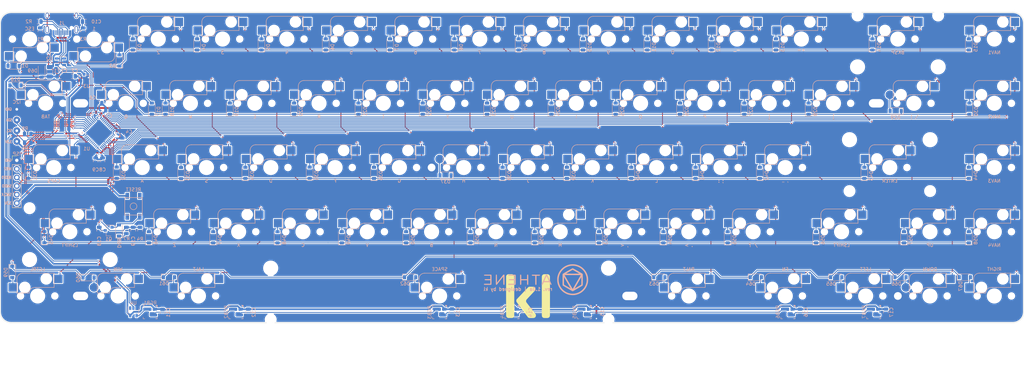
<source format=kicad_pcb>
(kicad_pcb (version 20200811) (host pcbnew "(5.99.0-2809-gaceed2b0a4)")
  (layers (0 "F.Cu" signal) (31 "B.Cu" signal) (34 "B.Paste" user) (35 "F.Paste" user) (36 "B.SilkS" user) (37 "F.SilkS" user) (38 "B.Mask" user) (39 "F.Mask" user) (44 "Edge.Cuts" user))
  (net 0 "")
  (net 1 "GND")
  (net 2 "Net-(C10-Pad1)")
  (net 3 "NRST")
  (net 4 "Net-(D1-Pad2)")
  (net 5 "ROW0")
  (net 6 "Net-(D2-Pad2)")
  (net 7 "Net-(D3-Pad2)")
  (net 8 "Net-(D4-Pad2)")
  (net 9 "Net-(D5-Pad2)")
  (net 10 "Net-(D6-Pad2)")
  (net 11 "Net-(D7-Pad2)")
  (net 12 "Net-(D8-Pad2)")
  (net 13 "Net-(D9-Pad2)")
  (net 14 "Net-(D10-Pad2)")
  (net 15 "Net-(D11-Pad2)")
  (net 16 "Net-(D12-Pad2)")
  (net 17 "Net-(D13-Pad2)")
  (net 18 "Net-(D14-Pad2)")
  (net 19 "Net-(D15-Pad2)")
  (net 20 "Net-(D16-Pad2)")
  (net 21 "ROW1")
  (net 22 "Net-(D17-Pad2)")
  (net 23 "Net-(D18-Pad2)")
  (net 24 "Net-(D19-Pad2)")
  (net 25 "Net-(D20-Pad2)")
  (net 26 "Net-(D21-Pad2)")
  (net 27 "Net-(D22-Pad2)")
  (net 28 "Net-(D23-Pad2)")
  (net 29 "Net-(D24-Pad2)")
  (net 30 "Net-(D25-Pad2)")
  (net 31 "Net-(D26-Pad2)")
  (net 32 "Net-(D27-Pad2)")
  (net 33 "Net-(D28-Pad2)")
  (net 34 "Net-(D29-Pad2)")
  (net 35 "Net-(D30-Pad2)")
  (net 36 "Net-(D31-Pad2)")
  (net 37 "ROW2")
  (net 38 "Net-(D32-Pad2)")
  (net 39 "Net-(D33-Pad2)")
  (net 40 "Net-(D34-Pad2)")
  (net 41 "Net-(D35-Pad2)")
  (net 42 "Net-(D36-Pad2)")
  (net 43 "Net-(D37-Pad2)")
  (net 44 "Net-(D38-Pad2)")
  (net 45 "Net-(D39-Pad2)")
  (net 46 "Net-(D40-Pad2)")
  (net 47 "Net-(D41-Pad2)")
  (net 48 "Net-(D42-Pad2)")
  (net 49 "Net-(D43-Pad2)")
  (net 50 "Net-(D44-Pad2)")
  (net 51 "Net-(D45-Pad2)")
  (net 52 "Net-(D46-Pad2)")
  (net 53 "Net-(D47-Pad2)")
  (net 54 "Net-(D48-Pad2)")
  (net 55 "Net-(D49-Pad2)")
  (net 56 "Net-(D50-Pad2)")
  (net 57 "Net-(D51-Pad2)")
  (net 58 "Net-(D52-Pad2)")
  (net 59 "Net-(D53-Pad2)")
  (net 60 "Net-(D54-Pad2)")
  (net 61 "Net-(D55-Pad2)")
  (net 62 "Net-(D56-Pad2)")
  (net 63 "Net-(D57-Pad2)")
  (net 64 "Net-(D58-Pad2)")
  (net 65 "Net-(D59-Pad2)")
  (net 66 "ROW4")
  (net 67 "Net-(D60-Pad2)")
  (net 68 "Net-(D61-Pad2)")
  (net 69 "Net-(D62-Pad2)")
  (net 70 "Net-(D63-Pad2)")
  (net 71 "Net-(D64-Pad2)")
  (net 72 "Net-(D65-Pad2)")
  (net 73 "Net-(D66-Pad2)")
  (net 74 "Net-(D67-Pad2)")
  (net 75 "BOOT0")
  (net 76 "COL0")
  (net 77 "COL1")
  (net 78 "COL2")
  (net 79 "COL3")
  (net 80 "COL4")
  (net 81 "COL5")
  (net 82 "COL6")
  (net 83 "COL7")
  (net 84 "COL8")
  (net 85 "COL9")
  (net 86 "COL10")
  (net 87 "COL11")
  (net 88 "COL12")
  (net 89 "COL13")
  (net 90 "COL14")
  (net 91 "Net-(D68-Pad2)")
  (net 92 "Net-(J1-Pad3)")
  (net 93 "D+")
  (net 94 "Net-(J1-Pad4)")
  (net 95 "D-")
  (net 96 "I2C2_SCL")
  (net 97 "I2C2_SDA")
  (net 98 "SWCLK")
  (net 99 "SWDIO")
  (net 100 "Net-(RGB1-Pad2)")
  (net 101 "Net-(J1-Pad9)")
  (net 102 "Net-(J1-Pad10)")
  (net 103 "ROW3")
  (net 104 "RGB")
  (net 105 "Net-(RGB1-Pad4)")
  (net 106 "Net-(RGB2-Pad4)")
  (net 107 "Net-(RGB3-Pad4)")
  (net 108 "Net-(RGB4-Pad4)")
  (net 109 "Net-(RGB5-Pad4)")
  (net 110 "Net-(RGB6-Pad4)")
  (net 111 "Net-(RGB7-Pad4)")
  (net 112 "Net-(U1-Pad14)")
  (net 113 "Net-(U1-Pad15)")
  (net 114 "Net-(U1-Pad16)")
  (net 115 "Net-(U1-Pad17)")
  (net 116 "Net-(U1-Pad18)")
  (net 117 "Net-(U1-Pad2)")
  (net 118 "VBUS")
  (net 119 "+5V")
  (net 120 "+3V3")
  (net 121 "Net-(U1-Pad19)")
  (net 122 "Net-(U1-Pad25)")
  (net 123 "Net-(U1-Pad3)")
  (net 124 "Net-(U1-Pad4)")
  (net 125 "Net-(D68-Pad1)")
  (module "keyboard_parts:Poker_oval_hole" (layer "F.Cu") (at 203.2 101.6)
    (fp_text reference "H4" hide)
    (fp_text value " " hide)
    (pad "1" thru_hole circle (at 0 0) (size 5 5) (drill oval 4.5 2.5) (layers *.Cu *.Mask) (net 1 "GND"))
  )
  (module "keyboard_parts:Mx_Stab_200" (layer "F.Cu") (at 37.30625 82.55)
    (fp_text reference "ST_LSHIFT" hide)
    (fp_text value "Stabilizer" hide)
    (pad "" np_thru_hole circle (at 11.938 8.255) (size 3.9878 3.9878) (drill 3.9878) (layers *.Cu *.Mask))
    (pad "" np_thru_hole circle (at -11.938 -6.985) (size 3.048 3.048) (drill 3.048) (layers *.Cu *.Mask))
    (pad "" np_thru_hole circle (at -11.938 8.255) (size 3.9878 3.9878) (drill 3.9878) (layers *.Cu *.Mask))
    (pad "" np_thru_hole circle (at 11.938 -6.985) (size 3.048 3.048) (drill 3.048) (layers *.Cu *.Mask))
  )
  (module "keyboard_parts:Mx_Stab_200" (layer "F.Cu") (at 282.575 25.4)
    (fp_text reference "ST_BKSP" hide)
    (fp_text value "Stabilizer" hide)
    (pad "" np_thru_hole circle (at -11.938 -6.985) (size 3.048 3.048) (drill 3.048) (layers *.Cu *.Mask))
    (pad "" np_thru_hole circle (at -11.938 8.255) (size 3.9878 3.9878) (drill 3.9878) (layers *.Cu *.Mask))
    (pad "" np_thru_hole circle (at 11.938 -6.985) (size 3.048 3.048) (drill 3.048) (layers *.Cu *.Mask))
    (pad "" np_thru_hole circle (at 11.938 8.255) (size 3.9878 3.9878) (drill 3.9878) (layers *.Cu *.Mask))
  )
  (module "keyboard_parts:MountingHole_M2" (layer "F.Cu") (at 282.575 101.6)
    (fp_text reference "H5" hide)
    (fp_text value " " hide)
    (pad "1" thru_hole circle (at 0 0) (size 3.3 3.3) (drill 2.3) (layers *.Cu *.Mask) (net 1 "GND"))
  )
  (module "keyboard_parts:MountingHole_M2" (layer "F.Cu") (at 144.4625 63.5)
    (fp_text reference "H3" hide)
    (fp_text value " " hide)
    (pad "1" thru_hole circle (at 0 0) (size 3.3 3.3) (drill 2.3) (layers *.Cu *.Mask) (net 1 "GND"))
  )
  (module "Graphics:kl" (layer "F.Cu") (at 173.031 101.637)
    (fp_text reference "kl logo" hide)
    (fp_text value "LOGO" hide)
  )
  (module "keyboard_parts:Poker_oval_hole" (layer "F.Cu") (at 40.48125 101.6)
    (fp_text reference "H2" hide)
    (fp_text value " " hide)
    (pad "1" thru_hole circle (at 0 0) (size 5 5) (drill oval 4.5 2.5) (layers *.Cu *.Mask) (net 1 "GND"))
  )
  (module "keyboard_parts:Mx_Stab_225" (layer "F.Cu") (at 280.19375 63.5 180)
    (fp_text reference "ST_ENTER" hide)
    (fp_text value "Stabilizer" hide)
    (pad "" np_thru_hole circle (at -11.938 8.255 180) (size 3.9878 3.9878) (drill 3.9878) (layers *.Cu *.Mask))
    (pad "" np_thru_hole circle (at 11.938 8.255 180) (size 3.9878 3.9878) (drill 3.9878) (layers *.Cu *.Mask))
    (pad "" np_thru_hole circle (at -11.938 -6.985 180) (size 3.048 3.048) (drill 3.048) (layers *.Cu *.Mask))
    (pad "" np_thru_hole circle (at 11.938 -6.985 180) (size 3.048 3.048) (drill 3.048) (layers *.Cu *.Mask))
  )
  (module "keyboard_parts:Poker_oval_hole" (layer "F.Cu") (at 40.48125 44.45)
    (fp_text reference "H1" hide)
    (fp_text value " " hide)
    (pad "1" thru_hole circle (at 0 0) (size 5 5) (drill oval 4.5 2.5) (layers *.Cu *.Mask) (net 1 "GND"))
  )
  (module "keebio-parts:ICSP-Header" (layer "F.Cu") (at 21.59 61.3664)
    (fp_text reference "J3" hide)
    (fp_text value "ISP" (at 0 -1.9304) (layer "B.SilkS") (effects (justify mirror)))
    (fp_text user "3.3V" (at -1.49225 12.7) (layer "B.SilkS") (effects (font (size 0.8 0.6)) (justify left mirror)))
    (fp_text user "GND" (at -1.49225 0) (layer "B.SilkS") (effects (font (size 0.8 0.6)) (justify left mirror)))
    (fp_text user "SWDIO" (at -1.49225 7.62) (layer "B.SilkS") (effects (font (size 0.8 0.6)) (justify left mirror)))
    (fp_text user "BOOT0" (at -1.49225 5.08) (layer "B.SilkS") (effects (font (size 0.8 0.6)) (justify left mirror)))
    (fp_text user "NRST" (at -1.49225 2.54) (layer "B.SilkS") (effects (font (size 0.8 0.6)) (justify left mirror)))
    (fp_text user "SWCLK" (at -1.49225 10.16) (layer "B.SilkS") (effects (font (size 0.8 0.6)) (justify left mirror)))
    (pad "1" thru_hole rect (at 0 0) (size 1.7 1.7) (drill 1) (layers *.Cu *.Mask) (net 1 "GND"))
    (pad "2" thru_hole oval (at 0 2.54) (size 1.7 1.7) (drill 1) (layers *.Cu *.Mask) (net 3 "NRST"))
    (pad "3" thru_hole oval (at 0 5.08) (size 1.7 1.7) (drill 1) (layers *.Cu *.Mask) (net 75 "BOOT0"))
    (pad "4" thru_hole oval (at 0 7.62) (size 1.7 1.7) (drill 1) (layers *.Cu *.Mask) (net 99 "SWDIO"))
    (pad "5" thru_hole oval (at 0 10.16) (size 1.7 1.7) (drill 1) (layers *.Cu *.Mask) (net 98 "SWCLK"))
    (pad "6" thru_hole oval (at 0 12.7) (size 1.7 1.7) (drill 1) (layers *.Cu *.Mask) (net 120 "+3V3"))
  )
  (module "keyboard_parts:Poker_oval_hole" (layer "F.Cu") (at 276.225 44.454)
    (fp_text reference "H6" hide)
    (fp_text value " " hide)
    (pad "1" thru_hole circle (at 0 0) (size 5 5) (drill oval 4.5 2.5) (layers *.Cu *.Mask) (net 1 "GND"))
  )
  (module "Diode_SMD:D_SOD-123" (layer "B.Cu") (at 51.196875 65.025 90)
    (fp_text reference "D32" (at -0.79375 2 90) (layer "B.SilkS") (effects (justify mirror)))
    (fp_text value "1N4148W" hide)
    (pad "1" smd rect (at -1.65 0 90) (size 0.9 1.2) (layers "B.Cu" "B.Paste" "B.Mask") (net 37 "ROW2"))
    (pad "2" smd rect (at 1.65 0 90) (size 0.9 1.2) (layers "B.Cu" "B.Paste" "B.Mask") (net 38 "Net-(D32-Pad2)"))
  )
  (module "Diode_SMD:D_SOD-123" (layer "B.Cu") (at 246.459375 26.9875 90)
    (fp_text reference "D13" (at -0.79375 1.984375 90) (layer "B.SilkS") (effects (justify mirror)))
    (fp_text value "1N4148W" hide)
    (pad "1" smd rect (at -1.65 0 90) (size 0.9 1.2) (layers "B.Cu" "B.Paste" "B.Mask") (net 5 "ROW0"))
    (pad "2" smd rect (at 1.65 0 90) (size 0.9 1.2) (layers "B.Cu" "B.Paste" "B.Mask") (net 17 "Net-(D13-Pad2)"))
  )
  (module "Capacitor_SMD:C_0805_2012Metric" (layer "B.Cu") (at 44.958 61.595 -90)
    (fp_text reference "C9" (at 2.54 0 180) (layer "B.SilkS") (effects (justify mirror)))
    (fp_text value "1uF" hide)
    (pad "1" smd roundrect (at -0.9375 0 270) (size 0.975 1.4) (layers "B.Cu" "B.Paste" "B.Mask") (net 120 "+3V3"))
    (pad "2" smd roundrect (at 0.9375 0 270) (size 0.975 1.4) (layers "B.Cu" "B.Paste" "B.Mask") (net 1 "GND"))
  )
  (module "Diode_SMD:D_SOD-123" (layer "B.Cu") (at 303.768125 46.0375 90)
    (fp_text reference "D30" (at -0.79375 2 90) (layer "B.SilkS") (effects (justify mirror)))
    (fp_text value "1N4148W" hide)
    (pad "1" smd rect (at -1.65 0 90) (size 0.9 1.2) (layers "B.Cu" "B.Paste" "B.Mask") (net 21 "ROW1"))
    (pad "2" smd rect (at 1.65 0 90) (size 0.9 1.2) (layers "B.Cu" "B.Paste" "B.Mask") (net 35 "Net-(D30-Pad2)"))
  )
  (module "Capacitor_SMD:C_0805_2012Metric" (layer "B.Cu") (at 37.973 36.449 180)
    (fp_text reference "C2" (at -0.762 1.651) (layer "B.SilkS") (effects (justify mirror)))
    (fp_text value "1uF" hide)
    (pad "1" smd roundrect (at -0.9375 0 180) (size 0.975 1.4) (layers "B.Cu" "B.Paste" "B.Mask") (net 120 "+3V3"))
    (pad "2" smd roundrect (at 0.9375 0 180) (size 0.975 1.4) (layers "B.Cu" "B.Paste" "B.Mask") (net 1 "GND"))
  )
  (module "Project Library:Kailh_MX_Socket (3D)" (layer "B.Cu") (at 220.6625 82.55 180)
    (fp_text reference "K54" hide)
    (fp_text value "KEYSW" hide)
    (fp_text user ". >" (at 0 -3.96875 unlocked) (layer "B.SilkS") (effects (justify mirror)))
    (pad "" np_thru_hole circle (at 0 0 180) (size 3.98018 3.98018) (drill 3.98018) (layers *.Cu *.Mask))
    (pad "" np_thru_hole circle (at 5.08 0 180) (size 1.7 1.7) (drill 1.7) (layers *.Cu *.Mask))
    (pad "" np_thru_hole circle (at -2.54 5.08 180) (size 2.95 2.95) (drill 2.95) (layers *.Cu *.Mask))
    (pad "" np_thru_hole circle (at 3.81 2.54 180) (size 2.95 2.95) (drill 2.95) (layers *.Cu *.Mask))
    (pad "" np_thru_hole circle (at -5.08 0 180) (size 1.7 1.7) (drill 1.7) (layers *.Cu *.Mask))
    (pad "1" smd rect (at 7.36 2.54 180) (size 2.55 2.5) (layers "B.Cu" "B.Paste" "B.Mask") (net 60 "Net-(D54-Pad2)"))
    (pad "2" smd rect (at -6.09 5.08 180) (size 2.55 2.5) (layers "B.Cu" "B.Paste" "B.Mask") (net 85 "COL9"))
  )
  (module "Diode_SMD:D_SOD-123" (layer "B.Cu") (at 113.109375 26.9875 90)
    (fp_text reference "D6" (at -0.79375 1.984375 270) (layer "B.SilkS") (effects (justify mirror)))
    (fp_text value "1N4148W" hide)
    (pad "1" smd rect (at -1.65 0 90) (size 0.9 1.2) (layers "B.Cu" "B.Paste" "B.Mask") (net 5 "ROW0"))
    (pad "2" smd rect (at 1.65 0 90) (size 0.9 1.2) (layers "B.Cu" "B.Paste" "B.Mask") (net 10 "Net-(D6-Pad2)"))
  )
  (module "type-c:HRO-TYPE-C-31-M-12" (layer "B.Cu") (at 34.925 15.8125)
    (fp_text reference "J1" (at 0 4.825) (layer "B.SilkS") (effects (justify mirror)))
    (fp_text value "HRO-TYPE-C-31-M-12")
    (pad "" np_thru_hole circle (at -2.89 6.25) (size 0.65 0.65) (drill 0.65) (layers *.Cu *.Mask))
    (pad "" np_thru_hole circle (at 2.89 6.25) (size 0.65 0.65) (drill 0.65) (layers *.Cu *.Mask))
    (pad "1" smd rect (at -3.225 7.695) (size 0.6 1.45) (layers "B.Cu" "B.Paste" "B.Mask") (net 1 "GND"))
    (pad "2" smd rect (at -2.45 7.695) (size 0.6 1.45) (layers "B.Cu" "B.Paste" "B.Mask") (net 118 "VBUS"))
    (pad "3" smd rect (at -1.75 7.695) (size 0.3 1.45) (layers "B.Cu" "B.Paste" "B.Mask") (net 92 "Net-(J1-Pad3)"))
    (pad "4" smd rect (at -1.25 7.695) (size 0.3 1.45) (layers "B.Cu" "B.Paste" "B.Mask") (net 94 "Net-(J1-Pad4)"))
    (pad "5" smd rect (at -0.75 7.695) (size 0.3 1.45) (layers "B.Cu" "B.Paste" "B.Mask") (net 95 "D-"))
    (pad "6" smd rect (at -0.25 7.695) (size 0.3 1.45) (layers "B.Cu" "B.Paste" "B.Mask") (net 93 "D+"))
    (pad "7" smd rect (at 0.25 7.695) (size 0.3 1.45) (layers "B.Cu" "B.Paste" "B.Mask") (net 95 "D-"))
    (pad "8" smd rect (at 0.75 7.695) (size 0.3 1.45) (layers "B.Cu" "B.Paste" "B.Mask") (net 93 "D+"))
    (pad "9" smd rect (at 1.25 7.695) (size 0.3 1.45) (layers "B.Cu" "B.Paste" "B.Mask") (net 101 "Net-(J1-Pad9)"))
    (pad "10" smd rect (at 1.75 7.695) (size 0.3 1.45) (layers "B.Cu" "B.Paste" "B.Mask") (net 102 "Net-(J1-Pad10)"))
    (pad "11" smd rect (at 2.45 7.695) (size 0.6 1.45) (layers "B.Cu" "B.Paste" "B.Mask") (net 118 "VBUS"))
    (pad "12" smd rect (at 3.225 7.695) (size 0.6 1.45) (layers "B.Cu" "B.Paste" "B.Mask") (net 1 "GND"))
    (pad "13" thru_hole oval (at -4.32 6.78) (size 1 2.1) (drill oval 0.6 1.7) (layers *.Cu "F.Mask") (net 2 "Net-(C10-Pad1)"))
    (pad "13" thru_hole oval (at 4.32 2.6) (size 1 1.6) (drill oval 0.6 1.2) (layers *.Cu "F.Mask") (net 2 "Net-(C10-Pad1)"))
    (pad "13" thru_hole oval (at -4.32 2.6) (size 1 1.6) (drill oval 0.6 1.2) (layers *.Cu "F.Mask") (net 2 "Net-(C10-Pad1)"))
    (pad "13" thru_hole oval (at 4.32 6.78) (size 1 2.1) (drill oval 0.6 1.7) (layers *.Cu "F.Mask") (net 2 "Net-(C10-Pad1)"))
  )
  (module "Diode_SMD:D_SOD-123" (layer "B.Cu") (at 94.059375 26.9875 90)
    (fp_text reference "D5" (at -0.79375 2 90) (layer "B.SilkS") (effects (justify mirror)))
    (fp_text value "1N4148W" hide)
    (pad "1" smd rect (at -1.65 0 90) (size 0.9 1.2) (layers "B.Cu" "B.Paste" "B.Mask") (net 5 "ROW0"))
    (pad "2" smd rect (at 1.65 0 90) (size 0.9 1.2) (layers "B.Cu" "B.Paste" "B.Mask") (net 9 "Net-(D5-Pad2)"))
  )
  (module "Graphics:athene" (layer "B.Cu") (at 175.006 96.774 180)
    (fp_text reference "athene logo" hide)
    (fp_text value "LOGO" hide)
  )
  (module "Project Library:Kailh_MX_Socket (3D)" (layer "B.Cu") (at 282.575 25.4 180)
    (fp_text reference "K14" hide)
    (fp_text value "KEYSW" hide)
    (fp_text user "BKSP" (at 0 -3.96875 unlocked) (layer "B.SilkS") (effects (justify mirror)))
    (pad "" np_thru_hole circle (at -5.08 0 180) (size 1.7 1.7) (drill 1.7) (layers *.Cu *.Mask))
    (pad "" np_thru_hole circle (at 3.81 2.54 180) (size 2.95 2.95) (drill 2.95) (layers *.Cu *.Mask))
    (pad "" np_thru_hole circle (at 0 0 180) (size 3.98018 3.98018) (drill 3.98018) (layers *.Cu *.Mask))
    (pad "" np_thru_hole circle (at 5.08 0 180) (size 1.7 1.7) (drill 1.7) (layers *.Cu *.Mask))
    (pad "" np_thru_hole circle (at -2.54 5.08 180) (size 2.95 2.95) (drill 2.95) (layers *.Cu *.Mask))
    (pad "1" smd rect (at 7.36 2.54 180) (size 2.55 2.5) (layers "B.Cu" "B.Paste" "B.Mask") (net 18 "Net-(D14-Pad2)"))
    (pad "2" smd rect (at -6.09 5.08 180) (size 2.55 2.5) (layers "B.Cu" "B.Paste" "B.Mask") (net 89 "COL13"))
  )
  (module "Diode_SMD:D_SOD-123" (layer "B.Cu") (at 55.959375 26.9875 90)
    (fp_text reference "D3" (at -0.79375 1.984375 90) (layer "B.SilkS") (effects (justify mirror)))
    (fp_text value "1N4148W" hide)
    (pad "1" smd rect (at -1.65 0 90) (size 0.9 1.2) (layers "B.Cu" "B.Paste" "B.Mask") (net 5 "ROW0"))
    (pad "2" smd rect (at 1.65 0 90) (size 0.9 1.2) (layers "B.Cu" "B.Paste" "B.Mask") (net 7 "Net-(D3-Pad2)"))
  )
  (module "Diode_SMD:D_SOD-123" (layer "B.Cu") (at 203.596875 65.0875 90)
    (fp_text reference "D40" (at -0.79375 2 90) (layer "B.SilkS") (effects (justify mirror)))
    (fp_text value "1N4148W" hide)
    (pad "1" smd rect (at -1.65 0 90) (size 0.9 1.2) (layers "B.Cu" "B.Paste" "B.Mask") (net 37 "ROW2"))
    (pad "2" smd rect (at 1.65 0 90) (size 0.9 1.2) (layers "B.Cu" "B.Paste" "B.Mask") (net 46 "Net-(D40-Pad2)"))
  )
  (module "Capacitor_SMD:C_0805_2012Metric" (layer "B.Cu") (at 46.0088 82.169 -90)
    (fp_text reference "C18" (at 3.175 0 -90) (layer "B.SilkS") (effects (justify mirror)))
    (fp_text value "4.7nF")
    (pad "1" smd roundrect (at -0.9375 0 270) (size 0.975 1.4) (layers "B.Cu" "B.Paste" "B.Mask") (net 3 "NRST"))
    (pad "2" smd roundrect (at 0.9375 0 270) (size 0.975 1.4) (layers "B.Cu" "B.Paste" "B.Mask") (net 1 "GND"))
  )
  (module "Diode_SMD:D_SOD-123" (layer "B.Cu") (at 132.159375 26.9875 90)
    (fp_text reference "D7" (at -0.79375 2 90) (layer "B.SilkS") (effects (justify mirror)))
    (fp_text value "1N4148W" hide)
    (pad "1" smd rect (at -1.65 0 90) (size 0.9 1.2) (layers "B.Cu" "B.Paste" "B.Mask") (net 5 "ROW0"))
    (pad "2" smd rect (at 1.65 0 90) (size 0.9 1.2) (layers "B.Cu" "B.Paste" "B.Mask") (net 11 "Net-(D7-Pad2)"))
  )
  (module "Package_TO_SOT_SMD:SOT-23" (layer "B.Cu") (at 41.529 36.83 90)
    (fp_text reference "U3" (at -2.54 0.762) (layer "B.SilkS") (effects (justify mirror)))
    (fp_text value "XC6206P332MR" hide)
    (pad "1" smd rect (at -1 0.95 90) (size 0.9 0.8) (layers "B.Cu" "B.Paste" "B.Mask") (net 1 "GND"))
    (pad "2" smd rect (at -1 -0.95 90) (size 0.9 0.8) (layers "B.Cu" "B.Paste" "B.Mask") (net 120 "+3V3"))
    (pad "3" smd rect (at 1 0 90) (size 0.9 0.8) (layers "B.Cu" "B.Paste" "B.Mask") (net 119 "+5V"))
  )
  (module "Project Library:Kailh_MX_Socket (3D)" (layer "B.Cu") (at 311.15 82.55 180)
    (fp_text reference "K58" hide)
    (fp_text value "KEYSW" hide)
    (fp_text user "NAV4" (at 0 -3.96875 unlocked) (layer "B.SilkS") (effects (justify mirror)))
    (pad "" np_thru_hole circle (at -2.54 5.08 180) (size 2.95 2.95) (drill 2.95) (layers *.Cu *.Mask))
    (pad "" np_thru_hole circle (at 3.81 2.54 180) (size 2.95 2.95) (drill 2.95) (layers *.Cu *.Mask))
    (pad "" np_thru_hole circle (at 5.08 0 180) (size 1.7 1.7) (drill 1.7) (layers *.Cu *.Mask))
    (pad "" np_thru_hole circle (at 0 0 180) (size 3.98018 3.98018) (drill 3.98018) (layers *.Cu *.Mask))
    (pad "" np_thru_hole circle (at -5.08 0 180) (size 1.7 1.7) (drill 1.7) (layers *.Cu *.Mask))
    (pad "1" smd rect (at 7.36 2.54 180) (size 2.55 2.5) (layers "B.Cu" "B.Paste" "B.Mask") (net 64 "Net-(D58-Pad2)"))
    (pad "2" smd rect (at -6.09 5.08 180) (size 2.55 2.5) (layers "B.Cu" "B.Paste" "B.Mask") (net 90 "COL14"))
  )
  (module "Project Library:Kailh_MX_Socket (3D)" (layer "B.Cu") (at 187.325 44.45 180)
    (fp_text reference "K24" hide)
    (fp_text value "KEYSW" hide)
    (fp_text user "I" (at 0 -3.96875 unlocked) (layer "B.SilkS") (effects (justify mirror)))
    (pad "" np_thru_hole circle (at 3.81 2.54 180) (size 2.95 2.95) (drill 2.95) (layers *.Cu *.Mask))
    (pad "" np_thru_hole circle (at -5.08 0 180) (size 1.7 1.7) (drill 1.7) (layers *.Cu *.Mask))
    (pad "" np_thru_hole circle (at 5.08 0 180) (size 1.7 1.7) (drill 1.7) (layers *.Cu *.Mask))
    (pad "" np_thru_hole circle (at -2.54 5.08 180) (size 2.95 2.95) (drill 2.95) (layers *.Cu *.Mask))
    (pad "" np_thru_hole circle (at 0 0 180) (size 3.98018 3.98018) (drill 3.98018) (layers *.Cu *.Mask))
    (pad "1" smd rect (at 7.36 2.54 180) (size 2.55 2.5) (layers "B.Cu" "B.Paste" "B.Mask") (net 29 "Net-(D24-Pad2)"))
    (pad "2" smd rect (at -6.09 5.08 180) (size 2.55 2.5) (layers "B.Cu" "B.Paste" "B.Mask") (net 84 "COL8"))
  )
  (module "Diode_SMD:D_SOD-123" (layer "B.Cu") (at 198.993125 46.0375 90)
    (fp_text reference "D25" (at -0.79375 2 90) (layer "B.SilkS") (effects (justify mirror)))
    (fp_text value "1N4148W" hide)
    (pad "1" smd rect (at -1.65 0 90) (size 0.9 1.2) (layers "B.Cu" "B.Paste" "B.Mask") (net 21 "ROW1"))
    (pad "2" smd rect (at 1.65 0 90) (size 0.9 1.2) (layers "B.Cu" "B.Paste" "B.Mask") (net 30 "Net-(D25-Pad2)"))
  )
  (module "Diode_SMD:D_SOD-123" (layer "B.Cu") (at 237.093125 46.0375 90)
    (fp_text reference "D27" (at -0.79375 2 90) (layer "B.SilkS") (effects (justify mirror)))
    (fp_text value "1N4148W" hide)
    (pad "1" smd rect (at -1.65 0 90) (size 0.9 1.2) (layers "B.Cu" "B.Paste" "B.Mask") (net 21 "ROW1"))
    (pad "2" smd rect (at 1.65 0 90) (size 0.9 1.2) (layers "B.Cu" "B.Paste" "B.Mask") (net 32 "Net-(D27-Pad2)"))
  )
  (module "Diode_SMD:D_SOD-123" (layer "B.Cu") (at 272.653125 65.0875 90)
    (fp_text reference "D43" (at -0.9017 2.022475 90) (layer "B.SilkS") (effects (justify mirror)))
    (fp_text value "1N4148W" hide)
    (pad "1" smd rect (at -1.65 0 90) (size 0.9 1.2) (layers "B.Cu" "B.Paste" "B.Mask") (net 37 "ROW2"))
    (pad "2" smd rect (at 1.65 0 90) (size 0.9 1.2) (layers "B.Cu" "B.Paste" "B.Mask") (net 49 "Net-(D43-Pad2)"))
  )
  (module "Capacitor_SMD:C_0805_2012Metric" (layer "B.Cu") (at 45.847 44.45 180)
    (fp_text reference "C6" (at 1.778 1.651) (layer "B.SilkS") (effects (justify mirror)))
    (fp_text value "0.1uF" hide)
    (pad "1" smd roundrect (at -0.9375 0 180) (size 0.975 1.4) (layers "B.Cu" "B.Paste" "B.Mask") (net 120 "+3V3"))
    (pad "2" smd roundrect (at 0.9375 0 180) (size 0.975 1.4) (layers "B.Cu" "B.Paste" "B.Mask") (net 1 "GND"))
  )
  (module "Project Library:Kailh_MX_Socket (3D)" (layer "B.Cu") (at 163.5125 82.55 180)
    (fp_text reference "K51" hide)
    (fp_text value "KEYSW" hide)
    (fp_text user "N" (at 0 -3.96875 unlocked) (layer "B.SilkS") (effects (justify mirror)))
    (pad "" np_thru_hole circle (at 0 0 180) (size 3.98018 3.98018) (drill 3.98018) (layers *.Cu *.Mask))
    (pad "" np_thru_hole circle (at 3.81 2.54 180) (size 2.95 2.95) (drill 2.95) (layers *.Cu *.Mask))
    (pad "" np_thru_hole circle (at -5.08 0 180) (size 1.7 1.7) (drill 1.7) (layers *.Cu *.Mask))
    (pad "" np_thru_hole circle (at -2.54 5.08 180) (size 2.95 2.95) (drill 2.95) (layers *.Cu *.Mask))
    (pad "" np_thru_hole circle (at 5.08 0 180) (size 1.7 1.7) (drill 1.7) (layers *.Cu *.Mask))
    (pad "1" smd rect (at 7.36 2.54 180) (size 2.55 2.5) (layers "B.Cu" "B.Paste" "B.Mask") (net 57 "Net-(D51-Pad2)"))
    (pad "2" smd rect (at -6.09 5.08 180) (size 2.55 2.5) (layers "B.Cu" "B.Paste" "B.Mask") (net 82 "COL6"))
  )
  (module "Diode_SMD:D_SOD-123" (layer "B.Cu") (at 51.990625 31.75 90)
    (fp_text reference "D2" (at -1.5748 -2.054225 180) (layer "B.SilkS") (effects (justify mirror)))
    (fp_text value "1N4148W" hide)
    (pad "1" smd rect (at -1.65 0 90) (size 0.9 1.2) (layers "B.Cu" "B.Paste" "B.Mask") (net 5 "ROW0"))
    (pad "2" smd rect (at 1.65 0 90) (size 0.9 1.2) (layers "B.Cu" "B.Paste" "B.Mask") (net 6 "Net-(D2-Pad2)"))
  )
  (module "Project Library:Kailh_MX_Socket (3D)" (layer "B.Cu") (at 149.225 44.45 180)
    (fp_text reference "K22" hide)
    (fp_text value "KEYSW" hide)
    (fp_text user "Y" (at 0 -3.96875 unlocked) (layer "B.SilkS") (effects (justify mirror)))
    (pad "" np_thru_hole circle (at 0 0 180) (size 3.98018 3.98018) (drill 3.98018) (layers *.Cu *.Mask))
    (pad "" np_thru_hole circle (at 3.81 2.54 180) (size 2.95 2.95) (drill 2.95) (layers *.Cu *.Mask))
    (pad "" np_thru_hole circle (at -5.08 0 180) (size 1.7 1.7) (drill 1.7) (layers *.Cu *.Mask))
    (pad "" np_thru_hole circle (at 5.08 0 180) (size 1.7 1.7) (drill 1.7) (layers *.Cu *.Mask))
    (pad "" np_thru_hole circle (at -2.54 5.08 180) (size 2.95 2.95) (drill 2.95) (layers *.Cu *.Mask))
    (pad "1" smd rect (at 7.36 2.54 180) (size 2.55 2.5) (layers "B.Cu" "B.Paste" "B.Mask") (net 27 "Net-(D22-Pad2)"))
    (pad "2" smd rect (at -6.09 5.08 180) (size 2.55 2.5) (layers "B.Cu" "B.Paste" "B.Mask") (net 82 "COL6"))
  )
  (module "Diode_SMD:D_SOD-123" (layer "B.Cu") (at 117.871875 84.2 90)
    (fp_text reference "D49" (at -0.73125 2 90) (layer "B.SilkS") (effects (justify mirror)))
    (fp_text value "1N4148W" hide)
    (pad "1" smd rect (at -1.65 0 90) (size 0.9 1.2) (layers "B.Cu" "B.Paste" "B.Mask") (net 103 "ROW3"))
    (pad "2" smd rect (at 1.65 0 90) (size 0.9 1.2) (layers "B.Cu" "B.Paste" "B.Mask") (net 55 "Net-(D49-Pad2)"))
  )
  (module "Project Library:Kailh_MX_Socket (3D)" (layer "B.Cu") (at 27.78125 101.6 180)
    (fp_text reference "K59" hide)
    (fp_text value "KEYSW" hide)
    (fp_text user "LCTRL" (at 0 7.9375 unlocked) (layer "B.SilkS") (effects (justify mirror)))
    (pad "" np_thru_hole circle (at 5.08 0 180) (size 1.7 1.7) (drill 1.7) (layers *.Cu *.Mask))
    (pad "" np_thru_hole circle (at -2.54 5.08 180) (size 2.95 2.95) (drill 2.95) (layers *.Cu *.Mask))
    (pad "" np_thru_hole circle (at 0 0 180) (size 3.98018 3.98018) (drill 3.98018) (layers *.Cu *.Mask))
    (pad "" np_thru_hole circle (at -5.08 0 180) (size 1.7 1.7) (drill 1.7) (layers *.Cu *.Mask))
    (pad "" np_thru_hole circle (at 3.81 2.54 180) (size 2.95 2.95) (drill 2.95) (layers *.Cu *.Mask))
    (pad "1" smd rect (at 7.36 2.54 180) (size 2.55 2.5) (layers "B.Cu" "B.Paste" "B.Mask") (net 65 "Net-(D59-Pad2)"))
    (pad "2" smd rect (at -6.09 5.08 180) (size 2.55 2.5) (layers "B.Cu" "B.Paste" "B.Mask") (net 76 "COL0"))
  )
  (module "Project Library:Kailh_MX_Socket (3D)" (layer "B.Cu") (at 311.15 25.4 180)
    (fp_text reference "K15" hide)
    (fp_text value "KEYSW" hide)
    (fp_text user "NAV1" (at 0 -3.96875 unlocked) (layer "B.SilkS") (effects (justify mirror)))
    (pad "" np_thru_hole circle (at 5.08 0 180) (size 1.7 1.7) (drill 1.7) (layers *.Cu *.Mask))
    (pad "" np_thru_hole circle (at -5.08 0 180) (size 1.7 1.7) (drill 1.7) (layers *.Cu *.Mask))
    (pad "" np_thru_hole circle (at 3.81 2.54 180) (size 2.95 2.95) (drill 2.95) (layers *.Cu *.Mask))
    (pad "" np_thru_hole circle (at -2.54 5.08 180) (size 2.95 2.95) (drill 2.95) (layers *.Cu *.Mask))
    (pad "" np_thru_hole circle (at 0 0 180) (size 3.98018 3.98018) (drill 3.98018) (layers *.Cu *.Mask))
    (pad "1" smd rect (at 7.36 2.54 180) (size 2.55 2.5) (layers "B.Cu" "B.Paste" "B.Mask") (net 19 "Net-(D15-Pad2)"))
    (pad "2" smd rect (at -6.09 5.08 180) (size 2.55 2.5) (layers "B.Cu" "B.Paste" "B.Mask") (net 90 "COL14"))
  )
  (module "Diode_SMD:D_SOD-123" (layer "B.Cu") (at 136.921875 84.2 90)
    (fp_text reference "D50" (at -0.73125 2 90) (layer "B.SilkS") (effects (justify mirror)))
    (fp_text value "1N4148W" hide)
    (pad "1" smd rect (at -1.65 0 90) (size 0.9 1.2) (layers "B.Cu" "B.Paste" "B.Mask") (net 103 "ROW3"))
    (pad "2" smd rect (at 1.65 0 90) (size 0.9 1.2) (layers "B.Cu" "B.Paste" "B.Mask") (net 56 "Net-(D50-Pad2)"))
  )
  (module "Diode_SMD:D_SOD-123" (layer "B.Cu") (at 20.644326 33.3375 180)
    (fp_text reference "D1" (at -3.384074 0.0127) (layer "B.SilkS") (effects (justify mirror)))
    (fp_text value "1N4148W" hide)
    (pad "1" smd rect (at -1.65 0 180) (size 0.9 1.2) (layers "B.Cu" "B.Paste" "B.Mask") (net 5 "ROW0"))
    (pad "2" smd rect (at 1.65 0 180) (size 0.9 1.2) (layers "B.Cu" "B.Paste" "B.Mask") (net 4 "Net-(D1-Pad2)"))
  )
  (module "Project Library:Kailh_MX_Socket (3D)" (layer "B.Cu") (at 120.65 25.4 180)
    (fp_text reference "K6" hide)
    (fp_text value "KEYSW" hide)
    (fp_text user "5" (at 0 -3.96875 unlocked) (layer "B.SilkS") (effects (justify mirror)))
    (pad "" np_thru_hole circle (at 3.81 2.54 180) (size 2.95 2.95) (drill 2.95) (layers *.Cu *.Mask))
    (pad "" np_thru_hole circle (at 5.08 0 180) (size 1.7 1.7) (drill 1.7) (layers *.Cu *.Mask))
    (pad "" np_thru_hole circle (at -2.54 5.08 180) (size 2.95 2.95) (drill 2.95) (layers *.Cu *.Mask))
    (pad "" np_thru_hole circle (at -5.08 0 180) (size 1.7 1.7) (drill 1.7) (layers *.Cu *.Mask))
    (pad "" np_thru_hole circle (at 0 0 180) (size 3.98018 3.98018) (drill 3.98018) (layers *.Cu *.Mask))
    (pad "1" smd rect (at 7.36 2.54 180) (size 2.55 2.5) (layers "B.Cu" "B.Paste" "B.Mask") (net 10 "Net-(D6-Pad2)"))
    (pad "2" smd rect (at -6.09 5.08 180) (size 2.55 2.5) (layers "B.Cu" "B.Paste" "B.Mask") (net 81 "COL5"))
  )
  (module "Project Library:Kailh_MX_Socket (3D)" (layer "B.Cu") (at 239.7125 82.55 180)
    (fp_text reference "K55" hide)
    (fp_text value "KEYSW" hide)
    (fp_text user "/ ?" (at 0 -3.96875 unlocked) (layer "B.SilkS") (effects (justify mirror)))
    (pad "" np_thru_hole circle (at 0 0 180) (size 3.98018 3.98018) (drill 3.98018) (layers *.Cu *.Mask))
    (pad "" np_thru_hole circle (at 5.08 0 180) (size 1.7 1.7) (drill 1.7) (layers *.Cu *.Mask))
    (pad "" np_thru_hole circle (at 3.81 2.54 180) (size 2.95 2.95) (drill 2.95) (layers *.Cu *.Mask))
    (pad "" np_thru_hole circle (at -2.54 5.08 180) (size 2.95 2.95) (drill 2.95) (layers *.Cu *.Mask))
    (pad "" np_thru_hole circle (at -5.08 0 180) (size 1.7 1.7) (drill 1.7) (layers *.Cu *.Mask))
    (pad "1" smd rect (at 7.36 2.54 180) (size 2.55 2.5) (layers "B.Cu" "B.Paste" "B.Mask") (net 61 "Net-(D55-Pad2)"))
    (pad "2" smd rect (at -6.09 5.08 180) (size 2.55 2.5) (layers "B.Cu" "B.Paste" "B.Mask") (net 86 "COL10"))
  )
  (module "Diode_SMD:D_SOD-123" (layer "B.Cu") (at 165.496875 65.0875 90)
    (fp_text reference "D38" (at -0.79375 2 90) (layer "B.SilkS") (effects (justify mirror)))
    (fp_text value "1N4148W" hide)
    (pad "1" smd rect (at -1.65 0 90) (size 0.9 1.2) (layers "B.Cu" "B.Paste" "B.Mask") (net 37 "ROW2"))
    (pad "2" smd rect (at 1.65 0 90) (size 0.9 1.2) (layers "B.Cu" "B.Paste" "B.Mask") (net 44 "Net-(D38-Pad2)"))
  )
  (module "Diode_SMD:D_SOD-123" (layer "B.Cu") (at 127.396875 65.0875 90)
    (fp_text reference "D36" (at -0.79375 2 90) (layer "B.SilkS") (effects (justify mirror)))
    (fp_text value "1N4148W" hide)
    (pad "1" smd rect (at -1.65 0 90) (size 0.9 1.2) (layers "B.Cu" "B.Paste" "B.Mask") (net 37 "ROW2"))
    (pad "2" smd rect (at 1.65 0 90) (size 0.9 1.2) (layers "B.Cu" "B.Paste" "B.Mask") (net 42 "Net-(D36-Pad2)"))
  )
  (module "Project Library:Kailh_MX_Socket (3D)" (layer "B.Cu") (at 177.8 25.4 180)
    (fp_text reference "K9" hide)
    (fp_text value "KEYSW" hide)
    (fp_text user "8" (at 0 -3.96875 unlocked) (layer "B.SilkS") (effects (justify mirror)))
    (pad "" np_thru_hole circle (at -2.54 5.08 180) (size 2.95 2.95) (drill 2.95) (layers *.Cu *.Mask))
    (pad "" np_thru_hole circle (at 5.08 0 180) (size 1.7 1.7) (drill 1.7) (layers *.Cu *.Mask))
    (pad "" np_thru_hole circle (at 3.81 2.54 180) (size 2.95 2.95) (drill 2.95) (layers *.Cu *.Mask))
    (pad "" np_thru_hole circle (at -5.08 0 180) (size 1.7 1.7) (drill 1.7) (layers *.Cu *.Mask))
    (pad "" np_thru_hole circle (at 0 0 180) (size 3.98018 3.98018) (drill 3.98018) (layers *.Cu *.Mask))
    (pad "1" smd rect (at 7.36 2.54 180) (size 2.55 2.5) (layers "B.Cu" "B.Paste" "B.Mask") (net 13 "Net-(D9-Pad2)"))
    (pad "2" smd rect (at -6.09 5.08 180) (size 2.55 2.5) (layers "B.Cu" "B.Paste" "B.Mask") (net 84 "COL8"))
  )
  (module "Project Library:Kailh_MX_Socket (3D)" (layer "B.Cu") (at 201.6125 82.55 180)
    (fp_text reference "K53" hide)
    (fp_text value "KEYSW" hide)
    (fp_text user ", <" (at 0 -3.96875 unlocked) (layer "B.SilkS") (effects (justify mirror)))
    (pad "" np_thru_hole circle (at -2.54 5.08 180) (size 2.95 2.95) (drill 2.95) (layers *.Cu *.Mask))
    (pad "" np_thru_hole circle (at 0 0 180) (size 3.98018 3.98018) (drill 3.98018) (layers *.Cu *.Mask))
    (pad "" np_thru_hole circle (at 3.81 2.54 180) (size 2.95 2.95) (drill 2.95) (layers *.Cu *.Mask))
    (pad "" np_thru_hole circle (at -5.08 0 180) (size 1.7 1.7) (drill 1.7) (layers *.Cu *.Mask))
    (pad "" np_thru_hole circle (at 5.08 0 180) (size 1.7 1.7) (drill 1.7) (layers *.Cu *.Mask))
    (pad "1" smd rect (at 7.36 2.54 180) (size 2.55 2.5) (layers "B.Cu" "B.Paste" "B.Mask") (net 59 "Net-(D53-Pad2)"))
    (pad "2" smd rect (at -6.09 5.08 180) (size 2.55 2.5) (layers "B.Cu" "B.Paste" "B.Mask") (net 84 "COL8"))
  )
  (module "LED_SMD:SK6812_Mini" (layer "B.Cu") (at 146.84375 106.3625)
    (fp_text reference "RGB3" (at -2.95275 0.0635 270) (layer "B.SilkS") (effects (font (thickness 0.125)) (justify mirror)))
    (fp_text value "SK6812")
    (pad "1" smd oval (at -1.3 0.875) (size 1.5 0.85) (layers "B.Cu" "B.Paste") (net 1 "GND"))
    (pad "1" smd roundrect (at -1.55 0.875) (size 1 0.85) (layers "B.Cu" "B.Mask") (roundrect_rratio 0.235) (net 1 "GND"))
    (pad "1" smd roundrect (at -0.975 0.575) (size 0.85 1.45) (layers "B.Cu" "B.Mask") (net 1 "GND"))
    (pad "2" smd roundrect (at -1.55 -0.875) (size 1 0.85) (layers "B.Cu" "B.Mask") (roundrect_rratio 0.235) (net 106 "Net-(RGB2-Pad4)"))
    (pad "2" smd oval (at -0.95 -0.875) (size 2.2 0.85) (layers "B.Cu" "B.Paste") (net 106 "Net-(RGB2-Pad4)"))
    (pad "2" smd roundrect (at -0.075 -0.825) (size 0.875 0.95) (layers "B.Cu" "B.Mask") (roundrect_rratio 0.235) (net 106 "Net-(RGB2-Pad4)"))
    (pad "2" smd rect (at -0.75 -0.875) (size 1.6 0.85) (layers "B.Cu" "B.Mask") (net 106 "Net-(RGB2-Pad4)"))
    (pad "3" smd roundrect (at 1.08 -0.825) (size 0.65 0.95) (layers "B.Cu" "B.Mask") (roundrect_rratio 0.307) (net 119 "+5V"))
    (pad "3" smd roundrect (at 1.55 -0.875) (size 1 0.85) (layers "B.Cu" "B.Mask") (roundrect_rratio 0.235) (net 119 "+5V"))
    (pad "3" smd oval (at 1.4 -0.875) (size 1.3 0.85) (layers "B.Cu" "B.Paste") (net 119 "+5V"))
    (pad "4" smd oval (at 0.95 0.875) (size 2.2 0.85) (layers "B.Cu" "B.Paste") (net 107 "Net-(RGB3-Pad4)"))
    (pad "4" smd roundrect (at 0.625 0.68) (size 1.55 1.25) (layers "B.Cu" "B.Mask") (roundrect_rratio 0.16) (net 107 "Net-(RGB3-Pad4)"))
    (pad "4" smd roundrect (at 1.55 0.875) (size 1 0.85) (layers "B.Cu" "B.Mask") (roundrect_rratio 0.235) (net 107 "Net-(RGB3-Pad4)"))
  )
  (module "Project Library:Kailh_MX_Socket (3D)" (layer "B.Cu") (at 32.54375 63.5 180)
    (fp_text reference "K31" hide)
    (fp_text value "KEYSW" hide)
    (fp_text user "CAPS" (at 0 -3.96875 unlocked) (layer "B.SilkS") (effects (justify mirror)))
    (pad "" np_thru_hole circle (at 3.81 2.54 180) (size 2.95 2.95) (drill 2.95) (layers *.Cu *.Mask))
    (pad "" np_thru_hole circle (at -5.08 0 180) (size 1.7 1.7) (drill 1.7) (layers *.Cu *.Mask))
    (pad "" np_thru_hole circle (at 0 0 180) (size 3.98018 3.98018) (drill 3.98018) (layers *.Cu *.Mask))
    (pad "" np_thru_hole circle (at -2.54 5.08 180) (size 2.95 2.95) (drill 2.95) (layers *.Cu *.Mask))
    (pad "" np_thru_hole circle (at 5.08 0 180) (size 1.7 1.7) (drill 1.7) (layers *.Cu *.Mask))
    (pad "1" smd rect (at 7.36 2.54 180) (size 2.55 2.5) (layers "B.Cu" "B.Paste" "B.Mask") (net 36 "Net-(D31-Pad2)"))
    (pad "2" smd rect (at -6.09 5.08 180) (size 2.55 2.5) (layers "B.Cu" "B.Paste" "B.Mask") (net 76 "COL0"))
  )
  (module "Diode_SMD:D_SOD-123" (layer "B.Cu") (at 60.721875 84.2 90)
    (fp_text reference "D46" (at -0.73125 2 90) (layer "B.SilkS") (effects (justify mirror)))
    (fp_text value "1N4148W" hide)
    (pad "1" smd rect (at -1.65 0 90) (size 0.9 1.2) (layers "B.Cu" "B.Paste" "B.Mask") (net 103 "ROW3"))
    (pad "2" smd rect (at 1.65 0 90) (size 0.9 1.2) (layers "B.Cu" "B.Paste" "B.Mask") (net 52 "Net-(D46-Pad2)"))
  )
  (module "Diode_SMD:D_SOD-123" (layer "B.Cu") (at 21.209 39.116 180)
    (fp_text reference "D16" (at 0 1.778) (layer "B.SilkS") (effects (justify mirror)))
    (fp_text value "1N4148W" hide)
    (pad "1" smd rect (at -1.65 0 180) (size 0.9 1.2) (layers "B.Cu" "B.Paste" "B.Mask") (net 21 "ROW1"))
    (pad "2" smd rect (at 1.65 0 180) (size 0.9 1.2) (layers "B.Cu" "B.Paste" "B.Mask") (net 20 "Net-(D16-Pad2)"))
  )
  (module "Diode_SMD:D_SOD-123" (layer "B.Cu") (at 51.8508 82.169 90)
    (fp_text reference "D68" (at -3.7846 0.0668 270 unlocked) (layer "B.SilkS") (effects (justify mirror)))
    (fp_text value "1N4148W")
    (pad "1" smd rect (at -1.65 0 90) (size 0.9 1.2) (layers "B.Cu" "B.Paste" "B.Mask") (net 125 "Net-(D68-Pad1)"))
    (pad "2" smd rect (at 1.65 0 90) (size 0.9 1.2) (layers "B.Cu" "B.Paste" "B.Mask") (net 91 "Net-(D68-Pad2)"))
  )
  (module "Resistor_SMD:R_0805_2012Metric" (layer "B.Cu") (at 58.1152 82.169 -90)
    (fp_text reference "R4" (at 2.54 0) (layer "B.SilkS") (effects (justify mirror)))
    (fp_text value "100k" hide)
    (pad "1" smd roundrect (at -0.9375 0 270) (size 0.975 1.4) (layers "B.Cu" "B.Paste" "B.Mask") (net 75 "BOOT0"))
    (pad "2" smd roundrect (at 0.9375 0 270) (size 0.975 1.4) (layers "B.Cu" "B.Paste" "B.Mask") (net 1 "GND"))
  )
  (module "Project Library:Kailh_MX_Socket (3D)" (layer "B.Cu") (at 263.525 44.45 180)
    (fp_text reference "K28" hide)
    (fp_text value "KEYSW" hide)
    (fp_text user "]" (at 0 -3.96875 unlocked) (layer "B.SilkS") (effects (justify mirror)))
    (pad "" np_thru_hole circle (at 3.81 2.54 180) (size 2.95 2.95) (drill 2.95) (layers *.Cu *.Mask))
    (pad "" np_thru_hole circle (at 5.08 0 180) (size 1.7 1.7) (drill 1.7) (layers *.Cu *.Mask))
    (pad "" np_thru_hole circle (at -5.08 0 180) (size 1.7 1.7) (drill 1.7) (layers *.Cu *.Mask))
    (pad "" np_thru_hole circle (at 0 0 180) (size 3.98018 3.98018) (drill 3.98018) (layers *.Cu *.Mask))
    (pad "" np_thru_hole circle (at -2.54 5.08 180) (size 2.95 2.95) (drill 2.95) (layers *.Cu *.Mask))
    (pad "1" smd rect (at 7.36 2.54 180) (size 2.55 2.5) (layers "B.Cu" "B.Paste" "B.Mask") (net 33 "Net-(D28-Pad2)"))
    (pad "2" smd rect (at -6.09 5.08 180) (size 2.55 2.5) (layers "B.Cu" "B.Paste" "B.Mask") (net 88 "COL12"))
  )
  (module "Diode_SMD:D_SOD-123" (layer "B.Cu") (at 184.546875 65.0875 90)
    (fp_text reference "D39" (at -0.79375 2 90) (layer "B.SilkS") (effects (justify mirror)))
    (fp_text value "1N4148W" hide)
    (pad "1" smd rect (at -1.65 0 90) (size 0.9 1.2) (layers "B.Cu" "B.Paste" "B.Mask") (net 37 "ROW2"))
    (pad "2" smd rect (at 1.65 0 90) (size 0.9 1.2) (layers "B.Cu" "B.Paste" "B.Mask") (net 45 "Net-(D39-Pad2)"))
  )
  (module "Diode_SMD:D_SOD-123" (layer "B.Cu") (at 303.609375 84.2 90)
    (fp_text reference "D58" (at -0.73125 2 90) (layer "B.SilkS") (effects (justify mirror)))
    (fp_text value "1N4148W" hide)
    (pad "1" smd rect (at -1.65 0 90) (size 0.9 1.2) (layers "B.Cu" "B.Paste" "B.Mask") (net 103 "ROW3"))
    (pad "2" smd rect (at 1.65 0 90) (size 0.9 1.2) (layers "B.Cu" "B.Paste" "B.Mask") (net 64 "Net-(D58-Pad2)"))
  )
  (module "Project Library:Kailh_MX_Socket (3D)" (layer "B.Cu") (at 311.15 44.45 180)
    (fp_text reference "K30" hide)
    (fp_text value "KEYSW" hide)
    (fp_text user "NAV2" (at 0 -3.96875 unlocked) (layer "B.SilkS") (effects (justify mirror)))
    (pad "" np_thru_hole circle (at 3.81 2.54 180) (size 2.95 2.95) (drill 2.95) (layers *.Cu *.Mask))
    (pad "" np_thru_hole circle (at -5.08 0 180) (size 1.7 1.7) (drill 1.7) (layers *.Cu *.Mask))
    (pad "" np_thru_hole circle (at 0 0 180) (size 3.98018 3.98018) (drill 3.98018) (layers *.Cu *.Mask))
    (pad "" np_thru_hole circle (at 5.08 0 180) (size 1.7 1.7) (drill 1.7) (layers *.Cu *.Mask))
    (pad "" np_thru_hole circle (at -2.54 5.08 180) (size 2.95 2.95) (drill 2.95) (layers *.Cu *.Mask))
    (pad "1" smd rect (at 7.36 2.54 180) (size 2.55 2.5) (layers "B.Cu" "B.Paste" "B.Mask") (net 35 "Net-(D30-Pad2)"))
    (pad "2" smd rect (at -6.09 5.08 180) (size 2.55 2.5) (layers "B.Cu" "B.Paste" "B.Mask") (net 90 "COL14"))
  )
  (module "Resistor_SMD:R_0805_2012Metric" (layer "B.Cu") (at 24.833391 53.555394 180)
    (fp_text reference "R5" (at 0.830391 1.612394) (layer "B.SilkS") (effects (justify mirror)))
    (fp_text value "4.7k" hide)
    (pad "1" smd roundrect (at -0.9375 0 180) (size 0.975 1.4) (layers "B.Cu" "B.Paste" "B.Mask") (net 120 "+3V3"))
    (pad "2" smd roundrect (at 0.9375 0 180) (size 0.975 1.4) (layers "B.Cu" "B.Paste" "B.Mask") (net 97 "I2C2_SDA"))
  )
  (module "Diode_SMD:D_SOD-123" (layer "B.Cu") (at 275.034375 26.9875 90)
    (fp_text reference "D14" (at -0.79375 2 90) (layer "B.SilkS") (effects (justify mirror)))
    (fp_text value "1N4148W" hide)
    (pad "1" smd rect (at -1.65 0 90) (size 0.9 1.2) (layers "B.Cu" "B.Paste" "B.Mask") (net 5 "ROW0"))
    (pad "2" smd rect (at 1.65 0 90) (size 0.9 1.2) (layers "B.Cu" "B.Paste" "B.Mask") (net 18 "Net-(D14-Pad2)"))
  )
  (module "Diode_SMD:D_SOD-123" (layer "B.Cu") (at 194.071875 84.2 90)
    (fp_text reference "D53" (at -0.73125 2 90) (layer "B.SilkS") (effects (justify mirror)))
    (fp_text value "1N4148W" hide)
    (pad "1" smd rect (at -1.65 0 90) (size 0.9 1.2) (layers "B.Cu" "B.Paste" "B.Mask") (net 103 "ROW3"))
    (pad "2" smd rect (at 1.65 0 90) (size 0.9 1.2) (layers "B.Cu" "B.Paste" "B.Mask") (net 59 "Net-(D53-Pad2)"))
  )
  (module "Diode_SMD:D_SOD-123" (layer "B.Cu") (at 218.043125 46.0375 90)
    (fp_text reference "D26" (at -0.79375 2 90) (layer "B.SilkS") (effects (justify mirror)))
    (fp_text value "1N4148W" hide)
    (pad "1" smd rect (at -1.65 0 90) (size 0.9 1.2) (layers "B.Cu" "B.Paste" "B.Mask") (net 21 "ROW1"))
    (pad "2" smd rect (at 1.65 0 90) (size 0.9 1.2) (layers "B.Cu" "B.Paste" "B.Mask") (net 31 "Net-(D26-Pad2)"))
  )
  (module "Diode_SMD:D_SOD-123" (layer "B.Cu") (at 84.693125 46.0375 90)
    (fp_text reference "D19" (at -0.79375 2 90) (layer "B.SilkS") (effects (justify mirror)))
    (fp_text value "1N4148W" hide)
    (pad "1" smd rect (at -1.65 0 90) (size 0.9 1.2) (layers "B.Cu" "B.Paste" "B.Mask") (net 21 "ROW1"))
    (pad "2" smd rect (at 1.65 0 90) (size 0.9 1.2) (layers "B.Cu" "B.Paste" "B.Mask") (net 24 "Net-(D19-Pad2)"))
  )
  (module "Project Library:Kailh_MX_Socket (3D)" (layer "B.Cu") (at 168.275 44.45 180)
    (fp_text reference "K23" hide)
    (fp_text value "KEYSW" hide)
    (fp_text user "U" (at 0 -3.96875 unlocked) (layer "B.SilkS") (effects (justify mirror)))
    (pad "" np_thru_hole circle (at -5.08 0 180) (size 1.7 1.7) (drill 1.7) (layers *.Cu *.Mask))
    (pad "" np_thru_hole circle (at 0 0 180) (size 3.98018 3.98018) (drill 3.98018) (layers *.Cu *.Mask))
    (pad "" np_thru_hole circle (at 3.81 2.54 180) (size 2.95 2.95) (drill 2.95) (layers *.Cu *.Mask))
    (pad "" np_thru_hole circle (at -2.54 5.08 180) (size 2.95 2.95) (drill 2.95) (layers *.Cu *.Mask))
    (pad "" np_thru_hole circle (at 5.08 0 180) (size 1.7 1.7) (drill 1.7) (layers *.Cu *.Mask))
    (pad "1" smd rect (at 7.36 2.54 180) (size 2.55 2.5) (layers "B.Cu" "B.Paste" "B.Mask") (net 28 "Net-(D23-Pad2)"))
    (pad "2" smd rect (at -6.09 5.08 180) (size 2.55 2.5) (layers "B.Cu" "B.Paste" "B.Mask") (net 83 "COL7"))
  )
  (module "LED_SMD:SK6812_Mini" (layer "B.Cu") (at 250.03125 106.3625)
    (fp_text reference "RGB6" (at -2.99085 -0.0635 270) (layer "B.SilkS") (effects (font (thickness 0.125)) (justify mirror)))
    (fp_text value "SK6812")
    (pad "1" smd oval (at -1.3 0.875) (size 1.5 0.85) (layers "B.Cu" "B.Paste") (net 1 "GND"))
    (pad "1" smd roundrect (at -1.55 0.875) (size 1 0.85) (layers "B.Cu" "B.Mask") (roundrect_rratio 0.235) (net 1 "GND"))
    (pad "1" smd roundrect (at -0.975 0.575) (size 0.85 1.45) (layers "B.Cu" "B.Mask") (net 1 "GND"))
    (pad "2" smd roundrect (at -1.55 -0.875) (size 1 0.85) (layers "B.Cu" "B.Mask") (roundrect_rratio 0.235) (net 109 "Net-(RGB5-Pad4)"))
    (pad "2" smd roundrect (at -0.075 -0.825) (size 0.875 0.95) (layers "B.Cu" "B.Mask") (roundrect_rratio 0.235) (net 109 "Net-(RGB5-Pad4)"))
    (pad "2" smd oval (at -0.95 -0.875) (size 2.2 0.85) (layers "B.Cu" "B.Paste") (net 109 "Net-(RGB5-Pad4)"))
    (pad "2" smd rect (at -0.75 -0.875) (size 1.6 0.85) (layers "B.Cu" "B.Mask") (net 109 "Net-(RGB5-Pad4)"))
    (pad "3" smd roundrect (at 1.55 -0.875) (size 1 0.85) (layers "B.Cu" "B.Mask") (roundrect_rratio 0.235) (net 119 "+5V"))
    (pad "3" smd roundrect (at 1.08 -0.825) (size 0.65 0.95) (layers "B.Cu" "B.Mask") (roundrect_rratio 0.307) (net 119 "+5V"))
    (pad "3" smd oval (at 1.4 -0.875) (size 1.3 0.85) (layers "B.Cu" "B.Paste") (net 119 "+5V"))
    (pad "4" smd roundrect (at 0.625 0.68) (size 1.55 1.25) (layers "B.Cu" "B.Mask") (roundrect_rratio 0.16) (net 110 "Net-(RGB6-Pad4)"))
    (pad "4" smd oval (at 0.95 0.875) (size 2.2 0.85) (layers "B.Cu" "B.Paste") (net 110 "Net-(RGB6-Pad4)"))
    (pad "4" smd roundrect (at 1.55 0.875) (size 1 0.85) (layers "B.Cu" "B.Mask") (roundrect_rratio 0.235) (net 110 "Net-(RGB6-Pad4)"))
  )
  (module "Connector_Wire:SolderWirePad_1x04_P3.175mm_Drill0.8mm" (layer "B.Cu") (at 21.59 46.228 -90)
    (fp_text reference "J2" hide)
    (fp_text value "I2C" (at -2.159 0 180) (layer "B.SilkS") (effects (justify mirror)))
    (fp_text user "GND" (at 0 2.413 unlocked) (layer "B.SilkS") (effects (font (size 0.8 0.6)) (justify mirror)))
    (fp_text user "3.3V" (at 9.652 2.413 unlocked) (layer "B.SilkS") (effects (font (size 0.8 0.6)) (justify mirror)))
    (fp_text user "SCL" (at 6.35 2.286 unlocked) (layer "B.SilkS") (effects (font (size 0.8 0.6)) (justify mirror)))
    (fp_text user "SDA" (at 3.175 2.286 unlocked) (layer "B.SilkS") (effects (font (size 0.8 0.6)) (justify mirror)))
    (pad "1" thru_hole rect (at 0 0 270) (size 1.99898 1.99898) (drill 0.8001) (layers *.Cu *.Mask) (net 1 "GND"))
    (pad "2" thru_hole circle (at 3.175 0 270) (size 1.99898 1.99898) (drill 0.8001) (layers *.Cu *.Mask) (net 97 "I2C2_SDA"))
    (pad "3" thru_hole circle (at 6.35 0 270) (size 1.99898 1.99898) (drill 0.8001) (layers *.Cu *.Mask) (net 96 "I2C2_SCL"))
    (pad "4" thru_hole circle (at 9.525 0 270) (size 1.99898 1.99898) (drill 0.8001) (layers *.Cu *.Mask) (net 120 "+3V3"))
  )
  (module "Diode_SMD:D_SOD-123" (layer "B.Cu") (at 284.400625 84.2 90)
    (fp_text reference "D57" (at -0.73125 2 90) (layer "B.SilkS") (effects (justify mirror)))
    (fp_text value "1N4148W" hide)
    (pad "1" smd rect (at -1.65 0 90) (size 0.9 1.2) (layers "B.Cu" "B.Paste" "B.Mask") (net 103 "ROW3"))
    (pad "2" smd rect (at 1.65 0 90) (size 0.9 1.2) (layers "B.Cu" "B.Paste" "B.Mask") (net 63 "Net-(D57-Pad2)"))
  )
  (module "Diode_SMD:D_SOD-123" (layer "B.Cu") (at 281.94 46.736 180)
    (fp_text reference "D29" (at 0 -1.905) (layer "B.SilkS") (effects (justify mirror)))
    (fp_text value "1N4148W" hide)
    (pad "1" smd rect (at -1.65 0 180) (size 0.9 1.2) (layers "B.Cu" "B.Paste" "B.Mask") (net 21 "ROW1"))
    (pad "2" smd rect (at 1.65 0 180) (size 0.9 1.2) (layers "B.Cu" "B.Paste" "B.Mask") (net 34 "Net-(D29-Pad2)"))
  )
  (module "Project Library:Kailh_MX_Socket (3D)" (layer "B.Cu") (at 53.975 44.45 180)
    (fp_text reference "K17" hide)
    (fp_text value "KEYSW" hide)
    (fp_text user "Q" (at 0 -3.96875 unlocked) (layer "B.SilkS") (effects (justify mirror)))
    (pad "" np_thru_hole circle (at 3.81 2.54 180) (size 2.95 2.95) (drill 2.95) (layers *.Cu *.Mask))
    (pad "" np_thru_hole circle (at 5.08 0 180) (size 1.7 1.7) (drill 1.7) (layers *.Cu *.Mask))
    (pad "" np_thru_hole circle (at -2.54 5.08 180) (size 2.95 2.95) (drill 2.95) (layers *.Cu *.Mask))
    (pad "" np_thru_hole circle (at 0 0 180) (size 3.98018 3.98018) (drill 3.98018) (layers *.Cu *.Mask))
    (pad "" np_thru_hole circle (at -5.08 0 180) (size 1.7 1.7) (drill 1.7) (layers *.Cu *.Mask))
    (pad "1" smd rect (at 7.36 2.54 180) (size 2.55 2.5) (layers "B.Cu" "B.Paste" "B.Mask") (net 77 "COL1"))
    (pad "2" smd rect (at -6.09 5.08 180) (size 2.55 2.5) (layers "B.Cu" "B.Paste" "B.Mask") (net 22 "Net-(D17-Pad2)"))
  )
  (module "Project Library:Kailh_MX_Socket (3D)" (layer "B.Cu") (at 225.425 44.45 180)
    (fp_text reference "K26" hide)
    (fp_text value "KEYSW" hide)
    (fp_text user "P" (at 0 -3.96875 unlocked) (layer "B.SilkS") (effects (justify mirror)))
    (pad "" np_thru_hole circle (at 0 0 180) (size 3.98018 3.98018) (drill 3.98018) (layers *.Cu *.Mask))
    (pad "" np_thru_hole circle (at 5.08 0 180) (size 1.7 1.7) (drill 1.7) (layers *.Cu *.Mask))
    (pad "" np_thru_hole circle (at -5.08 0 180) (size 1.7 1.7) (drill 1.7) (layers *.Cu *.Mask))
    (pad "" np_thru_hole circle (at 3.81 2.54 180) (size 2.95 2.95) (drill 2.95) (layers *.Cu *.Mask))
    (pad "" np_thru_hole circle (at -2.54 5.08 180) (size 2.95 2.95) (drill 2.95) (layers *.Cu *.Mask))
    (pad "1" smd rect (at 7.36 2.54 180) (size 2.55 2.5) (layers "B.Cu" "B.Paste" "B.Mask") (net 31 "Net-(D26-Pad2)"))
    (pad "2" smd rect (at -6.09 5.08 180) (size 2.55 2.5) (layers "B.Cu" "B.Paste" "B.Mask") (net 86 "COL10"))
  )
  (module "Diode_SMD:D_SOD-123" (layer "B.Cu") (at 211.93125 96.04375)
    (fp_text reference "D63" (at -1.56845 1.94945 180) (layer "B.SilkS") (effects (justify mirror)))
    (fp_text value "1N4148W" hide)
    (pad "1" smd rect (at -1.65 0) (size 0.9 1.2) (layers "B.Cu" "B.Paste" "B.Mask") (net 66 "ROW4"))
    (pad "2" smd rect (at 1.65 0) (size 0.9 1.2) (layers "B.Cu" "B.Paste" "B.Mask") (net 70 "Net-(D63-Pad2)"))
  )
  (module "Diode_SMD:D_SOD-123" (layer "B.Cu") (at 29.765625 84.1375 90)
    (fp_text reference "D45" (at -0.73125 2 90) (layer "B.SilkS") (effects (justify mirror)))
    (fp_text value "1N4148W" hide)
    (pad "1" smd rect (at -1.65 0 90) (size 0.9 1.2) (layers "B.Cu" "B.Paste" "B.Mask") (net 103 "ROW3"))
    (pad "2" smd rect (at 1.65 0 90) (size 0.9 1.2) (layers "B.Cu" "B.Paste" "B.Mask") (net 51 "Net-(D45-Pad2)"))
  )
  (module "Diode_SMD:D_SOD-123" (layer "B.Cu") (at 79.771875 84.2 90)
    (fp_text reference "D47" (at -0.73125 2 90) (layer "B.SilkS") (effects (justify mirror)))
    (fp_text value "1N4148W" hide)
    (pad "1" smd rect (at -1.65 0 90) (size 0.9 1.2) (layers "B.Cu" "B.Paste" "B.Mask") (net 103 "ROW3"))
    (pad "2" smd rect (at 1.65 0 90) (size 0.9 1.2) (layers "B.Cu" "B.Paste" "B.Mask") (net 53 "Net-(D47-Pad2)"))
  )
  (module "Project Library:Kailh_MX_Socket (3D)" (layer "B.Cu") (at 75.40625 101.6 180)
    (fp_text reference "K61" hide)
    (fp_text value "KEYSW" hide)
    (fp_text user "LALT" (at 0 7.9375 unlocked) (layer "B.SilkS") (effects (justify mirror)))
    (pad "" np_thru_hole circle (at 5.08 0 180) (size 1.7 1.7) (drill 1.7) (layers *.Cu *.Mask))
    (pad "" np_thru_hole circle (at -5.08 0 180) (size 1.7 1.7) (drill 1.7) (layers *.Cu *.Mask))
    (pad "" np_thru_hole circle (at 0 0 180) (size 3.98018 3.98018) (drill 3.98018) (layers *.Cu *.Mask))
    (pad "" np_thru_hole circle (at 3.81 2.54 180) (size 2.95 2.95) (drill 2.95) (layers *.Cu *.Mask))
    (pad "" np_thru_hole circle (at -2.54 5.08 180) (size 2.95 2.95) (drill 2.95) (layers *.Cu *.Mask))
    (pad "1" smd rect (at 7.36 2.54 180) (size 2.55 2.5) (layers "B.Cu" "B.Paste" "B.Mask") (net 68 "Net-(D61-Pad2)"))
    (pad "2" smd rect (at -6.09 5.08 180) (size 2.55 2.5) (layers "B.Cu" "B.Paste" "B.Mask") (net 78 "COL2"))
  )
  (module "LED_SMD:SK6812_Mini" (layer "B.Cu") (at 86.51875 106.3625)
    (fp_text reference "RGB2" (at -2.90195 -0.0381 270) (layer "B.SilkS") (effects (font (thickness 0.125)) (justify mirror)))
    (fp_text value "SK6812")
    (pad "1" smd roundrect (at -1.55 0.875) (size 1 0.85) (layers "B.Cu" "B.Mask") (roundrect_rratio 0.235) (net 1 "GND"))
    (pad "1" smd roundrect (at -0.975 0.575) (size 0.85 1.45) (layers "B.Cu" "B.Mask") (net 1 "GND"))
    (pad "1" smd oval (at -1.3 0.875) (size 1.5 0.85) (layers "B.Cu" "B.Paste") (net 1 "GND"))
    (pad "2" smd oval (at -0.95 -0.875) (size 2.2 0.85) (layers "B.Cu" "B.Paste") (net 105 "Net-(RGB1-Pad4)"))
    (pad "2" smd roundrect (at -0.075 -0.825) (size 0.875 0.95) (layers "B.Cu" "B.Mask") (roundrect_rratio 0.235) (net 105 "Net-(RGB1-Pad4)"))
    (pad "2" smd rect (at -0.75 -0.875) (size 1.6 0.85) (layers "B.Cu" "B.Mask") (net 105 "Net-(RGB1-Pad4)"))
    (pad "2" smd roundrect (at -1.55 -0.875) (size 1 0.85) (layers "B.Cu" "B.Mask") (roundrect_rratio 0.235) (net 105 "Net-(RGB1-Pad4)"))
    (pad "3" smd roundrect (at 1.08 -0.825) (size 0.65 0.95) (layers "B.Cu" "B.Mask") (roundrect_rratio 0.307) (net 119 "+5V"))
    (pad "3" smd oval (at 1.4 -0.875) (size 1.3 0.85) (layers "B.Cu" "B.Paste") (net 119 "+5V"))
    (pad "3" smd roundrect (at 1.55 -0.875) (size 1 0.85) (layers "B.Cu" "B.Mask") (roundrect_rratio 0.235) (net 119 "+5V"))
    (pad "4" smd roundrect (at 0.625 0.68) (size 1.55 1.25) (layers "B.Cu" "B.Mask") (roundrect_rratio 0.16) (net 106 "Net-(RGB2-Pad4)"))
    (pad "4" smd oval (at 0.95 0.875) (size 2.2 0.85) (layers "B.Cu" "B.Paste") (net 106 "Net-(RGB2-Pad4)"))
    (pad "4" smd roundrect (at 1.55 0.875) (size 1 0.85) (layers "B.Cu" "B.Mask") (roundrect_rratio 0.235) (net 106 "Net-(RGB2-Pad4)"))
  )
  (module "Package_TO_SOT_SMD:SOT-23-5" (layer "B.Cu") (at 56.134 106.299 -90)
    (fp_text reference "U4" (at -2.6162 0 180) (layer "B.SilkS") (effects (justify mirror)))
    (fp_text value "SN74LVC1G07DBVR")
    (pad "1" smd rect (at -1.1 0.95 270) (size 1.06 0.65) (layers "B.Cu" "B.Paste" "B.Mask"))
    (pad "2" smd rect (at -1.1 0 270) (size 1.06 0.65) (layers "B.Cu" "B.Paste" "B.Mask") (net 104 "RGB"))
    (pad "3" smd rect (at -1.1 -0.95 270) (size 1.06 0.65) (layers "B.Cu" "B.Paste" "B.Mask") (net 1 "GND"))
    (pad "4" smd rect (at 1.1 -0.95 270) (size 1.06 0.65) (layers "B.Cu" "B.Paste" "B.Mask") (net 100 "Net-(RGB1-Pad2)"))
    (pad "5" smd rect (at 1.1 0.95 270) (size 1.06 0.65) (layers "B.Cu" "B.Paste" "B.Mask") (net 119 "+5V"))
  )
  (module "Project Library:Kailh_MX_Socket (3D)" (layer "B.Cu") (at 101.6 25.4 180)
    (fp_text reference "K5" hide)
    (fp_text value "KEYSW" hide)
    (fp_text user "4" (at 0 -3.96875 unlocked) (layer "B.SilkS") (effects (justify mirror)))
    (pad "" np_thru_hole circle (at 3.81 2.54 180) (size 2.95 2.95) (drill 2.95) (layers *.Cu *.Mask))
    (pad "" np_thru_hole circle (at -5.08 0 180) (size 1.7 1.7) (drill 1.7) (layers *.Cu *.Mask))
    (pad "" np_thru_hole circle (at 5.08 0 180) (size 1.7 1.7) (drill 1.7) (layers *.Cu *.Mask))
    (pad "" np_thru_hole circle (at 0 0 180) (size 3.98018 3.98018) (drill 3.98018) (layers *.Cu *.Mask))
    (pad "" np_thru_hole circle (at -2.54 5.08 180) (size 2.95 2.95) (drill 2.95) (layers *.Cu *.Mask))
    (pad "1" smd rect (at 7.36 2.54 180) (size 2.55 2.5) (layers "B.Cu" "B.Paste" "B.Mask") (net 9 "Net-(D5-Pad2)"))
    (pad "2" smd rect (at -6.09 5.08 180) (size 2.55 2.5) (layers "B.Cu" "B.Paste" "B.Mask") (net 80 "COL4"))
  )
  (module "Diode_SMD:D_SOD-123" (layer "B.Cu") (at 258.365625 84.2 90)
    (fp_text reference "D56" (at -0.73125 2 90) (layer "B.SilkS") (effects (justify mirror)))
    (fp_text value "1N4148W" hide)
    (pad "1" smd rect (at -1.65 0 90) (size 0.9 1.2) (layers "B.Cu" "B.Paste" "B.Mask") (net 103 "ROW3"))
    (pad "2" smd rect (at 1.65 0 90) (size 0.9 1.2) (layers "B.Cu" "B.Paste" "B.Mask") (net 62 "Net-(D56-Pad2)"))
  )
  (module "Project Library:Kailh_MX_Socket (3D) 1_Circle" (layer "B.Cu") (at 287.3375 44.45 180)
    (fp_text reference "K29" hide)
    (fp_text value "KEYSW" hide)
    (fp_text user "\\ |" (at 0 -3.96875 unlocked) (layer "B.SilkS") (effects (justify mirror)))
    (pad "" np_thru_hole circle (at -5.08 0 180) (size 1.7 1.7) (drill 1.7) (layers *.Cu *.Mask))
    (pad "" np_thru_hole circle (at 3.81 2.54 180) (size 2.95 2.95) (drill 2.95) (layers *.Cu *.Mask))
    (pad "" np_thru_hole circle (at 5.08 0 180) (size 1.7 1.7) (drill 1.7) (layers *.Cu *.Mask))
    (pad "" np_thru_hole circle (at 0 0 180) (size 3.98018 3.98018) (drill 3.98018) (layers *.Cu *.Mask))
    (pad "" np_thru_hole circle (at -2.54 5.08 180) (size 2.95 2.95) (drill 2.95) (layers *.Cu *.Mask))
    (pad "1" smd circle (at 7.14375 2.54 180) (size 2.55 2.55) (layers "B.Cu" "B.Paste" "B.Mask") (net 34 "Net-(D29-Pad2)"))
    (pad "2" smd rect (at -6.09 5.08 180) (size 2.55 2.5) (layers "B.Cu" "B.Paste" "B.Mask") (net 89 "COL13"))
  )
  (module "Resistor_SMD:R_0805_2012Metric" (layer "B.Cu") (at 41.275 23.0355 90)
    (fp_text reference "R3" (at -2.3645 0 180) (layer "B.SilkS") (effects (justify mirror)))
    (fp_text value "1M" hide)
    (pad "1" smd roundrect (at -0.9375 0 90) (size 0.975 1.4) (layers "B.Cu" "B.Paste" "B.Mask") (net 1 "GND"))
    (pad "2" smd roundrect (at 0.9375 0 90) (size 0.975 1.4) (layers "B.Cu" "B.Paste" "B.Mask") (net 2 "Net-(C10-Pad1)"))
  )
  (module "Capacitor_SMD:C_0805_2012Metric" (layer "B.Cu") (at 193.294 106.299 -90)
    (fp_text reference "C15" (at -0.0762 -1.7272 -90) (layer "B.SilkS") (effects (justify mirror)))
    (fp_text value "0.1uF" hide)
    (pad "1" smd roundrect (at -0.9375 0 270) (size 0.975 1.4) (layers "B.Cu" "B.Paste" "B.Mask") (net 119 "+5V"))
    (pad "2" smd roundrect (at 0.9375 0 270) (size 0.975 1.4) (layers "B.Cu" "B.Paste" "B.Mask") (net 1 "GND"))
  )
  (module "Project Library:Kailh_MX_Socket (3D)" (layer "B.Cu") (at 87.3125 82.55 180)
    (fp_text reference "K47" hide)
    (fp_text value "KEYSW" hide)
    (fp_text user "X" (at 0 -3.96875 unlocked) (layer "B.SilkS") (effects (justify mirror)))
    (pad "" np_thru_hole circle (at -2.54 5.08 180) (size 2.95 2.95) (drill 2.95) (layers *.Cu *.Mask))
    (pad "" np_thru_hole circle (at 3.81 2.54 180) (size 2.95 2.95) (drill 2.95) (layers *.Cu *.Mask))
    (pad "" np_thru_hole circle (at 0 0 180) (size 3.98018 3.98018) (drill 3.98018) (layers *.Cu *.Mask))
    (pad "" np_thru_hole circle (at 5.08 0 180) (size 1.7 1.7) (drill 1.7) (layers *.Cu *.Mask))
    (pad "" np_thru_hole circle (at -5.08 0 180) (size 1.7 1.7) (drill 1.7) (layers *.Cu *.Mask))
    (pad "1" smd rect (at 7.36 2.54 180) (size 2.55 2.5) (layers "B.Cu" "B.Paste" "B.Mask") (net 53 "Net-(D47-Pad2)"))
    (pad "2" smd rect (at -6.09 5.08 180) (size 2.55 2.5) (layers "B.Cu" "B.Paste" "B.Mask") (net 78 "COL2"))
  )
  (module "Diode_SMD:D_SOD-123" (layer "B.Cu") (at 122.793125 46.0375 90)
    (fp_text reference "D21" (at -0.79375 2 90) (layer "B.SilkS") (effects (justify mirror)))
    (fp_text value "1N4148W" hide)
    (pad "1" smd rect (at -1.65 0 90) (size 0.9 1.2) (layers "B.Cu" "B.Paste" "B.Mask") (net 21 "ROW1"))
    (pad "2" smd rect (at 1.65 0 90) (size 0.9 1.2) (layers "B.Cu" "B.Paste" "B.Mask") (net 26 "Net-(D21-Pad2)"))
  )
  (module "Project Library:Kailh_MX_Socket (3D)" (layer "B.Cu") (at 249.2375 101.6 180)
    (fp_text reference "K64" hide)
    (fp_text value "KEYSW" hide)
    (fp_text user "FN" (at 0 7.9375 unlocked) (layer "B.SilkS") (effects (justify mirror)))
    (pad "" np_thru_hole circle (at -5.08 0 180) (size 1.7 1.7) (drill 1.7) (layers *.Cu *.Mask))
    (pad "" np_thru_hole circle (at 3.81 2.54 180) (size 2.95 2.95) (drill 2.95) (layers *.Cu *.Mask))
    (pad "" np_thru_hole circle (at -2.54 5.08 180) (size 2.95 2.95) (drill 2.95) (layers *.Cu *.Mask))
    (pad "" np_thru_hole circle (at 5.08 0 180) (size 1.7 1.7) (drill 1.7) (layers *.Cu *.Mask))
    (pad "" np_thru_hole circle (at 0 0 180) (size 3.98018 3.98018) (drill 3.98018) (layers *.Cu *.Mask))
    (pad "1" smd rect (at 7.36 2.54 180) (size 2.55 2.5) (layers "B.Cu" "B.Paste" "B.Mask") (net 71 "Net-(D64-Pad2)"))
    (pad "2" smd rect (at -6.09 5.08 180) (size 2.55 2.5) (layers "B.Cu" "B.Paste" "B.Mask") (net 86 "COL10"))
  )
  (module "Project Library:Kailh_MX_Socket (3D)" (layer "B.Cu") (at 44.45 25.4)
    (fp_text reference "K2" hide)
    (fp_text value "KEYSW" hide)
    (fp_text user "1" (at 0 -3.048 unlocked) (layer "B.SilkS") (effects (justify mirror)))
    (pad "" np_thru_hole circle (at -2.54 5.08) (size 2.95 2.95) (drill 2.95) (layers *.Cu *.Mask))
    (pad "" np_thru_hole circle (at 5.08 0) (size 1.7 1.7) (drill 1.7) (layers *.Cu *.Mask))
    (pad "" np_thru_hole circle (at -5.08 0) (size 1.7 1.7) (drill 1.7) (layers *.Cu *.Mask))
    (pad "" np_thru_hole circle (at 3.81 2.54) (size 2.95 2.95) (drill 2.95) (layers *.Cu *.Mask))
    (pad "" np_thru_hole circle (at 0 0) (size 3.98018 3.98018) (drill 3.98018) (layers *.Cu *.Mask))
    (pad "1" smd rect (at 7.36 2.54) (size 2.55 2.5) (layers "B.Cu" "B.Paste" "B.Mask") (net 6 "Net-(D2-Pad2)"))
    (pad "2" smd rect (at -6.09 5.08) (size 2.55 2.5) (layers "B.Cu" "B.Paste" "B.Mask") (net 77 "COL1"))
  )
  (module "Project Library:Kailh_MX_Socket (3D)" (layer "B.Cu") (at 249.2375 63.5 180)
    (fp_text reference "K42" hide)
    (fp_text value "KEYSW" hide)
    (fp_text user "' \"" (at 0 -4.7625 unlocked) (layer "B.SilkS") (effects (justify mirror)))
    (pad "" np_thru_hole circle (at 0 0 180) (size 3.98018 3.98018) (drill 3.98018) (layers *.Cu *.Mask))
    (pad "" np_thru_hole circle (at -5.08 0 180) (size 1.7 1.7) (drill 1.7) (layers *.Cu *.Mask))
    (pad "" np_thru_hole circle (at 3.81 2.54 180) (size 2.95 2.95) (drill 2.95) (layers *.Cu *.Mask))
    (pad "" np_thru_hole circle (at 5.08 0 180) (size 1.7 1.7) (drill 1.7) (layers *.Cu *.Mask))
    (pad "" np_thru_hole circle (at -2.54 5.08 180) (size 2.95 2.95) (drill 2.95) (layers *.Cu *.Mask))
    (pad "1" smd rect (at 7.36 2.54 180) (size 2.55 2.5) (layers "B.Cu" "B.Paste" "B.Mask") (net 48 "Net-(D42-Pad2)"))
    (pad "2" smd rect (at -6.09 5.08 180) (size 2.55 2.5) (layers "B.Cu" "B.Paste" "B.Mask") (net 87 "COL11"))
  )
  (module "Diode_SMD:D_SOD-123" (layer "B.Cu") (at 160.893125 46.0375 90)
    (fp_text reference "D23" (at -0.79375 2 90) (layer "B.SilkS") (effects (justify mirror)))
    (fp_text value "1N4148W" hide)
    (pad "1" smd rect (at -1.65 0 90) (size 0.9 1.2) (layers "B.Cu" "B.Paste" "B.Mask") (net 21 "ROW1"))
    (pad "2" smd rect (at 1.65 0 90) (size 0.9 1.2) (layers "B.Cu" "B.Paste" "B.Mask") (net 28 "Net-(D23-Pad2)"))
  )
  (module "LED_SMD:SK6812_Mini" (layer "B.Cu") (at 189.70625 106.3625)
    (fp_text reference "RGB5" (at -2.91465 0.0127 270) (layer "B.SilkS") (effects (font (thickness 0.125)) (justify mirror)))
    (fp_text value "SK6812")
    (pad "1" smd roundrect (at -1.55 0.875) (size 1 0.85) (layers "B.Cu" "B.Mask") (roundrect_rratio 0.235) (net 1 "GND"))
    (pad "1" smd oval (at -1.3 0.875) (size 1.5 0.85) (layers "B.Cu" "B.Paste") (net 1 "GND"))
    (pad "1" smd roundrect (at -0.975 0.575) (size 0.85 1.45) (layers "B.Cu" "B.Mask") (net 1 "GND"))
    (pad "2" smd roundrect (at -1.55 -0.875) (size 1 0.85) (layers "B.Cu" "B.Mask") (roundrect_rratio 0.235) (net 108 "Net-(RGB4-Pad4)"))
    (pad "2" smd rect (at -0.75 -0.875) (size 1.6 0.85) (layers "B.Cu" "B.Mask") (net 108 "Net-(RGB4-Pad4)"))
    (pad "2" smd roundrect (at -0.075 -0.825) (size 0.875 0.95) (layers "B.Cu" "B.Mask") (roundrect_rratio 0.235) (net 108 "Net-(RGB4-Pad4)"))
    (pad "2" smd oval (at -0.95 -0.875) (size 2.2 0.85) (layers "B.Cu" "B.Paste") (net 108 "Net-(RGB4-Pad4)"))
    (pad "3" smd oval (at 1.4 -0.875) (size 1.3 0.85) (layers "B.Cu" "B.Paste") (net 119 "+5V"))
    (pad "3" smd roundrect (at 1.08 -0.825) (size 0.65 0.95) (layers "B.Cu" "B.Mask") (roundrect_rratio 0.307) (net 119 "+5V"))
    (pad "3" smd roundrect (at 1.55 -0.875) (size 1 0.85) (layers "B.Cu" "B.Mask") (roundrect_rratio 0.235) (net 119 "+5V"))
    (pad "4" smd oval (at 0.95 0.875) (size 2.2 0.85) (layers "B.Cu" "B.Paste") (net 109 "Net-(RGB5-Pad4)"))
    (pad "4" smd roundrect (at 1.55 0.875) (size 1 0.85) (layers "B.Cu" "B.Mask") (roundrect_rratio 0.235) (net 109 "Net-(RGB5-Pad4)"))
    (pad "4" smd roundrect (at 0.625 0.68) (size 1.55 1.25) (layers "B.Cu" "B.Mask") (roundrect_rratio 0.16) (net 109 "Net-(RGB5-Pad4)"))
  )
  (module "Capacitor_SMD:C_0805_2012Metric" (layer "B.Cu") (at 56.0832 82.169 -90)
    (fp_text reference "C19" (at 3.175 0 -270) (layer "B.SilkS") (effects (justify mirror)))
    (fp_text value "100uF")
    (pad "1" smd roundrect (at -0.9375 0 270) (size 0.975 1.4) (layers "B.Cu" "B.Paste" "B.Mask") (net 75 "BOOT0"))
    (pad "2" smd roundrect (at 0.9375 0 270) (size 0.975 1.4) (layers "B.Cu" "B.Paste" "B.Mask") (net 1 "GND"))
  )
  (module "Project Library:Kailh_MX_Socket (3D)" (layer "B.Cu") (at 173.0375 63.5 180)
    (fp_text reference "K38" hide)
    (fp_text value "KEYSW" hide)
    (fp_text user "J" (at 0 -3.96875 unlocked) (layer "B.SilkS") (effects (justify mirror)))
    (pad "" np_thru_hole circle (at 3.81 2.54 180) (size 2.95 2.95) (drill 2.95) (layers *.Cu *.Mask))
    (pad "" np_thru_hole circle (at 0 0 180) (size 3.98018 3.98018) (drill 3.98018) (layers *.Cu *.Mask))
    (pad "" np_thru_hole circle (at -5.08 0 180) (size 1.7 1.7) (drill 1.7) (layers *.Cu *.Mask))
    (pad "" np_thru_hole circle (at -2.54 5.08 180) (size 2.95 2.95) (drill 2.95) (layers *.Cu *.Mask))
    (pad "" np_thru_hole circle (at 5.08 0 180) (size 1.7 1.7) (drill 1.7) (layers *.Cu *.Mask))
    (pad "1" smd rect (at 7.36 2.54 180) (size 2.55 2.5) (layers "B.Cu" "B.Paste" "B.Mask") (net 44 "Net-(D38-Pad2)"))
    (pad "2" smd rect (at -6.09 5.08 180) (size 2.55 2.5) (layers "B.Cu" "B.Paste" "B.Mask") (net 83 "COL7"))
  )
  (module "Project Library:Kailh_MX_Socket (3D)" (layer "B.Cu") (at 111.125 44.45 180)
    (fp_text reference "K20" hide)
    (fp_text value "KEYSW" hide)
    (fp_text user "R" (at 0 -3.96875 unlocked) (layer "B.SilkS") (effects (justify mirror)))
    (pad "" np_thru_hole circle (at 5.08 0 180) (size 1.7 1.7) (drill 1.7) (layers *.Cu *.Mask))
    (pad "" np_thru_hole circle (at 0 0 180) (size 3.98018 3.98018) (drill 3.98018) (layers *.Cu *.Mask))
    (pad "" np_thru_hole circle (at -2.54 5.08 180) (size 2.95 2.95) (drill 2.95) (layers *.Cu *.Mask))
    (pad "" np_thru_hole circle (at -5.08 0 180) (size 1.7 1.7) (drill 1.7) (layers *.Cu *.Mask))
    (pad "" np_thru_hole circle (at 3.81 2.54 180) (size 2.95 2.95) (drill 2.95) (layers *.Cu *.Mask))
    (pad "1" smd rect (at 7.36 2.54 180) (size 2.55 2.5) (layers "B.Cu" "B.Paste" "B.Mask") (net 25 "Net-(D20-Pad2)"))
    (pad "2" smd rect (at -6.09 5.08 180) (size 2.55 2.5) (layers "B.Cu" "B.Paste" "B.Mask") (net 80 "COL4"))
  )
  (module "Project Library:Kailh_MX_Socket (3D)" (layer "B.Cu") (at 182.5625 82.55 180)
    (fp_text reference "K52" hide)
    (fp_text value "KEYSW" hide)
    (fp_text user "M" (at 0 -3.96875 unlocked) (layer "B.SilkS") (effects (justify mirror)))
    (pad "" np_thru_hole circle (at -5.08 0 180) (size 1.7 1.7) (drill 1.7) (layers *.Cu *.Mask))
    (pad "" np_thru_hole circle (at 5.08 0 180) (size 1.7 1.7) (drill 1.7) (layers *.Cu *.Mask))
    (pad "" np_thru_hole circle (at -2.54 5.08 180) (size 2.95 2.95) (drill 2.95) (layers *.Cu *.Mask))
    (pad "" np_thru_hole circle (at 0 0 180) (size 3.98018 3.98018) (drill 3.98018) (layers *.Cu *.Mask))
    (pad "" np_thru_hole circle (at 3.81 2.54 180) (size 2.95 2.95) (drill 2.95) (layers *.Cu *.Mask))
    (pad "1" smd rect (at 7.36 2.54 180) (size 2.55 2.5) (layers "B.Cu" "B.Paste" "B.Mask") (net 58 "Net-(D52-Pad2)"))
    (pad "2" smd rect (at -6.09 5.08 180) (size 2.55 2.5) (layers "B.Cu" "B.Paste" "B.Mask") (net 83 "COL7"))
  )
  (module "Diode_SMD:D_SOD-123" (layer "B.Cu") (at 20.240625 94.45625 -90)
    (fp_text reference "D59" (at 0.13335 1.901825 90) (layer "B.SilkS") (effects (justify mirror)))
    (fp_text value "1N4148W" hide)
    (pad "1" smd rect (at -1.65 0 270) (size 0.9 1.2) (layers "B.Cu" "B.Paste" "B.Mask") (net 66 "ROW4"))
    (pad "2" smd rect (at 1.65 0 270) (size 0.9 1.2) (layers "B.Cu" "B.Paste" "B.Mask") (net 65 "Net-(D59-Pad2)"))
  )
  (module "Diode_SMD:D_SOD-123" (layer "B.Cu") (at 303.609375 26.9875 90)
    (fp_text reference "D15" (at -0.79375 2 90) (layer "B.SilkS") (effects (justify mirror)))
    (fp_text value "1N4148W" hide)
    (pad "1" smd rect (at -1.65 0 90) (size 0.9 1.2) (layers "B.Cu" "B.Paste" "B.Mask") (net 5 "ROW0"))
    (pad "2" smd rect (at 1.65 0 90) (size 0.9 1.2) (layers "B.Cu" "B.Paste" "B.Mask") (net 19 "Net-(D15-Pad2)"))
  )
  (module "Capacitor_SMD:C_0805_2012Metric" (layer "B.Cu") (at 279.019 106.426 -90)
    (fp_text reference "C17" (at 0 -1.651 -90) (layer "B.SilkS") (effects (justify mirror)))
    (fp_text value "0.1uF")
    (pad "1" smd roundrect (at -0.9375 0 270) (size 0.975 1.4) (layers "B.Cu" "B.Paste" "B.Mask") (net 119 "+5V"))
    (pad "2" smd roundrect (at 0.9375 0 270) (size 0.975 1.4) (layers "B.Cu" "B.Paste" "B.Mask") (net 1 "GND"))
  )
  (module "Project Library:Kailh_MX_Socket (3D)" (layer "B.Cu") (at 244.475 44.45 180)
    (fp_text reference "K27" hide)
    (fp_text value "KEYSW" hide)
    (fp_text user "[" (at 0 -3.96875 unlocked) (layer "B.SilkS") (effects (justify mirror)))
    (pad "" np_thru_hole circle (at 0 0 180) (size 3.98018 3.98018) (drill 3.98018) (layers *.Cu *.Mask))
    (pad "" np_thru_hole circle (at 3.81 2.54 180) (size 2.95 2.95) (drill 2.95) (layers *.Cu *.Mask))
    (pad "" np_thru_hole circle (at -5.08 0 180) (size 1.7 1.7) (drill 1.7) (layers *.Cu *.Mask))
    (pad "" np_thru_hole circle (at 5.08 0 180) (size 1.7 1.7) (drill 1.7) (layers *.Cu *.Mask))
    (pad "" np_thru_hole circle (at -2.54 5.08 180) (size 2.95 2.95) (drill 2.95) (layers *.Cu *.Mask))
    (pad "1" smd rect (at 7.36 2.54 180) (size 2.55 2.5) (layers "B.Cu" "B.Paste" "B.Mask") (net 32 "Net-(D27-Pad2)"))
    (pad "2" smd rect (at -6.09 5.08 180) (size 2.55 2.5) (layers "B.Cu" "B.Paste" "B.Mask") (net 87 "COL11"))
  )
  (module "Project Library:Kailh_MX_Socket (3D)" (layer "B.Cu") (at 82.55 25.4 180)
    (fp_text reference "K4" hide)
    (fp_text value "KEYSW" hide)
    (fp_text user "3" (at 0 -3.96875 unlocked) (layer "B.SilkS") (effects (justify mirror)))
    (pad "" np_thru_hole circle (at -2.54 5.08 180) (size 2.95 2.95) (drill 2.95) (layers *.Cu *.Mask))
    (pad "" np_thru_hole circle (at 5.08 0 180) (size 1.7 1.7) (drill 1.7) (layers *.Cu *.Mask))
    (pad "" np_thru_hole circle (at 0 0 180) (size 3.98018 3.98018) (drill 3.98018) (layers *.Cu *.Mask))
    (pad "" np_thru_hole circle (at -5.08 0 180) (size 1.7 1.7) (drill 1.7) (layers *.Cu *.Mask))
    (pad "" np_thru_hole circle (at 3.81 2.54 180) (size 2.95 2.95) (drill 2.95) (layers *.Cu *.Mask))
    (pad "1" smd rect (at 7.36 2.54 180) (size 2.55 2.5) (layers "B.Cu" "B.Paste" "B.Mask") (net 8 "Net-(D4-Pad2)"))
    (pad "2" smd rect (at -6.09 5.08 180) (size 2.55 2.5) (layers "B.Cu" "B.Paste" "B.Mask") (net 79 "COL3"))
  )
  (module "Capacitor_SMD:C_0805_2012Metric" (layer "B.Cu") (at 42.0116 20.2184)
    (fp_text reference "C10" (at 3.1496 0) (layer "B.SilkS") (effects (justify mirror)))
    (fp_text value "4.7nF" hide)
    (pad "1" smd roundrect (at -0.9375 0) (size 0.975 1.4) (layers "B.Cu" "B.Paste" "B.Mask") (net 2 "Net-(C10-Pad1)"))
    (pad "2" smd roundrect (at 0.9375 0) (size 0.975 1.4) (layers "B.Cu" "B.Paste" "B.Mask") (net 1 "GND"))
  )
  (module "Project Library:Kailh_MX_Socket (3D)" (layer "B.Cu") (at 106.3625 82.55 180)
    (fp_text reference "K48" hide)
    (fp_text value "KEYSW" hide)
    (fp_text user "C" (at 0 -3.96875 unlocked) (layer "B.SilkS") (effects (justify mirror)))
    (pad "" np_thru_hole circle (at -5.08 0 180) (size 1.7 1.7) (drill 1.7) (layers *.Cu *.Mask))
    (pad "" np_thru_hole circle (at 5.08 0 180) (size 1.7 1.7) (drill 1.7) (layers *.Cu *.Mask))
    (pad "" np_thru_hole circle (at 3.81 2.54 180) (size 2.95 2.95) (drill 2.95) (layers *.Cu *.Mask))
    (pad "" np_thru_hole circle (at 0 0 180) (size 3.98018 3.98018) (drill 3.98018) (layers *.Cu *.Mask))
    (pad "" np_thru_hole circle (at -2.54 5.08 180) (size 2.95 2.95) (drill 2.95) (layers *.Cu *.Mask))
    (pad "1" smd rect (at 7.36 2.54 180) (size 2.55 2.5) (layers "B.Cu" "B.Paste" "B.Mask") (net 54 "Net-(D48-Pad2)"))
    (pad "2" smd rect (at -6.09 5.08 180) (size 2.55 2.5) (layers "B.Cu" "B.Paste" "B.Mask") (net 79 "COL3"))
  )
  (module "Project Library:Kailh_MX_Socket (3D)" (layer "B.Cu") (at 125.4125 82.55 180)
    (fp_text reference "K49" hide)
    (fp_text value "KEYSW" hide)
    (fp_text user "V" (at 0 -3.96875 unlocked) (layer "B.SilkS") (effects (justify mirror)))
    (pad "" np_thru_hole circle (at -2.54 5.08 180) (size 2.95 2.95) (drill 2.95) (layers *.Cu *.Mask))
    (pad "" np_thru_hole circle (at 5.08 0 180) (size 1.7 1.7) (drill 1.7) (layers *.Cu *.Mask))
    (pad "" np_thru_hole circle (at 0 0 180) (size 3.98018 3.98018) (drill 3.98018) (layers *.Cu *.Mask))
    (pad "" np_thru_hole circle (at 3.81 2.54 180) (size 2.95 2.95) (drill 2.95) (layers *.Cu *.Mask))
    (pad "" np_thru_hole circle (at -5.08 0 180) (size 1.7 1.7) (drill 1.7) (layers *.Cu *.Mask))
    (pad "1" smd rect (at 7.36 2.54 180) (size 2.55 2.5) (layers "B.Cu" "B.Paste" "B.Mask") (net 55 "Net-(D49-Pad2)"))
    (pad "2" smd rect (at -6.09 5.08 180) (size 2.55 2.5) (layers "B.Cu" "B.Paste" "B.Mask") (net 80 "COL4"))
  )
  (module "Diode_SMD:D_SOD-123" (layer "B.Cu") (at 227.409375 26.9875 90)
    (fp_text reference "D12" (at -0.79375 2 90) (layer "B.SilkS") (effects (justify mirror)))
    (fp_text value "1N4148W" hide)
    (pad "1" smd rect (at -1.65 0 90) (size 0.9 1.2) (layers "B.Cu" "B.Paste" "B.Mask") (net 5 "ROW0"))
    (pad "2" smd rect (at 1.65 0 90) (size 0.9 1.2) (layers "B.Cu" "B.Paste" "B.Mask") (net 16 "Net-(D12-Pad2)"))
  )
  (module "Diode_SMD:D_SOD-123" (layer "B.Cu") (at 241.696875 65.0875 90)
    (fp_text reference "D42" (at -0.79375 2 90) (layer "B.SilkS") (effects (justify mirror)))
    (fp_text value "1N4148W" hide)
    (pad "1" smd rect (at -1.65 0 90) (size 0.9 1.2) (layers "B.Cu" "B.Paste" "B.Mask") (net 37 "ROW2"))
    (pad "2" smd rect (at 1.65 0 90) (size 0.9 1.2) (layers "B.Cu" "B.Paste" "B.Mask") (net 48 "Net-(D42-Pad2)"))
  )
  (module "random-keyboard-parts:SKQG-1155865" (layer "B.Cu") (at 56.166985 75.006933 90)
    (fp_text reference "S1" hide)
    (fp_text value "TS-1187A-B-A-B" hide)
    (fp_text user "RESET" (at 4.953 0 unlocked) (layer "B.SilkS") (effects (justify mirror)))
    (pad "1" smd rect (at 3.1 -1.85 90) (size 1.8 1.1) (layers "B.Cu" "B.Paste" "B.Mask") (net 120 "+3V3"))
    (pad "2" smd rect (at -3.1 1.85 90) (size 1.8 1.1) (layers "B.Cu" "B.Paste" "B.Mask") (net 91 "Net-(D68-Pad2)"))
    (pad "3" smd rect (at 3.1 1.85 90) (size 1.8 1.1) (layers "B.Cu" "B.Paste" "B.Mask"))
    (pad "4" smd rect (at -3.1 -1.85 90) (size 1.8 1.1) (layers "B.Cu" "B.Paste" "B.Mask"))
  )
  (module "Project Library:Kailh_MX_Socket (3D)" (layer "B.Cu") (at 230.1875 63.5 180)
    (fp_text reference "K41" hide)
    (fp_text value "KEYSW" hide)
    (fp_text user "; :" (at 0 -3.96875 unlocked) (layer "B.SilkS") (effects (justify mirror)))
    (pad "" np_thru_hole circle (at -5.08 0 180) (size 1.7 1.7) (drill 1.7) (layers *.Cu *.Mask))
    (pad "" np_thru_hole circle (at 0 0 180) (size 3.98018 3.98018) (drill 3.98018) (layers *.Cu *.Mask))
    (pad "" np_thru_hole circle (at 3.81 2.54 180) (size 2.95 2.95) (drill 2.95) (layers *.Cu *.Mask))
    (pad "" np_thru_hole circle (at 5.08 0 180) (size 1.7 1.7) (drill 1.7) (layers *.Cu *.Mask))
    (pad "" np_thru_hole circle (at -2.54 5.08 180) (size 2.95 2.95) (drill 2.95) (layers *.Cu *.Mask))
    (pad "1" smd rect (at 7.36 2.54 180) (size 2.55 2.5) (layers "B.Cu" "B.Paste" "B.Mask") (net 47 "Net-(D41-Pad2)"))
    (pad "2" smd rect (at -6.09 5.08 180) (size 2.55 2.5) (layers "B.Cu" "B.Paste" "B.Mask") (net 86 "COL10"))
  )
  (module "Project Library:Kailh_MX_Socket (3D)" (layer "B.Cu") (at 77.7875 63.5 180)
    (fp_text reference "K33" hide)
    (fp_text value "KEYSW" hide)
    (fp_text user "S" (at 0 -3.96875 unlocked) (layer "B.SilkS") (effects (justify mirror)))
    (pad "" np_thru_hole circle (at -5.08 0 180) (size 1.7 1.7) (drill 1.7) (layers *.Cu *.Mask))
    (pad "" np_thru_hole circle (at 3.81 2.54 180) (size 2.95 2.95) (drill 2.95) (layers *.Cu *.Mask))
    (pad "" np_thru_hole circle (at -2.54 5.08 180) (size 2.95 2.95) (drill 2.95) (layers *.Cu *.Mask))
    (pad "" np_thru_hole circle (at 0 0 180) (size 3.98018 3.98018) (drill 3.98018) (layers *.Cu *.Mask))
    (pad "" np_thru_hole circle (at 5.08 0 180) (size 1.7 1.7) (drill 1.7) (layers *.Cu *.Mask))
    (pad "1" smd rect (at 7.36 2.54 180) (size 2.55 2.5) (layers "B.Cu" "B.Paste" "B.Mask") (net 39 "Net-(D33-Pad2)"))
    (pad "2" smd rect (at -6.09 5.08 180) (size 2.55 2.5) (layers "B.Cu" "B.Paste" "B.Mask") (net 78 "COL2"))
  )
  (module "Project Library:Kailh_MX_Socket (3D)" (layer "B.Cu") (at 25.4 25.4)
    (fp_text reference "K1" hide)
    (fp_text value "KEYSW" hide)
    (fp_text user "ESC" (at 0 -3.048 unlocked) (layer "B.SilkS") (effects (justify mirror)))
    (pad "" np_thru_hole circle (at -5.08 0) (size 1.7 1.7) (drill 1.7) (layers *.Cu *.Mask))
    (pad "" np_thru_hole circle (at 3.81 2.54) (size 2.95 2.95) (drill 2.95) (layers *.Cu *.Mask))
    (pad "" np_thru_hole circle (at 0 0) (size 3.98018 3.98018) (drill 3.98018) (layers *.Cu *.Mask))
    (pad "" np_thru_hole circle (at 5.08 0) (size 1.7 1.7) (drill 1.7) (layers *.Cu *.Mask))
    (pad "" np_thru_hole circle (at -2.54 5.08) (size 2.95 2.95) (drill 2.95) (layers *.Cu *.Mask))
    (pad "1" smd rect (at 7.36 2.54) (size 2.55 2.5) (layers "B.Cu" "B.Paste" "B.Mask") (net 76 "COL0"))
    (pad "2" smd rect (at -6.09 5.08) (size 2.55 2.5) (layers "B.Cu" "B.Paste" "B.Mask") (net 4 "Net-(D1-Pad2)"))
  )
  (module "keyboard_parts:Mx_Stab_625" (layer "B.Cu") (at 146.84375 101.6)
    (fp_text reference "ST_SPACE" hide)
    (fp_text value "Stabilizer" hide)
    (pad "" np_thru_hole circle (at -50.038 -8.255) (size 3.9878 3.9878) (drill 3.9878) (layers *.Cu *.Mask))
    (pad "" np_thru_hole circle (at 50.038 6.985) (size 3.048 3.048) (drill 3.048) (layers *.Cu *.Mask))
    (pad "" np_thru_hole circle (at 50.038 -8.255) (size 3.9878 3.9878) (drill 3.9878) (layers *.Cu *.Mask))
    (pad "" np_thru_hole circle (at -50.038 6.985) (size 3.048 3.048) (drill 3.048) (layers *.Cu *.Mask))
  )
  (module "Diode_SMD:D_SOD-123" (layer "B.Cu") (at 98.821875 84.2 90)
    (fp_text reference "D48" (at -0.73125 2 90) (layer "B.SilkS") (effects (justify mirror)))
    (fp_text value "1N4148W" hide)
    (pad "1" smd rect (at -1.65 0 90) (size 0.9 1.2) (layers "B.Cu" "B.Paste" "B.Mask") (net 103 "ROW3"))
    (pad "2" smd rect (at 1.65 0 90) (size 0.9 1.2) (layers "B.Cu" "B.Paste" "B.Mask") (net 54 "Net-(D48-Pad2)"))
  )
  (module "Diode_SMD:D_SOD-123" (layer "B.Cu") (at 28.933767 35.052 90)
    (fp_text reference "D69" (at 0.254 -2.644767 180) (layer "B.SilkS") (effects (justify mirror)))
    (fp_text value "RB060M-60")
    (pad "1" smd rect (at -1.65 0 90) (size 0.9 1.2) (layers "B.Cu" "B.Paste" "B.Mask") (net 119 "+5V"))
    (pad "2" smd rect (at 1.65 0 90) (size 0.9 1.2) (layers "B.Cu" "B.Paste" "B.Mask") (net 1 "GND"))
  )
  (module "Project Library:Kailh_MX_Socket (3D)" (layer "B.Cu") (at 58.7375 63.5 180)
    (fp_text reference "K32" hide)
    (fp_text value "KEYSW" hide)
    (fp_text user "A" (at 0 -3.96875 unlocked) (layer "B.SilkS") (effects (justify mirror)))
    (pad "" np_thru_hole circle (at 3.81 2.54 180) (size 2.95 2.95) (drill 2.95) (layers *.Cu *.Mask))
    (pad "" np_thru_hole circle (at -5.08 0 180) (size 1.7 1.7) (drill 1.7) (layers *.Cu *.Mask))
    (pad "" np_thru_hole circle (at 5.08 0 180) (size 1.7 1.7) (drill 1.7) (layers *.Cu *.Mask))
    (pad "" np_thru_hole circle (at -2.54 5.08 180) (size 2.95 2.95) (drill 2.95) (layers *.Cu *.Mask))
    (pad "" np_thru_hole circle (at 0 0 180) (size 3.98018 3.98018) (drill 3.98018) (layers *.Cu *.Mask))
    (pad "1" smd rect (at 7.36 2.54 180) (size 2.55 2.5) (layers "B.Cu" "B.Paste" "B.Mask") (net 38 "Net-(D32-Pad2)"))
    (pad "2" smd rect (at -6.09 5.08 180) (size 2.55 2.5) (layers "B.Cu" "B.Paste" "B.Mask") (net 77 "COL1"))
  )
  (module "Diode_SMD:D_SOD-123" (layer "B.Cu") (at 256.143125 46.0375 90)
    (fp_text reference "D28" (at -0.79375 2 90) (layer "B.SilkS") (effects (justify mirror)))
    (fp_text value "1N4148W" hide)
    (pad "1" smd rect (at -1.65 0 90) (size 0.9 1.2) (layers "B.Cu" "B.Paste" "B.Mask") (net 21 "ROW1"))
    (pad "2" smd rect (at 1.65 0 90) (size 0.9 1.2) (layers "B.Cu" "B.Paste" "B.Mask") (net 33 "Net-(D28-Pad2)"))
  )
  (module "Project Library:Kailh_MX_Socket (3D)" (layer "B.Cu") (at 92.075 44.45 180)
    (fp_text reference "K19" hide)
    (fp_text value "KEYSW" hide)
    (fp_text user "E" (at 0 -3.96875 unlocked) (layer "B.SilkS") (effects (justify mirror)))
    (pad "" np_thru_hole circle (at 5.08 0 180) (size 1.7 1.7) (drill 1.7) (layers *.Cu *.Mask))
    (pad "" np_thru_hole circle (at 0 0 180) (size 3.98018 3.98018) (drill 3.98018) (layers *.Cu *.Mask))
    (pad "" np_thru_hole circle (at -2.54 5.08 180) (size 2.95 2.95) (drill 2.95) (layers *.Cu *.Mask))
    (pad "" np_thru_hole circle (at -5.08 0 180) (size 1.7 1.7) (drill 1.7) (layers *.Cu *.Mask))
    (pad "" np_thru_hole circle (at 3.81 2.54 180) (size 2.95 2.95) (drill 2.95) (layers *.Cu *.Mask))
    (pad "1" smd rect (at 7.36 2.54 180) (size 2.55 2.5) (layers "B.Cu" "B.Paste" "B.Mask") (net 24 "Net-(D19-Pad2)"))
    (pad "2" smd rect (at -6.09 5.08 180) (size 2.55 2.5) (layers "B.Cu" "B.Paste" "B.Mask") (net 79 "COL3"))
  )
  (module "Project Library:Kailh_MX_Socket (3D)" (layer "B.Cu") (at 73.025 44.45 180)
    (fp_text reference "K18" hide)
    (fp_text value "KEYSW" hide)
    (fp_text user "W" (at 0 -3.96875 unlocked) (layer "B.SilkS") (effects (justify mirror)))
    (pad "" np_thru_hole circle (at -2.54 5.08 180) (size 2.95 2.95) (drill 2.95) (layers *.Cu *.Mask))
    (pad "" np_thru_hole circle (at 5.08 0 180) (size 1.7 1.7) (drill 1.7) (layers *.Cu *.Mask))
    (pad "" np_thru_hole circle (at 0 0 180) (size 3.98018 3.98018) (drill 3.98018) (layers *.Cu *.Mask))
    (pad "" np_thru_hole circle (at 3.81 2.54 180) (size 2.95 2.95) (drill 2.95) (layers *.Cu *.Mask))
    (pad "" np_thru_hole circle (at -5.08 0 180) (size 1.7 1.7) (drill 1.7) (layers *.Cu *.Mask))
    (pad "1" smd rect (at 7.36 2.54 180) (size 2.55 2.5) (layers "B.Cu" "B.Paste" "B.Mask") (net 23 "Net-(D18-Pad2)"))
    (pad "2" smd rect (at -6.09 5.08 180) (size 2.55 2.5) (layers "B.Cu" "B.Paste" "B.Mask") (net 78 "COL2"))
  )
  (module "Diode_SMD:D_SOD-123" (layer "B.Cu") (at 264.31875 96.04375)
    (fp_text reference "D65" (at -1.53035 1.94945) (layer "B.SilkS") (effects (justify mirror)))
    (fp_text value "1N4148W" hide)
    (pad "1" smd rect (at -1.65 0) (size 0.9 1.2) (layers "B.Cu" "B.Paste" "B.Mask") (net 66 "ROW4"))
    (pad "2" smd rect (at 1.65 0) (size 0.9 1.2) (layers "B.Cu" "B.Paste" "B.Mask") (net 72 "Net-(D65-Pad2)"))
  )
  (module "Capacitor_SMD:C_0805_2012Metric" (layer "B.Cu") (at 36.068 51.943 180)
    (fp_text reference "C3" (at 2.682709 0) (layer "B.SilkS") (effects (justify mirror)))
    (fp_text value "0.1uF" hide)
    (pad "1" smd roundrect (at -0.9375 0 180) (size 0.975 1.4) (layers "B.Cu" "B.Paste" "B.Mask") (net 120 "+3V3"))
    (pad "2" smd roundrect (at 0.9375 0 180) (size 0.975 1.4) (layers "B.Cu" "B.Paste" "B.Mask") (net 1 "GND"))
  )
  (module "Project Library:Kailh_MX_Socket (3D)" (layer "B.Cu") (at 206.375 44.45 180)
    (fp_text reference "K25" hide)
    (fp_text value "KEYSW" hide)
    (fp_text user "O" (at 0 -3.96875 unlocked) (layer "B.SilkS") (effects (justify mirror)))
    (pad "" np_thru_hole circle (at 3.81 2.54 180) (size 2.95 2.95) (drill 2.95) (layers *.Cu *.Mask))
    (pad "" np_thru_hole circle (at 5.08 0 180) (size 1.7 1.7) (drill 1.7) (layers *.Cu *.Mask))
    (pad "" np_thru_hole circle (at 0 0 180) (size 3.98018 3.98018) (drill 3.98018) (layers *.Cu *.Mask))
    (pad "" np_thru_hole circle (at -5.08 0 180) (size 1.7 1.7) (drill 1.7) (layers *.Cu *.Mask))
    (pad "" np_thru_hole circle (at -2.54 5.08 180) (size 2.95 2.95) (drill 2.95) (layers *.Cu *.Mask))
    (pad "1" smd rect (at 7.36 2.54 180) (size 2.55 2.5) (layers "B.Cu" "B.Paste" "B.Mask") (net 30 "Net-(D25-Pad2)"))
    (pad "2" smd rect (at -6.09 5.08 180) (size 2.55 2.5) (layers "B.Cu" "B.Paste" "B.Mask") (net 85 "COL9"))
  )
  (module "Diode_SMD:D_SOD-123" (layer "B.Cu") (at 103.743125 46.0375 90)
    (fp_text reference "D20" (at -0.79375 2 90) (layer "B.SilkS") (effects (justify mirror)))
    (fp_text value "1N4148W" hide)
    (pad "1" smd rect (at -1.65 0 90) (size 0.9 1.2) (layers "B.Cu" "B.Paste" "B.Mask") (net 21 "ROW1"))
    (pad "2" smd rect (at 1.65 0 90) (size 0.9 1.2) (layers "B.Cu" "B.Paste" "B.Mask") (net 25 "Net-(D20-Pad2)"))
  )
  (module "Fuse:Fuse_1206_3216Metric" (layer "B.Cu") (at 31.358125 35.11055 -90)
    (fp_text reference "F1" (at -0.31255 -2.042875 180) (layer "B.SilkS") (effects (justify mirror)))
    (fp_text value "500mA" hide)
    (pad "1" smd roundrect (at -1.4 0 270) (size 1.25 1.75) (layers "B.Cu" "B.Paste" "B.Mask") (roundrect_rratio 0.2) (net 118 "VBUS"))
    (pad "2" smd roundrect (at 1.4 0 270) (size 1.25 1.75) (layers "B.Cu" "B.Paste" "B.Mask") (roundrect_rratio 0.2) (net 119 "+5V"))
  )
  (module "LED_SMD:SK6812_Mini" (layer "B.Cu") (at 275.43125 106.3625)
    (fp_text reference "RGB7" (at -2.88925 -0.0635 270) (layer "B.SilkS") (effects (font (thickness 0.125)) (justify mirror)))
    (fp_text value "SK6812")
    (pad "1" smd roundrect (at -0.975 0.575) (size 0.85 1.45) (layers "B.Cu" "B.Mask") (net 1 "GND"))
    (pad "1" smd roundrect (at -1.55 0.875) (size 1 0.85) (layers "B.Cu" "B.Mask") (roundrect_rratio 0.235) (net 1 "GND"))
    (pad "1" smd oval (at -1.3 0.875) (size 1.5 0.85) (layers "B.Cu" "B.Paste") (net 1 "GND"))
    (pad "2" smd rect (at -0.75 -0.875) (size 1.6 0.85) (layers "B.Cu" "B.Mask") (net 110 "Net-(RGB6-Pad4)"))
    (pad "2" smd roundrect (at -0.075 -0.825) (size 0.875 0.95) (layers "B.Cu" "B.Mask") (roundrect_rratio 0.235) (net 110 "Net-(RGB6-Pad4)"))
    (pad "2" smd oval (at -0.95 -0.875) (size 2.2 0.85) (layers "B.Cu" "B.Paste") (net 110 "Net-(RGB6-Pad4)"))
    (pad "2" smd roundrect (at -1.55 -0.875) (size 1 0.85) (layers "B.Cu" "B.Mask") (roundrect_rratio 0.235) (net 110 "Net-(RGB6-Pad4)"))
    (pad "3" smd roundrect (at 1.08 -0.825) (size 0.65 0.95) (layers "B.Cu" "B.Mask") (roundrect_rratio 0.307) (net 119 "+5V"))
    (pad "3" smd roundrect (at 1.55 -0.875) (size 1 0.85) (layers "B.Cu" "B.Mask") (roundrect_rratio 0.235) (net 119 "+5V"))
    (pad "3" smd oval (at 1.4 -0.875) (size 1.3 0.85) (layers "B.Cu" "B.Paste") (net 119 "+5V"))
    (pad "4" smd roundrect (at 0.625 0.68) (size 1.55 1.25) (layers "B.Cu" "B.Mask") (roundrect_rratio 0.16) (net 111 "Net-(RGB7-Pad4)"))
    (pad "4" smd oval (at 0.95 0.875) (size 2.2 0.85) (layers "B.Cu" "B.Paste") (net 111 "Net-(RGB7-Pad4)"))
    (pad "4" smd roundrect (at 1.55 0.875) (size 1 0.85) (layers "B.Cu" "B.Mask") (roundrect_rratio 0.235) (net 111 "Net-(RGB7-Pad4)"))
  )
  (module "Project Library:Kailh_MX_Socket (3D)" (layer "B.Cu") (at 144.4625 82.55 180)
    (fp_text reference "K50" hide)
    (fp_text value "KEYSW" hide)
    (fp_text user "B" (at 0 -3.96875 unlocked) (layer "B.SilkS") (effects (justify mirror)))
    (pad "" np_thru_hole circle (at -2.54 5.08 180) (size 2.95 2.95) (drill 2.95) (layers *.Cu *.Mask))
    (pad "" np_thru_hole circle (at 3.81 2.54 180) (size 2.95 2.95) (drill 2.95) (layers *.Cu *.Mask))
    (pad "" np_thru_hole circle (at 0 0 180) (size 3.98018 3.98018) (drill 3.98018) (layers *.Cu *.Mask))
    (pad "" np_thru_hole circle (at 5.08 0 180) (size 1.7 1.7) (drill 1.7) (layers *.Cu *.Mask))
    (pad "" np_thru_hole circle (at -5.08 0 180) (size 1.7 1.7) (drill 1.7) (layers *.Cu *.Mask))
    (pad "1" smd rect (at 7.36 2.54 180) (size 2.55 2.5) (layers "B.Cu" "B.Paste" "B.Mask") (net 56 "Net-(D50-Pad2)"))
    (pad "2" smd rect (at -6.09 5.08 180) (size 2.55 2.5) (layers "B.Cu" "B.Paste" "B.Mask") (net 81 "COL5"))
  )
  (module "Project Library:Kailh_MX_Socket (3D)" (layer "B.Cu") (at 37.30625 82.55 180)
    (fp_text reference "K45" hide)
    (fp_text value "KEYSW" hide)
    (fp_text user "LSHIFT" (at 0 -3.96875 unlocked) (layer "B.SilkS") (effects (justify mirror)))
    (pad "" np_thru_hole circle (at 5.08 0 180) (size 1.7 1.7) (drill 1.7) (layers *.Cu *.Mask))
    (pad "" np_thru_hole circle (at 0 0 180) (size 3.98018 3.98018) (drill 3.98018) (layers *.Cu *.Mask))
    (pad "" np_thru_hole circle (at -5.08 0 180) (size 1.7 1.7) (drill 1.7) (layers *.Cu *.Mask))
    (pad "" np_thru_hole circle (at 3.81 2.54 180) (size 2.95 2.95) (drill 2.95) (layers *.Cu *.Mask))
    (pad "" np_thru_hole circle (at -2.54 5.08 180) (size 2.95 2.95) (drill 2.95) (layers *.Cu *.Mask))
    (pad "1" smd rect (at 7.36 2.54 180) (size 2.55 2.5) (layers "B.Cu" "B.Paste" "B.Mask") (net 51 "Net-(D45-Pad2)"))
    (pad "2" smd rect (at -6.09 5.08 180) (size 2.55 2.5) (layers "B.Cu" "B.Paste" "B.Mask") (net 76 "COL0"))
  )
  (module "Project Library:Kailh_MX_Socket (3D)" (layer "B.Cu") (at 134.9375 63.5 180)
    (fp_text reference "K36" hide)
    (fp_text value "KEYSW" hide)
    (fp_text user "G" (at 0 -3.96875 unlocked) (layer "B.SilkS") (effects (justify mirror)))
    (pad "" np_thru_hole circle (at -2.54 5.08 180) (size 2.95 2.95) (drill 2.95) (layers *.Cu *.Mask))
    (pad "" np_thru_hole circle (at -5.08 0 180) (size 1.7 1.7) (drill 1.7) (layers *.Cu *.Mask))
    (pad "" np_thru_hole circle (at 3.81 2.54 180) (size 2.95 2.95) (drill 2.95) (layers *.Cu *.Mask))
    (pad "" np_thru_hole circle (at 5.08 0 180) (size 1.7 1.7) (drill 1.7) (layers *.Cu *.Mask))
    (pad "" np_thru_hole circle (at 0 0 180) (size 3.98018 3.98018) (drill 3.98018) (layers *.Cu *.Mask))
    (pad "1" smd rect (at 7.36 2.54 180) (size 2.55 2.5) (layers "B.Cu" "B.Paste" "B.Mask") (net 42 "Net-(D36-Pad2)"))
    (pad "2" smd rect (at -6.09 5.08 180) (size 2.55 2.5) (layers "B.Cu" "B.Paste" "B.Mask") (net 81 "COL5"))
  )
  (module "Package_TO_SOT_SMD:SOT-23" (layer "B.Cu") (at 48.8028 82.169 180)
    (fp_text reference "Q1" (at 0 -2.54) (layer "B.SilkS") (effects (justify mirror)))
    (fp_text value "DTC123J")
    (pad "1" smd rect (at -1 0.95 180) (size 0.9 0.8) (layers "B.Cu" "B.Paste" "B.Mask") (net 91 "Net-(D68-Pad2)"))
    (pad "2" smd rect (at -1 -0.95 180) (size 0.9 0.8) (layers "B.Cu" "B.Paste" "B.Mask") (net 1 "GND"))
    (pad "3" smd rect (at 1 0 180) (size 0.9 0.8) (layers "B.Cu" "B.Paste" "B.Mask") (net 3 "NRST"))
  )
  (module "Project Library:Kailh_MX_Socket (3D)" (layer "B.Cu") (at 192.0875 63.5 180)
    (fp_text reference "K39" hide)
    (fp_text value "KEYSW" hide)
    (fp_text user "K" (at 0 -3.96875 unlocked) (layer "B.SilkS") (effects (justify mirror)))
    (pad "" np_thru_hole circle (at 3.81 2.54 180) (size 2.95 2.95) (drill 2.95) (layers *.Cu *.Mask))
    (pad "" np_thru_hole circle (at -5.08 0 180) (size 1.7 1.7) (drill 1.7) (layers *.Cu *.Mask))
    (pad "" np_thru_hole circle (at 5.08 0 180) (size 1.7 1.7) (drill 1.7) (layers *.Cu *.Mask))
    (pad "" np_thru_hole circle (at -2.54 5.08 180) (size 2.95 2.95) (drill 2.95) (layers *.Cu *.Mask))
    (pad "" np_thru_hole circle (at 0 0 180) (size 3.98018 3.98018) (drill 3.98018) (layers *.Cu *.Mask))
    (pad "1" smd rect (at 7.36 2.54 180) (size 2.55 2.5) (layers "B.Cu" "B.Paste" "B.Mask") (net 45 "Net-(D39-Pad2)"))
    (pad "2" smd rect (at -6.09 5.08 180) (size 2.55 2.5) (layers "B.Cu" "B.Paste" "B.Mask") (net 84 "COL8"))
  )
  (module "Diode_SMD:D_SOD-123" (layer "B.Cu") (at 175.021875 84.2 90)
    (fp_text reference "D52" (at -0.73125 2 90) (layer "B.SilkS") (effects (justify mirror)))
    (fp_text value "1N4148W" hide)
    (pad "1" smd rect (at -1.65 0 90) (size 0.9 1.2) (layers "B.Cu" "B.Paste" "B.Mask") (net 103 "ROW3"))
    (pad "2" smd rect (at 1.65 0 90) (size 0.9 1.2) (layers "B.Cu" "B.Paste" "B.Mask") (net 58 "Net-(D52-Pad2)"))
  )
  (module "Diode_SMD:D_SOD-123" (layer "B.Cu") (at 141.843125 46.0375 90)
    (fp_text reference "D22" (at -0.79375 2 90) (layer "B.SilkS") (effects (justify mirror)))
    (fp_text value "1N4148W" hide)
    (pad "1" smd rect (at -1.65 0 90) (size 0.9 1.2) (layers "B.Cu" "B.Paste" "B.Mask") (net 21 "ROW1"))
    (pad "2" smd rect (at 1.65 0 90) (size 0.9 1.2) (layers "B.Cu" "B.Paste" "B.Mask") (net 27 "Net-(D22-Pad2)"))
  )
  (module "Project Library:Kailh_MX_Socket (3D)" (layer "B.Cu") (at 63.5 25.4 180)
    (fp_text reference "K3" hide)
    (fp_text value "KEYSW" hide)
    (fp_text user "2" (at 0 -3.96875 unlocked) (layer "B.SilkS") (effects (justify mirror)))
    (pad "" np_thru_hole circle (at -5.08 0 180) (size 1.7 1.7) (drill 1.7) (layers *.Cu *.Mask))
    (pad "" np_thru_hole circle (at 0 0 180) (size 3.98018 3.98018) (drill 3.98018) (layers *.Cu *.Mask))
    (pad "" np_thru_hole circle (at 5.08 0 180) (size 1.7 1.7) (drill 1.7) (layers *.Cu *.Mask))
    (pad "" np_thru_hole circle (at 3.81 2.54 180) (size 2.95 2.95) (drill 2.95) (layers *.Cu *.Mask))
    (pad "" np_thru_hole circle (at -2.54 5.08 180) (size 2.95 2.95) (drill 2.95) (layers *.Cu *.Mask))
    (pad "1" smd rect (at 7.36 2.54 180) (size 2.55 2.5) (layers "B.Cu" "B.Paste" "B.Mask") (net 7 "Net-(D3-Pad2)"))
    (pad "2" smd rect (at -6.09 5.08 180) (size 2.55 2.5) (layers "B.Cu" "B.Paste" "B.Mask") (net 78 "COL2"))
  )
  (module "Diode_SMD:D_SOD-123" (layer "B.Cu") (at 138.1125 96.04375)
    (fp_text reference "D62" (at -1.5113 1.89865 180) (layer "B.SilkS") (effects (justify mirror)))
    (fp_text value "1N4148W" hide)
    (pad "1" smd rect (at -1.65 0) (size 0.9 1.2) (layers "B.Cu" "B.Paste" "B.Mask") (net 66 "ROW4"))
    (pad "2" smd rect (at 1.65 0) (size 0.9 1.2) (layers "B.Cu" "B.Paste" "B.Mask") (net 69 "Net-(D62-Pad2)"))
  )
  (module "Resistor_SMD:R_0805_2012Metric" (layer "B.Cu") (at 24.8506 56.133188)
    (fp_text reference "R6" (at -0.8476 1.651812 180) (layer "B.SilkS") (effects (justify mirror)))
    (fp_text value "4.7k" hide)
    (pad "1" smd roundrect (at -0.9375 0) (size 0.975 1.4) (layers "B.Cu" "B.Paste" "B.Mask") (net 96 "I2C2_SCL"))
    (pad "2" smd roundrect (at 0.9375 0) (size 0.975 1.4) (layers "B.Cu" "B.Paste" "B.Mask") (net 120 "+3V3"))
  )
  (module "Project Library:Kailh_MX_Socket (3D) 1_Circle" (layer "B.Cu") (at 153.9875 63.5 180)
    (fp_text reference "K37" hide)
    (fp_text value "KEYSW" hide)
    (fp_text user "H" (at 0 -3.96875 unlocked) (layer "B.SilkS") (effects (justify mirror)))
    (pad "" np_thru_hole circle (at -5.08 0 180) (size 1.7 1.7) (drill 1.7) (layers *.Cu *.Mask))
    (pad "" np_thru_hole circle (at 5.08 0 180) (size 1.7 1.7) (drill 1.7) (layers *.Cu *.Mask))
    (pad "" np_thru_hole circle (at 0 0 180) (size 3.98018 3.98018) (drill 3.98018) (layers *.Cu *.Mask))
    (pad "" np_thru_hole circle (at -2.54 5.08 180) (size 2.95 2.95) (drill 2.95) (layers *.Cu *.Mask))
    (pad "" np_thru_hole circle (at 3.81 2.54 180) (size 2.95 2.95) (drill 2.95) (layers *.Cu *.Mask))
    (pad "1" smd circle (at 7.14375 2.54 180) (size 2.55 2.55) (layers "B.Cu" "B.Paste" "B.Mask") (net 43 "Net-(D37-Pad2)"))
    (pad "2" smd rect (at -6.09 5.08 180) (size 2.55 2.5) (layers "B.Cu" "B.Paste" "B.Mask") (net 82 "COL6"))
  )
  (module "Capacitor_SMD:C_0805_2012Metric" (layer "B.Cu") (at 34.518199 36.449)
    (fp_text reference "C1" (at 1.041801 -1.651) (layer "B.SilkS") (effects (justify mirror)))
    (fp_text value "1uF" hide)
    (pad "1" smd roundrect (at -0.9375 0) (size 0.975 1.4) (layers "B.Cu" "B.Paste" "B.Mask") (net 119 "+5V"))
    (pad "2" smd roundrect (at 0.9375 0) (size 0.975 1.4) (layers "B.Cu" "B.Paste" "B.Mask") (net 1 "GND"))
  )
  (module "Diode_SMD:D_SOD-123" (layer "B.Cu") (at 65.643125 46.0375 90)
    (fp_text reference "D18" (at -0.79375 2 90) (layer "B.SilkS") (effects (justify mirror)))
    (fp_text value "1N4148W" hide)
    (pad "1" smd rect (at -1.65 0 90) (size 0.9 1.2) (layers "B.Cu" "B.Paste" "B.Mask") (net 21 "ROW1"))
    (pad "2" smd rect (at 1.65 0 90) (size 0.9 1.2) (layers "B.Cu" "B.Paste" "B.Mask") (net 23 "Net-(D18-Pad2)"))
  )
  (module "Project Library:Kailh_MX_Socket (3D) 1_Circle" (layer "B.Cu") (at 51.59375 101.6 180)
    (fp_text reference "K60" hide)
    (fp_text value "KEYSW" hide)
    (fp_text user "WIN" (at 0 7.9375 unlocked) (layer "B.SilkS") (effects (justify mirror)))
    (pad "" np_thru_hole circle (at -5.08 0 180) (size 1.7 1.7) (drill 1.7) (layers *.Cu *.Mask))
    (pad "" np_thru_hole circle (at -2.54 5.08 180) (size 2.95 2.95) (drill 2.95) (layers *.Cu *.Mask))
    (pad "" np_thru_hole circle (at 0 0 180) (size 3.98018 3.98018) (drill 3.98018) (layers *.Cu *.Mask))
    (pad "" np_thru_hole circle (at 5.08 0 180) (size 1.7 1.7) (drill 1.7) (layers *.Cu *.Mask))
    (pad "" np_thru_hole circle (at 3.81 2.54 180) (size 2.95 2.95) (drill 2.95) (layers *.Cu *.Mask))
    (pad "1" smd circle (at 7.14375 2.54 180) (size 2.55 2.55) (layers "B.Cu" "B.Paste" "B.Mask") (net 67 "Net-(D60-Pad2)"))
    (pad "2" smd rect (at -6.09 5.08 180) (size 2.55 2.5) (layers "B.Cu" "B.Paste" "B.Mask") (net 77 "COL1"))
  )
  (module "Project Library:Kailh_MX_Socket (3D)" (layer "B.Cu") (at 211.1375 63.5 180)
    (fp_text reference "K40" hide)
    (fp_text value "KEYSW" hide)
    (fp_text user "L" (at 0 -3.96875 unlocked) (layer "B.SilkS") (effects (justify mirror)))
    (pad "" np_thru_hole circle (at -5.08 0 180) (size 1.7 1.7) (drill 1.7) (layers *.Cu *.Mask))
    (pad "" np_thru_hole circle (at -2.54 5.08 180) (size 2.95 2.95) (drill 2.95) (layers *.Cu *.Mask))
    (pad "" np_thru_hole circle (at 0 0 180) (size 3.98018 3.98018) (drill 3.98018) (layers *.Cu *.Mask))
    (pad "" np_thru_hole circle (at 5.08 0 180) (size 1.7 1.7) (drill 1.7) (layers *.Cu *.Mask))
    (pad "" np_thru_hole circle (at 3.81 2.54 180) (size 2.95 2.95) (drill 2.95) (layers *.Cu *.Mask))
    (pad "1" smd rect (at 7.36 2.54 180) (size 2.55 2.5) (layers "B.Cu" "B.Paste" "B.Mask") (net 46 "Net-(D40-Pad2)"))
    (pad "2" smd rect (at -6.09 5.08 180) (size 2.55 2.5) (layers "B.Cu" "B.Paste" "B.Mask") (net 85 "COL9"))
  )
  (module "Diode_SMD:D_SOD-123" (layer "B.Cu") (at 208.359375 26.9875 90)
    (fp_text reference "D11" (at -0.79375 2 90) (layer "B.SilkS") (effects (justify mirror)))
    (fp_text value "1N4148W" hide)
    (pad "1" smd rect (at -1.65 0 90) (size 0.9 1.2) (layers "B.Cu" "B.Paste" "B.Mask") (net 5 "ROW0"))
    (pad "2" smd rect (at 1.65 0 90) (size 0.9 1.2) (layers "B.Cu" "B.Paste" "B.Mask") (net 15 "Net-(D11-Pad2)"))
  )
  (module "LED_SMD:SK6812_Mini" (layer "B.Cu") (at 168.275 106.3625)
    (fp_text reference "RGB4" (at -2.8702 0.0127 270) (layer "B.SilkS") (effects (font (thickness 0.125)) (justify mirror)))
    (fp_text value "SK6812")
    (pad "1" smd roundrect (at -0.975 0.575) (size 0.85 1.45) (layers "B.Cu" "B.Mask") (net 1 "GND"))
    (pad "1" smd roundrect (at -1.55 0.875) (size 1 0.85) (layers "B.Cu" "B.Mask") (roundrect_rratio 0.235) (net 1 "GND"))
    (pad "1" smd oval (at -1.3 0.875) (size 1.5 0.85) (layers "B.Cu" "B.Paste") (net 1 "GND"))
    (pad "2" smd roundrect (at -1.55 -0.875) (size 1 0.85) (layers "B.Cu" "B.Mask") (roundrect_rratio 0.235) (net 107 "Net-(RGB3-Pad4)"))
    (pad "2" smd roundrect (at -0.075 -0.825) (size 0.875 0.95) (layers "B.Cu" "B.Mask") (roundrect_rratio 0.235) (net 107 "Net-(RGB3-Pad4)"))
    (pad "2" smd rect (at -0.75 -0.875) (size 1.6 0.85) (layers "B.Cu" "B.Mask") (net 107 "Net-(RGB3-Pad4)"))
    (pad "2" smd oval (at -0.95 -0.875) (size 2.2 0.85) (layers "B.Cu" "B.Paste") (net 107 "Net-(RGB3-Pad4)"))
    (pad "3" smd roundrect (at 1.08 -0.825) (size 0.65 0.95) (layers "B.Cu" "B.Mask") (roundrect_rratio 0.307) (net 119 "+5V"))
    (pad "3" smd oval (at 1.4 -0.875) (size 1.3 0.85) (layers "B.Cu" "B.Paste") (net 119 "+5V"))
    (pad "3" smd roundrect (at 1.55 -0.875) (size 1 0.85) (layers "B.Cu" "B.Mask") (roundrect_rratio 0.235) (net 119 "+5V"))
    (pad "4" smd oval (at 0.95 0.875) (size 2.2 0.85) (layers "B.Cu" "B.Paste") (net 108 "Net-(RGB4-Pad4)"))
    (pad "4" smd roundrect (at 1.55 0.875) (size 1 0.85) (layers "B.Cu" "B.Mask") (roundrect_rratio 0.235) (net 108 "Net-(RGB4-Pad4)"))
    (pad "4" smd roundrect (at 0.625 0.68) (size 1.55 1.25) (layers "B.Cu" "B.Mask") (roundrect_rratio 0.16) (net 108 "Net-(RGB4-Pad4)"))
  )
  (module "Diode_SMD:D_SOD-123" (layer "B.Cu") (at 283.36875 96.04375)
    (fp_text reference "D66" (at -1.22555 1.94945) (layer "B.SilkS") (effects (justify mirror)))
    (fp_text value "1N4148W" hide)
    (pad "1" smd rect (at -1.65 0) (size 0.9 1.2) (layers "B.Cu" "B.Paste" "B.Mask") (net 66 "ROW4"))
    (pad "2" smd rect (at 1.65 0) (size 0.9 1.2) (layers "B.Cu" "B.Paste" "B.Mask") (net 73 "Net-(D66-Pad2)"))
  )
  (module "Capacitor_SMD:C_0805_2012Metric" (layer "B.Cu") (at 36.086166 49.911 180)
    (fp_text reference "C5" (at 2.667 0) (layer "B.SilkS") (effects (justify mirror)))
    (fp_text value "4.7uF" hide)
    (pad "1" smd roundrect (at -0.9375 0 180) (size 0.975 1.4) (layers "B.Cu" "B.Paste" "B.Mask") (net 120 "+3V3"))
    (pad "2" smd roundrect (at 0.9375 0 180) (size 0.975 1.4) (layers "B.Cu" "B.Paste" "B.Mask") (net 1 "GND"))
  )
  (module "Diode_SMD:D_SOD-123" (layer "B.Cu") (at 89.296875 65.0875 90)
    (fp_text reference "D34" (at -0.79375 2 90) (layer "B.SilkS") (effects (justify mirror)))
    (fp_text value "1N4148W" hide)
    (pad "1" smd rect (at -1.65 0 90) (size 0.9 1.2) (layers "B.Cu" "B.Paste" "B.Mask") (net 37 "ROW2"))
    (pad "2" smd rect (at 1.65 0 90) (size 0.9 1.2) (layers "B.Cu" "B.Paste" "B.Mask") (net 40 "Net-(D34-Pad2)"))
  )
  (module "Project Library:Kailh_MX_Socket (3D)" (layer "B.Cu") (at 280.19375 63.5 180)
    (fp_text reference "K43" hide)
    (fp_text value "KEYSW" hide)
    (fp_text user "ENTER" (at 0 -3.96875 unlocked) (layer "B.SilkS") (effects (justify mirror)))
    (pad "" np_thru_hole circle (at 3.81 2.54 180) (size 2.95 2.95) (drill 2.95) (layers *.Cu *.Mask))
    (pad "" np_thru_hole circle (at -2.54 5.08 180) (size 2.95 2.95) (drill 2.95) (layers *.Cu *.Mask))
    (pad "" np_thru_hole circle (at 0 0 180) (size 3.98018 3.98018) (drill 3.98018) (layers *.Cu *.Mask))
    (pad "" np_thru_hole circle (at 5.08 0 180) (size 1.7 1.7) (drill 1.7) (layers *.Cu *.Mask))
    (pad "" np_thru_hole circle (at -5.08 0 180) (size 1.7 1.7) (drill 1.7) (layers *.Cu *.Mask))
    (pad "1" smd rect (at 7.36 2.54 180) (size 2.55 2.5) (layers "B.Cu" "B.Paste" "B.Mask") (net 49 "Net-(D43-Pad2)"))
    (pad "2" smd rect (at -6.09 5.08 180) (size 2.55 2.5) (layers "B.Cu" "B.Paste" "B.Mask") (net 88 "COL12"))
  )
  (module "Capacitor_SMD:C_0805_2012Metric" (layer "B.Cu") (at 90.17 106.426 -90)
    (fp_text reference "C12" (at 0.0508 -1.6256 -90) (layer "B.SilkS") (effects (justify mirror)))
    (fp_text value "0.1uF" hide)
    (pad "1" smd roundrect (at -0.9375 0 270) (size 0.975 1.4) (layers "B.Cu" "B.Paste" "B.Mask") (net 119 "+5V"))
    (pad "2" smd roundrect (at 0.9375 0 270) (size 0.975 1.4) (layers "B.Cu" "B.Paste" "B.Mask") (net 1 "GND"))
  )
  (module "Diode_SMD:D_SOD-123" (layer "B.Cu") (at 179.943125 46.0375 90)
    (fp_text reference "D24" (at -0.79375 2 90) (layer "B.SilkS") (effects (justify mirror)))
    (fp_text value "1N4148W" hide)
    (pad "1" smd rect (at -1.65 0 90) (size 0.9 1.2) (layers "B.Cu" "B.Paste" "B.Mask") (net 21 "ROW1"))
    (pad "2" smd rect (at 1.65 0 90) (size 0.9 1.2) (layers "B.Cu" "B.Paste" "B.Mask") (net 29 "Net-(D24-Pad2)"))
  )
  (module "Project Library:Kailh_MX_Socket (3D)" (layer "B.Cu") (at 196.85 25.4 180)
    (fp_text reference "K10" hide)
    (fp_text value "KEYSW" hide)
    (fp_text user "9" (at 0 -3.96875 unlocked) (layer "B.SilkS") (effects (justify mirror)))
    (pad "" np_thru_hole circle (at 3.81 2.54 180) (size 2.95 2.95) (drill 2.95) (layers *.Cu *.Mask))
    (pad "" np_thru_hole circle (at -2.54 5.08 180) (size 2.95 2.95) (drill 2.95) (layers *.Cu *.Mask))
    (pad "" np_thru_hole circle (at -5.08 0 180) (size 1.7 1.7) (drill 1.7) (layers *.Cu *.Mask))
    (pad "" np_thru_hole circle (at 5.08 0 180) (size 1.7 1.7) (drill 1.7) (layers *.Cu *.Mask))
    (pad "" np_thru_hole circle (at 0 0 180) (size 3.98018 3.98018) (drill 3.98018) (layers *.Cu *.Mask))
    (pad "1" smd rect (at 7.36 2.54 180) (size 2.55 2.5) (layers "B.Cu" "B.Paste" "B.Mask") (net 14 "Net-(D10-Pad2)"))
    (pad "2" smd rect (at -6.09 5.08 180) (size 2.55 2.5) (layers "B.Cu" "B.Paste" "B.Mask") (net 85 "COL9"))
  )
  (module "Project Library:Kailh_MX_Socket (3D)" (layer "B.Cu") (at 68.2625 82.55 180)
    (fp_text reference "K46" hide)
    (fp_text value "KEYSW" hide)
    (fp_text user "Z" (at 0 -3.96875 unlocked) (layer "B.SilkS") (effects (justify mirror)))
    (pad "" np_thru_hole circle (at 3.81 2.54 180) (size 2.95 2.95) (drill 2.95) (layers *.Cu *.Mask))
    (pad "" np_thru_hole circle (at -5.08 0 180) (size 1.7 1.7) (drill 1.7) (layers *.Cu *.Mask))
    (pad "" np_thru_hole circle (at 5.08 0 180) (size 1.7 1.7) (drill 1.7) (layers *.Cu *.Mask))
    (pad "" np_thru_hole circle (at 0 0 180) (size 3.98018 3.98018) (drill 3.98018) (layers *.Cu *.Mask))
    (pad "" np_thru_hole circle (at -2.54 5.08 180) (size 2.95 2.95) (drill 2.95) (layers *.Cu *.Mask))
    (pad "1" smd rect (at 7.36 2.54 180) (size 2.55 2.5) (layers "B.Cu" "B.Paste" "B.Mask") (net 52 "Net-(D46-Pad2)"))
    (pad "2" smd rect (at -6.09 5.08 180) (size 2.55 2.5) (layers "B.Cu" "B.Paste" "B.Mask") (net 77 "COL1"))
  )
  (module "Diode_SMD:D_SOD-123" (layer "B.Cu") (at 42.8625 96.113633)
    (fp_text reference "D60" (at -3.1115 0.025367 90) (layer "B.SilkS") (effects (justify mirror)))
    (fp_text value "1N4148W" hide)
    (pad "1" smd rect (at -1.65 0) (size 0.9 1.2) (layers "B.Cu" "B.Paste" "B.Mask") (net 66 "ROW4"))
    (pad "2" smd rect (at 1.65 0) (size 0.9 1.2) (layers "B.Cu" "B.Paste" "B.Mask") (net 67 "Net-(D60-Pad2)"))
  )
  (module "Project Library:Kailh_MX_Socket (3D)" (layer "B.Cu") (at 265.90625 82.55 180)
    (fp_text reference "K56" hide)
    (fp_text value "KEYSW" hide)
    (fp_text user "LSHIFT" (at 0 -3.96875 unlocked) (layer "B.SilkS") (effects (justify mirror)))
    (pad "" np_thru_hole circle (at -2.54 5.08 180) (size 2.95 2.95) (drill 2.95) (layers *.Cu *.Mask))
    (pad "" np_thru_hole circle (at 0 0 180) (size 3.98018 3.98018) (drill 3.98018) (layers *.Cu *.Mask))
    (pad "" np_thru_hole circle (at 5.08 0 180) (size 1.7 1.7) (drill 1.7) (layers *.Cu *.Mask))
    (pad "" np_thru_hole circle (at 3.81 2.54 180) (size 2.95 2.95) (drill 2.95) (layers *.Cu *.Mask))
    (pad "" np_thru_hole circle (at -5.08 0 180) (size 1.7 1.7) (drill 1.7) (layers *.Cu *.Mask))
    (pad "1" smd rect (at 7.36 2.54 180) (size 2.55 2.5) (layers "B.Cu" "B.Paste" "B.Mask") (net 62 "Net-(D56-Pad2)"))
    (pad "2" smd rect (at -6.09 5.08 180) (size 2.55 2.5) (layers "B.Cu" "B.Paste" "B.Mask") (net 87 "COL11"))
  )
  (module "Capacitor_SMD:C_0805_2012Metric" (layer "B.Cu") (at 150.495 106.3625 -90)
    (fp_text reference "C13" (at -0.0381 -1.7526 -90) (layer "B.SilkS") (effects (justify mirror)))
    (fp_text value "0.1uF" hide)
    (pad "1" smd roundrect (at -0.9375 0 270) (size 0.975 1.4) (layers "B.Cu" "B.Paste" "B.Mask") (net 119 "+5V"))
    (pad "2" smd roundrect (at 0.9375 0 270) (size 0.975 1.4) (layers "B.Cu" "B.Paste" "B.Mask") (net 1 "GND"))
  )
  (module "Diode_SMD:D_SOD-123" (layer "B.Cu") (at 155.971875 84.2 90)
    (fp_text reference "D51" (at -0.73125 2 90) (layer "B.SilkS") (effects (justify mirror)))
    (fp_text value "1N4148W" hide)
    (pad "1" smd rect (at -1.65 0 90) (size 0.9 1.2) (layers "B.Cu" "B.Paste" "B.Mask") (net 103 "ROW3"))
    (pad "2" smd rect (at 1.65 0 90) (size 0.9 1.2) (layers "B.Cu" "B.Paste" "B.Mask") (net 57 "Net-(D51-Pad2)"))
  )
  (module "Capacitor_SMD:C_0805_2012Metric" (layer "B.Cu") (at 52.832 53.7972 90)
    (fp_text reference "C4" (at 0.9144 1.9812 180) (layer "B.SilkS") (effects (justify mirror)))
    (fp_text value "0.1uF" hide)
    (pad "1" smd roundrect (at -0.9375 0 90) (size 0.975 1.4) (layers "B.Cu" "B.Paste" "B.Mask") (net 120 "+3V3"))
    (pad "2" smd roundrect (at 0.9375 0 90) (size 0.975 1.4) (layers "B.Cu" "B.Paste" "B.Mask") (net 1 "GND"))
  )
  (module "Project Library:Kailh_MX_Socket (3D)" (layer "B.Cu") (at 254 25.4 180)
    (fp_text reference "K13" hide)
    (fp_text value "KEYSW" hide)
    (fp_text user "+=" (at 0 -3.175 unlocked) (layer "B.SilkS") (effects (justify mirror)))
    (pad "" np_thru_hole circle (at -5.08 0 180) (size 1.7 1.7) (drill 1.7) (layers *.Cu *.Mask))
    (pad "" np_thru_hole circle (at -2.54 5.08 180) (size 2.95 2.95) (drill 2.95) (layers *.Cu *.Mask))
    (pad "" np_thru_hole circle (at 5.08 0 180) (size 1.7 1.7) (drill 1.7) (layers *.Cu *.Mask))
    (pad "" np_thru_hole circle (at 0 0 180) (size 3.98018 3.98018) (drill 3.98018) (layers *.Cu *.Mask))
    (pad "" np_thru_hole circle (at 3.81 2.54 180) (size 2.95 2.95) (drill 2.95) (layers *.Cu *.Mask))
    (pad "1" smd rect (at 7.36 2.54 180) (size 2.55 2.5) (layers "B.Cu" "B.Paste" "B.Mask") (net 17 "Net-(D13-Pad2)"))
    (pad "2" smd rect (at -6.09 5.08 180) (size 2.55 2.5) (layers "B.Cu" "B.Paste" "B.Mask") (net 88 "COL12"))
  )
  (module "Diode_SMD:D_SOD-123" (layer "B.Cu") (at 222.646875 65.0875 90)
    (fp_text reference "D41" (at -0.79375 2 90) (layer "B.SilkS") (effects (justify mirror)))
    (fp_text value "1N4148W" hide)
    (pad "1" smd rect (at -1.65 0 90) (size 0.9 1.2) (layers "B.Cu" "B.Paste" "B.Mask") (net 37 "ROW2"))
    (pad "2" smd rect (at 1.65 0 90) (size 0.9 1.2) (layers "B.Cu" "B.Paste" "B.Mask") (net 47 "Net-(D41-Pad2)"))
  )
  (module "Diode_SMD:D_SOD-123" (layer "B.Cu") (at 213.121875 84.2 90)
    (fp_text reference "D54" (at -0.73125 2 90) (layer "B.SilkS") (effects (justify mirror)))
    (fp_text value "1N4148W" hide)
    (pad "1" smd rect (at -1.65 0 90) (size 0.9 1.2) (layers "B.Cu" "B.Paste" "B.Mask") (net 103 "ROW3"))
    (pad "2" smd rect (at 1.65 0 90) (size 0.9 1.2) (layers "B.Cu" "B.Paste" "B.Mask") (net 60 "Net-(D54-Pad2)"))
  )
  (module "Project Library:Kailh_MX_Socket (3D)" (layer "B.Cu") (at 96.8375 63.5 180)
    (fp_text reference "K34" hide)
    (fp_text value "KEYSW" hide)
    (fp_text user "D" (at 0 -3.96875 unlocked) (layer "B.SilkS") (effects (justify mirror)))
    (pad "" np_thru_hole circle (at -2.54 5.08 180) (size 2.95 2.95) (drill 2.95) (layers *.Cu *.Mask))
    (pad "" np_thru_hole circle (at -5.08 0 180) (size 1.7 1.7) (drill 1.7) (layers *.Cu *.Mask))
    (pad "" np_thru_hole circle (at 5.08 0 180) (size 1.7 1.7) (drill 1.7) (layers *.Cu *.Mask))
    (pad "" np_thru_hole circle (at 3.81 2.54 180) (size 2.95 2.95) (drill 2.95) (layers *.Cu *.Mask))
    (pad "" np_thru_hole circle (at 0 0 180) (size 3.98018 3.98018) (drill 3.98018) (layers *.Cu *.Mask))
    (pad "1" smd rect (at 7.36 2.54 180) (size 2.55 2.5) (layers "B.Cu" "B.Paste" "B.Mask") (net 40 "Net-(D34-Pad2)"))
    (pad "2" smd rect (at -6.09 5.08 180) (size 2.55 2.5) (layers "B.Cu" "B.Paste" "B.Mask") (net 79 "COL3"))
  )
  (module "Project Library:Kailh_MX_Socket (3D)" (layer "B.Cu") (at 146.84375 101.6 180)
    (fp_text reference "K62" hide)
    (fp_text value "KEYSW" hide)
    (fp_text user "SPACE" (at 0 7.9375 unlocked) (layer "B.SilkS") (effects (justify mirror)))
    (pad "" np_thru_hole circle (at 3.81 2.54 180) (size 2.95 2.95) (drill 2.95) (layers *.Cu *.Mask))
    (pad "" np_thru_hole circle (at 5.08 0 180) (size 1.7 1.7) (drill 1.7) (layers *.Cu *.Mask))
    (pad "" np_thru_hole circle (at 0 0 180) (size 3.98018 3.98018) (drill 3.98018) (layers *.Cu *.Mask))
    (pad "" np_thru_hole circle (at -5.08 0 180) (size 1.7 1.7) (drill 1.7) (layers *.Cu *.Mask))
    (pad "" np_thru_hole circle (at -2.54 5.08 180) (size 2.95 2.95) (drill 2.95) (layers *.Cu *.Mask))
    (pad "1" smd rect (at 7.36 2.54 180) (size 2.55 2.5) (layers "B.Cu" "B.Paste" "B.Mask") (net 69 "Net-(D62-Pad2)"))
    (pad "2" smd rect (at -6.09 5.08 180) (size 2.55 2.5) (layers "B.Cu" "B.Paste" "B.Mask") (net 81 "COL5"))
  )
  (module "Project Library:Kailh_MX_Socket (3D)" (layer "B.Cu") (at 115.8875 63.5 180)
    (fp_text reference "K35" hide)
    (fp_text value "KEYSW" hide)
    (fp_text user "F" (at 0 -3.96875 unlocked) (layer "B.SilkS") (effects (justify mirror)))
    (pad "" np_thru_hole circle (at -5.08 0 180) (size 1.7 1.7) (drill 1.7) (layers *.Cu *.Mask))
    (pad "" np_thru_hole circle (at 5.08 0 180) (size 1.7 1.7) (drill 1.7) (layers *.Cu *.Mask))
    (pad "" np_thru_hole circle (at 3.81 2.54 180) (size 2.95 2.95) (drill 2.95) (layers *.Cu *.Mask))
    (pad "" np_thru_hole circle (at 0 0 180) (size 3.98018 3.98018) (drill 3.98018) (layers *.Cu *.Mask))
    (pad "" np_thru_hole circle (at -2.54 5.08 180) (size 2.95 2.95) (drill 2.95) (layers *.Cu *.Mask))
    (pad "1" smd rect (at 7.36 2.54 180) (size 2.55 2.5) (layers "B.Cu" "B.Paste" "B.Mask") (net 41 "Net-(D35-Pad2)"))
    (pad "2" smd rect (at -6.09 5.08 180) (size 2.55 2.5) (layers "B.Cu" "B.Paste" "B.Mask") (net 80 "COL4"))
  )
  (module "Diode_SMD:D_SOD-123" (layer "B.Cu") (at 189.309375 26.9875 90)
    (fp_text reference "D10" (at -0.79375 2 90) (layer "B.SilkS") (effects (justify mirror)))
    (fp_text value "1N4148W" hide)
    (pad "1" smd rect (at -1.65 0 90) (size 0.9 1.2) (layers "B.Cu" "B.Paste" "B.Mask") (net 5 "ROW0"))
    (pad "2" smd rect (at 1.65 0 90) (size 0.9 1.2) (layers "B.Cu" "B.Paste" "B.Mask") (net 14 "Net-(D10-Pad2)"))
  )
  (module "Capacitor_SMD:C_0805_2012Metric" (layer "B.Cu") (at 64.77 106.4999 -90)
    (fp_text reference "C11" (at 0.0277 -1.6764 -90) (layer "B.SilkS") (effects (justify mirror)))
    (fp_text value "0.1uF" hide)
    (pad "1" smd roundrect (at -0.9375 0 270) (size 0.975 1.4) (layers "B.Cu" "B.Paste" "B.Mask") (net 119 "+5V"))
    (pad "2" smd roundrect (at 0.9375 0 270) (size 0.975 1.4) (layers "B.Cu" "B.Paste" "B.Mask") (net 1 "GND"))
  )
  (module "Diode_SMD:D_SOD-123" (layer "B.Cu") (at 232.171875 84.2 90)
    (fp_text reference "D55" (at -0.73125 2 90) (layer "B.SilkS") (effects (justify mirror)))
    (fp_text value "1N4148W" hide)
    (pad "1" smd rect (at -1.65 0 90) (size 0.9 1.2) (layers "B.Cu" "B.Paste" "B.Mask") (net 103 "ROW3"))
    (pad "2" smd rect (at 1.65 0 90) (size 0.9 1.2) (layers "B.Cu" "B.Paste" "B.Mask") (net 61 "Net-(D55-Pad2)"))
  )
  (module "Project Library:Kailh_MX_Socket (3D)" (layer "B.Cu") (at 273.05 101.6 180)
    (fp_text reference "K65" hide)
    (fp_text value "KEYSW" hide)
    (fp_text user "LEFT" (at 0 7.9375 unlocked) (layer "B.SilkS") (effects (justify mirror)))
    (pad "" np_thru_hole circle (at 0 0 180) (size 3.98018 3.98018) (drill 3.98018) (layers *.Cu *.Mask))
    (pad "" np_thru_hole circle (at 3.81 2.54 180) (size 2.95 2.95) (drill 2.95) (layers *.Cu *.Mask))
    (pad "" np_thru_hole circle (at 5.08 0 180) (size 1.7 1.7) (drill 1.7) (layers *.Cu *.Mask))
    (pad "" np_thru_hole circle (at -2.54 5.08 180) (size 2.95 2.95) (drill 2.95) (layers *.Cu *.Mask))
    (pad "" np_thru_hole circle (at -5.08 0 180) (size 1.7 1.7) (drill 1.7) (layers *.Cu *.Mask))
    (pad "1" smd rect (at 7.36 2.54 180) (size 2.55 2.5) (layers "B.Cu" "B.Paste" "B.Mask") (net 72 "Net-(D65-Pad2)"))
    (pad "2" smd rect (at -6.09 5.08 180) (size 2.55 2.5) (layers "B.Cu" "B.Paste" "B.Mask") (net 88 "COL12"))
  )
  (module "Resistor_SMD:R_0805_2012Metric" (layer "B.Cu") (at 54.0512 82.169 90)
    (fp_text reference "R7" (at -2.4638 0.0508 180) (layer "B.SilkS") (effects (justify mirror)))
    (fp_text value "33k")
    (pad "1" smd roundrect (at -0.9375 0 90) (size 0.975 1.4) (layers "B.Cu" "B.Paste" "B.Mask") (net 125 "Net-(D68-Pad1)"))
    (pad "2" smd roundrect (at 0.9375 0 90) (size 0.975 1.4) (layers "B.Cu" "B.Paste" "B.Mask") (net 75 "BOOT0"))
  )
  (module "Project Library:Kailh_MX_Socket (3D)" (layer "B.Cu") (at 220.6625 101.6 180)
    (fp_text reference "K63" hide)
    (fp_text value "KEYSW" hide)
    (fp_text user "RALT" (at 0 7.9375 unlocked) (layer "B.SilkS") (effects (justify mirror)))
    (pad "" np_thru_hole circle (at 5.08 0 180) (size 1.7 1.7) (drill 1.7) (layers *.Cu *.Mask))
    (pad "" np_thru_hole circle (at -5.08 0 180) (size 1.7 1.7) (drill 1.7) (layers *.Cu *.Mask))
    (pad "" np_thru_hole circle (at -2.54 5.08 180) (size 2.95 2.95) (drill 2.95) (layers *.Cu *.Mask))
    (pad "" np_thru_hole circle (at 3.81 2.54 180) (size 2.95 2.95) (drill 2.95) (layers *.Cu *.Mask))
    (pad "" np_thru_hole circle (at 0 0 180) (size 3.98018 3.98018) (drill 3.98018) (layers *.Cu *.Mask))
    (pad "1" smd rect (at 7.36 2.54 180) (size 2.55 2.5) (layers "B.Cu" "B.Paste" "B.Mask") (net 70 "Net-(D63-Pad2)"))
    (pad "2" smd rect (at -6.09 5.08 180) (size 2.55 2.5) (layers "B.Cu" "B.Paste" "B.Mask") (net 85 "COL9"))
  )
  (module "Project Library:Kailh_MX_Socket (3D)" (layer "B.Cu") (at 311.15 63.5 180)
    (fp_text reference "K44" hide)
    (fp_text value "KEYSW" hide)
    (fp_text user "NAV3" (at 0 -3.96875 unlocked) (layer "B.SilkS") (effects (justify mirror)))
    (pad "" np_thru_hole circle (at 0 0 180) (size 3.98018 3.98018) (drill 3.98018) (layers *.Cu *.Mask))
    (pad "" np_thru_hole circle (at 3.81 2.54 180) (size 2.95 2.95) (drill 2.95) (layers *.Cu *.Mask))
    (pad "" np_thru_hole circle (at 5.08 0 180) (size 1.7 1.7) (drill 1.7) (layers *.Cu *.Mask))
    (pad "" np_thru_hole circle (at -5.08 0 180) (size 1.7 1.7) (drill 1.7) (layers *.Cu *.Mask))
    (pad "" np_thru_hole circle (at -2.54 5.08 180) (size 2.95 2.95) (drill 2.95) (layers *.Cu *.Mask))
    (pad "1" smd rect (at 7.36 2.54 180) (size 2.55 2.5) (layers "B.Cu" "B.Paste" "B.Mask") (net 50 "Net-(D44-Pad2)"))
    (pad "2" smd rect (at -6.09 5.08 180) (size 2.55 2.5) (layers "B.Cu" "B.Paste" "B.Mask") (net 90 "COL14"))
  )
  (module "Diode_SMD:D_SOD-123" (layer "B.Cu") (at 148.59 65.786 180)
    (fp_text reference "D37" (at 0 -1.905) (layer "B.SilkS") (effects (justify mirror)))
    (fp_text value "1N4148W" hide)
    (pad "1" smd rect (at -1.65 0 180) (size 0.9 1.2) (layers "B.Cu" "B.Paste" "B.Mask") (net 37 "ROW2"))
    (pad "2" smd rect (at 1.65 0 180) (size 0.9 1.2) (layers "B.Cu" "B.Paste" "B.Mask") (net 43 "Net-(D37-Pad2)"))
  )
  (module "Diode_SMD:D_SOD-123" (layer "B.Cu") (at 303.609375 65.0875 90)
    (fp_text reference "D44" (at -0.79375 2 90) (layer "B.SilkS") (effects (justify mirror)))
    (fp_text value "1N4148W" hide)
    (pad "1" smd rect (at -1.65 0 90) (size 0.9 1.2) (layers "B.Cu" "B.Paste" "B.Mask") (net 37 "ROW2"))
    (pad "2" smd rect (at 1.65 0 90) (size 0.9 1.2) (layers "B.Cu" "B.Paste" "B.Mask") (net 50 "Net-(D44-Pad2)"))
  )
  (module "Diode_SMD:D_SOD-123" (layer "B.Cu") (at 108.346875 65.025 90)
    (fp_text reference "D35" (at -0.79375 2 90) (layer "B.SilkS") (effects (justify mirror)))
    (fp_text value "1N4148W" hide)
    (pad "1" smd rect (at -1.65 0 90) (size 0.9 1.2) (layers "B.Cu" "B.Paste" "B.Mask") (net 37 "ROW2"))
    (pad "2" smd rect (at 1.65 0 90) (size 0.9 1.2) (layers "B.Cu" "B.Paste" "B.Mask") (net 41 "Net-(D35-Pad2)"))
  )
  (module "Diode_SMD:D_SOD-123" (layer "B.Cu") (at 75.009375 26.9875 90)
    (fp_text reference "D4" (at -0.79375 2 90) (layer "B.SilkS") (effects (justify mirror)))
    (fp_text value "1N4148W" hide)
    (pad "1" smd rect (at -1.65 0 90) (size 0.9 1.2) (layers "B.Cu" "B.Paste" "B.Mask") (net 5 "ROW0"))
    (pad "2" smd rect (at 1.65 0 90) (size 0.9 1.2) (layers "B.Cu" "B.Paste" "B.Mask") (net 8 "Net-(D4-Pad2)"))
  )
  (module "Diode_SMD:D_SOD-123" (layer "B.Cu") (at 302.41875 96.04375)
    (fp_text reference "D67" (at -1.27635 2.66065 90) (layer "B.SilkS") (effects (justify mirror)))
    (fp_text value "1N4148W" hide)
    (pad "1" smd rect (at -1.65 0) (size 0.9 1.2) (layers "B.Cu" "B.Paste" "B.Mask") (net 66 "ROW4"))
    (pad "2" smd rect (at 1.65 0) (size 0.9 1.2) (layers "B.Cu" "B.Paste" "B.Mask") (net 74 "Net-(D67-Pad2)"))
  )
  (module "Capacitor_SMD:C_0805_2012Metric" (layer "B.Cu") (at 46.99 61.595 -90)
    (fp_text reference "C8" (at 2.523157 0 180) (layer "B.SilkS") (effects (justify mirror)))
    (fp_text value "10nF" hide)
    (pad "1" smd roundrect (at -0.9375 0 270) (size 0.975 1.4) (layers "B.Cu" "B.Paste" "B.Mask") (net 120 "+3V3"))
    (pad "2" smd roundrect (at 0.9375 0 270) (size 0.975 1.4) (layers "B.Cu" "B.Paste" "B.Mask") (net 1 "GND"))
  )
  (module "Project Library:Kailh_MX_Socket (3D)" (layer "B.Cu") (at 30.1625 44.45 180)
    (fp_text reference "K16" hide)
    (fp_text value "KEYSW" hide)
    (fp_text user "TAB" (at 0 -3.96875 unlocked) (layer "B.SilkS") (effects (justify mirror)))
    (pad "" np_thru_hole circle (at -5.08 0 180) (size 1.7 1.7) (drill 1.7) (layers *.Cu *.Mask))
    (pad "" np_thru_hole circle (at 3.81 2.54 180) (size 2.95 2.95) (drill 2.95) (layers *.Cu *.Mask))
    (pad "" np_thru_hole circle (at 5.08 0 180) (size 1.7 1.7) (drill 1.7) (layers *.Cu *.Mask))
    (pad "" np_thru_hole circle (at -2.54 5.08 180) (size 2.95 2.95) (drill 2.95) (layers *.Cu *.Mask))
    (pad "" np_thru_hole circle (at 0 0 180) (size 3.98018 3.98018) (drill 3.98018) (layers *.Cu *.Mask))
    (pad "1" smd rect (at 7.36 2.54 180) (size 2.55 2.5) (layers "B.Cu" "B.Paste" "B.Mask") (net 20 "Net-(D16-Pad2)"))
    (pad "2" smd rect (at -6.09 5.08 180) (size 2.55 2.5) (layers "B.Cu" "B.Paste" "B.Mask") (net 76 "COL0"))
  )
  (module "Diode_SMD:D_SOD-123" (layer "B.Cu") (at 25.003125 65.0875 90)
    (fp_text reference "D31" (at -0.79375 2 90) (layer "B.SilkS") (effects (justify mirror)))
    (fp_text value "1N4148W" hide)
    (pad "1" smd rect (at -1.65 0 90) (size 0.9 1.2) (layers "B.Cu" "B.Paste" "B.Mask") (net 37 "ROW2"))
    (pad "2" smd rect (at 1.65 0 90) (size 0.9 1.2) (layers "B.Cu" "B.Paste" "B.Mask") (net 36 "Net-(D31-Pad2)"))
  )
  (module "LED_SMD:SK6812_Mini" (layer "B.Cu") (at 61.11875 106.3625)
    (fp_text reference "RGB1" (at -0.03175 -2.7305 180) (layer "B.SilkS") (effects (font (thickness 0.125)) (justify mirror)))
    (fp_text value "SK6812")
    (pad "1" smd roundrect (at -1.55 0.875) (size 1 0.85) (layers "B.Cu" "B.Mask") (roundrect_rratio 0.235) (net 1 "GND"))
    (pad "1" smd roundrect (at -0.975 0.575) (size 0.85 1.45) (layers "B.Cu" "B.Mask") (net 1 "GND"))
    (pad "1" smd oval (at -1.3 0.875) (size 1.5 0.85) (layers "B.Cu" "B.Paste") (net 1 "GND"))
    (pad "2" smd roundrect (at -0.075 -0.825) (size 0.875 0.95) (layers "B.Cu" "B.Mask") (roundrect_rratio 0.235) (net 100 "Net-(RGB1-Pad2)"))
    (pad "2" smd roundrect (at -1.55 -0.875) (size 1 0.85) (layers "B.Cu" "B.Mask") (roundrect_rratio 0.235) (net 100 "Net-(RGB1-Pad2)"))
    (pad "2" smd rect (at -0.75 -0.875) (size 1.6 0.85) (layers "B.Cu" "B.Mask") (net 100 "Net-(RGB1-Pad2)"))
    (pad "2" smd oval (at -0.95 -0.875) (size 2.2 0.85) (layers "B.Cu" "B.Paste") (net 100 "Net-(RGB1-Pad2)"))
    (pad "3" smd roundrect (at 1.08 -0.825) (size 0.65 0.95) (layers "B.Cu" "B.Mask") (roundrect_rratio 0.307) (net 119 "+5V"))
    (pad "3" smd roundrect (at 1.55 -0.875) (size 1 0.85) (layers "B.Cu" "B.Mask") (roundrect_rratio 0.235) (net 119 "+5V"))
    (pad "3" smd oval (at 1.4 -0.875) (size 1.3 0.85) (layers "B.Cu" "B.Paste") (net 119 "+5V"))
    (pad "4" smd roundrect (at 1.55 0.875) (size 1 0.85) (layers "B.Cu" "B.Mask") (roundrect_rratio 0.235) (net 105 "Net-(RGB1-Pad4)"))
    (pad "4" smd roundrect (at 0.625 0.68) (size 1.55 1.25) (layers "B.Cu" "B.Mask") (roundrect_rratio 0.16) (net 105 "Net-(RGB1-Pad4)"))
    (pad "4" smd oval (at 0.95 0.875) (size 2.2 0.85) (layers "B.Cu" "B.Paste") (net 105 "Net-(RGB1-Pad4)"))
  )
  (module "Diode_SMD:D_SOD-123" (layer "B.Cu") (at 61.595 46.0375 90)
    (fp_text reference "D17" (at -0.79375 2 90) (layer "B.SilkS") (effects (justify mirror)))
    (fp_text value "1N4148W" hide)
    (pad "1" smd rect (at -1.65 0 90) (size 0.9 1.2) (layers "B.Cu" "B.Paste" "B.Mask") (net 21 "ROW1"))
    (pad "2" smd rect (at 1.65 0 90) (size 0.9 1.2) (layers "B.Cu" "B.Paste" "B.Mask") (net 22 "Net-(D17-Pad2)"))
  )
  (module "Package_TO_SOT_SMD:SOT-23-6" (layer "B.Cu") (at 34.544 32.131 180)
    (fp_text reference "U2" (at 3.302 0.889) (layer "B.SilkS") (effects (justify mirror)))
    (fp_text value "SRV05-4-P-T7" hide)
    (pad "1" smd rect (at -1.1 0.95 180) (size 1.06 0.65) (layers "B.Cu" "B.Paste" "B.Mask") (net 93 "D+"))
    (pad "2" smd rect (at -1.1 0 180) (size 1.06 0.65) (layers "B.Cu" "B.Paste" "B.Mask") (net 1 "GND"))
    (pad "3" smd rect (at -1.1 -0.95 180) (size 1.06 0.65) (layers "B.Cu" "B.Paste" "B.Mask") (net 93 "D+"))
    (pad "4" smd rect (at 1.1 -0.95 180) (size 1.06 0.65) (layers "B.Cu" "B.Paste" "B.Mask") (net 95 "D-"))
    (pad "5" smd rect (at 1.1 0 180) (size 1.06 0.65) (layers "B.Cu" "B.Paste" "B.Mask") (net 118 "VBUS"))
    (pad "6" smd rect (at 1.1 0.95 180) (size 1.06 0.65) (layers "B.Cu" "B.Paste" "B.Mask") (net 95 "D-"))
  )
  (module "Diode_SMD:D_SOD-123" (layer "B.Cu") (at 70.246875 65.15 90)
    (fp_text reference "D33" (at -0.79375 2 90) (layer "B.SilkS") (effects (justify mirror)))
    (fp_text value "1N4148W" hide)
    (pad "1" smd rect (at -1.65 0 90) (size 0.9 1.2) (layers "B.Cu" "B.Paste" "B.Mask") (net 37 "ROW2"))
    (pad "2" smd rect (at 1.65 0 90) (size 0.9 1.2) (layers "B.Cu" "B.Paste" "B.Mask") (net 39 "Net-(D33-Pad2)"))
  )
  (module "Project Library:Kailh_MX_Socket (3D)" (layer "B.Cu") (at 311.15 101.6 180)
    (fp_text reference "K67" hide)
    (fp_text value "KEYSW" hide)
    (fp_text user "RIGHT" (at 0 7.9375 unlocked) (layer "B.SilkS") (effects (justify mirror)))
    (pad "" np_thru_hole circle (at -2.54 5.08 180) (size 2.95 2.95) (drill 2.95) (layers *.Cu *.Mask))
    (pad "" np_thru_hole circle (at 0 0 180) (size 3.98018 3.98018) (drill 3.98018) (layers *.Cu *.Mask))
    (pad "" np_thru_hole circle (at 5.08 0 180) (size 1.7 1.7) (drill 1.7) (layers *.Cu *.Mask))
    (pad "" np_thru_hole circle (at -5.08 0 180) (size 1.7 1.7) (drill 1.7) (layers *.Cu *.Mask))
    (pad "" np_thru_hole circle (at 3.81 2.54 180) (size 2.95 2.95) (drill 2.95) (layers *.Cu *.Mask))
    (pad "1" smd rect (at 7.36 2.54 180) (size 2.55 2.5) (layers "B.Cu" "B.Paste" "B.Mask") (net 74 "Net-(D67-Pad2)"))
    (pad "2" smd rect (at -6.09 5.08 180) (size 2.55 2.5) (layers "B.Cu" "B.Paste" "B.Mask") (net 90 "COL14"))
  )
  (module "Diode_SMD:D_SOD-123" (layer "B.Cu") (at 66.675 96.04375)
    (fp_text reference "D61" (at -1.4986 1.84785 180) (layer "B.SilkS") (effects (justify mirror)))
    (fp_text value "1N4148W" hide)
    (pad "1" smd rect (at -1.65 0) (size 0.9 1.2) (layers "B.Cu" "B.Paste" "B.Mask") (net 66 "ROW4"))
    (pad "2" smd rect (at 1.65 0) (size 0.9 1.2) (layers "B.Cu" "B.Paste" "B.Mask") (net 68 "Net-(D61-Pad2)"))
  )
  (module "Capacitor_SMD:C_0805_2012Metric" (layer "B.Cu") (at 48.895 46.482)
    (fp_text reference "C7" (at 0 1.651) (layer "B.SilkS") (effects (justify mirror)))
    (fp_text value "4.7uF" hide)
    (pad "1" smd roundrect (at -0.9375 0) (size 0.975 1.4) (layers "B.Cu" "B.Paste" "B.Mask") (net 120 "+3V3"))
    (pad "2" smd roundrect (at 0.9375 0) (size 0.975 1.4) (layers "B.Cu" "B.Paste" "B.Mask") (net 1 "GND"))
  )
  (module "Capacitor_SMD:C_0805_2012Metric" (layer "B.Cu") (at 253.619 106.426 -90)
    (fp_text reference "C16" (at 0 -1.7018 -90) (layer "B.SilkS") (effects (justify mirror)))
    (fp_text value "0.1uF")
    (pad "1" smd roundrect (at -0.9375 0 270) (size 0.975 1.4) (layers "B.Cu" "B.Paste" "B.Mask") (net 119 "+5V"))
    (pad "2" smd roundrect (at 0.9375 0 270) (size 0.975 1.4) (layers "B.Cu" "B.Paste" "B.Mask") (net 1 "GND"))
  )
  (module "Package_DFN_QFN:QFN-48-1EP_7x7mm_P0.5mm_EP5.6x5.6mm" (layer "B.Cu") (at 45.974 53.213 135)
    (fp_text reference "U1" (at -0.71842 -5.926969 180) (layer "B.SilkS") (effects (justify mirror)))
    (fp_text value "STM32F072CBU6")
    (pad "1" smd roundrect (at -3.4375 2.75 135) (size 0.875 0.25) (layers "B.Cu" "B.Paste" "B.Mask") (net 120 "+3V3"))
    (pad "2" smd roundrect (at -3.4375 2.25 135) (size 0.875 0.25) (layers "B.Cu" "B.Paste" "B.Mask") (net 117 "Net-(U1-Pad2)"))
    (pad "3" smd roundrect (at -3.4375 1.75 135) (size 0.875 0.25) (layers "B.Cu" "B.Paste" "B.Mask") (net 123 "Net-(U1-Pad3)"))
    (pad "4" smd roundrect (at -3.4375 1.25 135) (size 0.875 0.25) (layers "B.Cu" "B.Paste" "B.Mask") (net 124 "Net-(U1-Pad4)"))
    (pad "5" smd roundrect (at -3.4375 0.75 135) (size 0.875 0.25) (layers "B.Cu" "B.Paste" "B.Mask") (net 82 "COL6"))
    (pad "6" smd roundrect (at -3.4375 0.25 135) (size 0.875 0.25) (layers "B.Cu" "B.Paste" "B.Mask") (net 81 "COL5"))
    (pad "7" smd roundrect (at -3.4375 -0.25 135) (size 0.875 0.25) (layers "B.Cu" "B.Paste" "B.Mask") (net 3 "NRST"))
    (pad "8" smd roundrect (at -3.4375 -0.75 135) (size 0.875 0.25) (layers "B.Cu" "B.Paste" "B.Mask") (net 1 "GND"))
    (pad "9" smd roundrect (at -3.4375 -1.25 135) (size 0.875 0.25) (layers "B.Cu" "B.Paste" "B.Mask") (net 120 "+3V3"))
    (pad "10" smd roundrect (at -3.4375 -1.75 135) (size 0.875 0.25) (layers "B.Cu" "B.Paste" "B.Mask") (net 80 "COL4"))
    (pad "11" smd roundrect (at -3.4375 -2.25 135) (size 0.875 0.25) (layers "B.Cu" "B.Paste" "B.Mask") (net 79 "COL3"))
    (pad "12" smd roundrect (at -3.4375 -2.75 135) (size 0.875 0.25) (layers "B.Cu" "B.Paste" "B.Mask") (net 78 "COL2"))
    (pad "13" smd roundrect (at -2.75 -3.4375 135) (size 0.25 0.875) (layers "B.Cu" "B.Paste" "B.Mask") (net 77 "COL1"))
    (pad "14" smd roundrect (at -2.25 -3.4375 135) (size 0.25 0.875) (layers "B.Cu" "B.Paste" "B.Mask") (net 112 "Net-(U1-Pad14)"))
    (pad "15" smd roundrect (at -1.75 -3.4375 135) (size 0.25 0.875) (layers "B.Cu" "B.Paste" "B.Mask") (net 113 "Net-(U1-Pad15)"))
    (pad "16" smd roundrect (at -1.25 -3.4375 135) (size 0.25 0.875) (layers "B.Cu" "B.Paste" "B.Mask") (net 114 "Net-(U1-Pad16)"))
    (pad "17" smd roundrect (at -0.75 -3.4375 135) (size 0.25 0.875) (layers "B.Cu" "B.Paste" "B.Mask") (net 115 "Net-(U1-Pad17)"))
    (pad "18" smd roundrect (at -0.25 -3.4375 135) (size 0.25 0.875) (layers "B.Cu" "B.Paste" "B.Mask") (net 116 "Net-(U1-Pad18)"))
    (pad "19" smd roundrect (at 0.25 -3.4375 135) (size 0.25 0.875) (layers "B.Cu" "B.Paste" "B.Mask") (net 121 "Net-(U1-Pad19)"))
    (pad "20" smd roundrect (at 0.75 -3.4375 135) (size 0.25 0.875) (layers "B.Cu" "B.Paste" "B.Mask") (net 76 "COL0"))
    (pad "21" smd roundrect (at 1.25 -3.4375 135) (size 0.25 0.875) (layers "B.Cu" "B.Paste" "B.Mask") (net 96 "I2C2_SCL"))
    (pad "22" smd roundrect (at 1.75 -3.4375 135) (size 0.25 0.875) (layers "B.Cu" "B.Paste" "B.Mask") (net 97 "I2C2_SDA"))
    (pad "23" smd roundrect (at 2.25 -3.4375 135) (size 0.25 0.875) (layers "B.Cu" "B.Paste" "B.Mask") (net 1 "GND"))
    (pad "24" smd roundrect (at 2.75 -3.4375 135) (size 0.25 0.875) (layers "B.Cu" "B.Paste" "B.Mask") (net 120 "+3V3"))
    (pad "25" smd roundrect (at 3.4375 -2.75 135) (size 0.875 0.25) (layers "B.Cu" "B.Paste" "B.Mask") (net 122 "Net-(U1-Pad25)"))
    (pad "26" smd roundrect (at 3.4375 -2.25 135) (size 0.875 0.25) (layers "B.Cu" "B.Paste" "B.Mask") (net 37 "ROW2"))
    (pad "27" smd roundrect (at 3.4375 -1.75 135) (size 0.875 0.25) (layers "B.Cu" "B.Paste" "B.Mask") (net 103 "ROW3"))
    (pad "28" smd roundrect (at 3.4375 -1.25 135) (size 0.875 0.25) (layers "B.Cu" "B.Paste" "B.Mask") (net 66 "ROW4"))
    (pad "29" smd roundrect (at 3.4375 -0.75 135) (size 0.875 0.25) (layers "B.Cu" "B.Paste" "B.Mask") (net 104 "RGB"))
    (pad "30" smd roundrect (at 3.4375 -0.25 135) (size 0.875 0.25) (layers "B.Cu" "B.Paste" "B.Mask") (net 21 "ROW1"))
    (pad "31" smd roundrect (at 3.4375 0.25 135) (size 0.875 0.25) (layers "B.Cu" "B.Paste" "B.Mask") (net 5 "ROW0"))
    (pad "32" smd roundrect (at 3.4375 0.75 135) (size 0.875 0.25) (layers "B.Cu" "B.Paste" "B.Mask") (net 95 "D-"))
    (pad "33" smd roundrect (at 3.4375 1.25 135) (size 0.875 0.25) (layers "B.Cu" "B.Paste" "B.Mask") (net 93 "D+"))
    (pad "34" smd roundrect (at 3.4375 1.75 135) (size 0.875 0.25) (layers "B.Cu" "B.Paste" "B.Mask") (net 99 "SWDIO"))
    (pad "35" smd roundrect (at 3.4375 2.25 135) (size 0.875 0.25) (layers "B.Cu" "B.Paste" "B.Mask") (net 1 "GND"))
    (pad "36" smd roundrect (at 3.4375 2.75 135) (size 0.875 0.25) (layers "B.Cu" "B.Paste" "B.Mask") (net 120 "+3V3"))
    (pad "37" smd roundrect (at 2.75 3.4375 135) (size 0.25 0.875) (layers "B.Cu" "B.Paste" "B.Mask") (net 98 "SWCLK"))
    (pad "38" smd roundrect (at 2.25 3.4375 135) (size 0.25 0.875) (layers "B.Cu" "B.Paste" "B.Mask") (net 90 "COL14"))
    (pad "39" smd roundrect (at 1.75 3.4375 135) (size 0.25 0.875) (layers "B.Cu" "B.Paste" "B.Mask") (net 89 "COL13"))
    (pad "40" smd roundrect (at 1.25 3.4375 135) (size 0.25 0.875) (layers "B.Cu" "B.Paste" "B.Mask") (net 88 "COL12"))
    (pad "41" smd roundrect (at 0.75 3.4375 135) (size 0.25 0.875) (layers "B.Cu" "B.Paste" "B.Mask") (net 87 "COL11"))
    (pad "42" smd roundrect (at 0.25 3.4375 135) (size 0.25 0.875) (layers "B.Cu" "B.Paste" "B.Mask") (net 86 "COL10"))
    (pad "43" smd roundrect (at -0.25 3.4375 135) (size 0.25 0.875) (layers "B.Cu" "B.Paste" "B.Mask") (net 85 "COL9"))
    (pad "44" smd roundrect (at -0.75 3.4375 135) (size 0.25 0.875) (layers "B.Cu" "B.Paste" "B.Mask") (net 75 "BOOT0"))
    (pad "45" smd roundrect (at -1.25 3.4375 135) (size 0.25 0.875) (layers "B.Cu" "B.Paste" "B.Mask") (net 84 "COL8"))
    (pad "46" smd roundrect (at -1.75 3.4375 135) (size 0.25 0.875) (layers "B.Cu" "B.Paste" "B.Mask") (net 83 "COL7"))
    (pad "47" smd roundrect (at -2.25 3.4375 135) (size 0.25 0.875) (layers "B.Cu" "B.Paste" "B.Mask") (net 1 "GND"))
    (pad "48" smd roundrect (at -2.75 3.4375 135) (size 0.25 0.875) (layers "B.Cu" "B.Paste" "B.Mask") (net 120 "+3V3"))
    (pad "49" smd roundrect (at 0 0 135) (size 5.6 5.6) (layers "B.Cu" "B.Mask") (roundrect_rratio 0.045) (net 1 "GND"))
  )
  (module "Diode_SMD:D_SOD-123" (layer "B.Cu") (at 170.259375 26.9875 90)
    (fp_text reference "D9" (at -0.79375 1.984375 90) (layer "B.SilkS") (effects (justify mirror)))
    (fp_text value "1N4148W" hide)
    (pad "1" smd rect (at -1.65 0 90) (size 0.9 1.2) (layers "B.Cu" "B.Paste" "B.Mask") (net 5 "ROW0"))
    (pad "2" smd rect (at 1.65 0 90) (size 0.9 1.2) (layers "B.Cu" "B.Paste" "B.Mask") (net 13 "Net-(D9-Pad2)"))
  )
  (module "Capacitor_SMD:C_0805_2012Metric" (layer "B.Cu") (at 171.958 106.426 -90)
    (fp_text reference "C14" (at 0 -1.778 -90) (layer "B.SilkS") (effects (justify mirror)))
    (fp_text value "0.1uF" hide)
    (pad "1" smd roundrect (at -0.9375 0 270) (size 0.975 1.4) (layers "B.Cu" "B.Paste" "B.Mask") (net 119 "+5V"))
    (pad "2" smd roundrect (at 0.9375 0 270) (size 0.975 1.4) (layers "B.Cu" "B.Paste" "B.Mask") (net 1 "GND"))
  )
  (module "Diode_SMD:D_SOD-123" (layer "B.Cu") (at 240.50625 96.04375)
    (fp_text reference "D64" (at -1.54305 1.94945) (layer "B.SilkS") (effects (justify mirror)))
    (fp_text value "1N4148W" hide)
    (pad "1" smd rect (at -1.65 0) (size 0.9 1.2) (layers "B.Cu" "B.Paste" "B.Mask") (net 66 "ROW4"))
    (pad "2" smd rect (at 1.65 0) (size 0.9 1.2) (layers "B.Cu" "B.Paste" "B.Mask") (net 71 "Net-(D64-Pad2)"))
  )
  (module "Project Library:Kailh_MX_Socket (3D)" (layer "B.Cu") (at 292.1 82.55 180)
    (fp_text reference "K57" hide)
    (fp_text value "KEYSW" hide)
    (fp_text user "UP" (at 0 -3.96875 unlocked) (layer "B.SilkS") (effects (justify mirror)))
    (pad "" np_thru_hole circle (at 5.08 0 180) (size 1.7 1.7) (drill 1.7) (layers *.Cu *.Mask))
    (pad "" np_thru_hole circle (at 0 0 180) (size 3.98018 3.98018) (drill 3.98018) (layers *.Cu *.Mask))
    (pad "" np_thru_hole circle (at 3.81 2.54 180) (size 2.95 2.95) (drill 2.95) (layers *.Cu *.Mask))
    (pad "" np_thru_hole circle (at -5.08 0 180) (size 1.7 1.7) (drill 1.7) (layers *.Cu *.Mask))
    (pad "" np_thru_hole circle (at -2.54 5.08 180) (size 2.95 2.95) (drill 2.95) (layers *.Cu *.Mask))
    (pad "1" smd rect (at 7.36 2.54 180) (size 2.55 2.5) (layers "B.Cu" "B.Paste" "B.Mask") (net 63 "Net-(D57-Pad2)"))
    (pad "2" smd rect (at -6.09 5.08 180) (size 2.55 2.5) (layers "B.Cu" "B.Paste" "B.Mask") (net 89 "COL13"))
  )
  (module "Resistor_SMD:R_0805_2012Metric" (layer "B.Cu") (at 28.575 23.01875 -90)
    (fp_text reference "R1" (at 2.38125 0 -180) (layer "B.SilkS") (effects (justify mirror)))
    (fp_text value "5.1k" hide)
    (pad "1" smd roundrect (at -0.9375 0 270) (size 0.975 1.4) (layers "B.Cu" "B.Paste" "B.Mask") (net 94 "Net-(J1-Pad4)"))
    (pad "2" smd roundrect (at 0.9375 0 270) (size 0.975 1.4) (layers "B.Cu" "B.Paste" "B.Mask") (net 1 "GND"))
  )
  (module "Diode_SMD:D_SOD-123" (layer "B.Cu") (at 151.209375 26.9875 90)
    (fp_text reference "D8" (at -0.79375 2 90) (layer "B.SilkS") (effects (justify mirror)))
    (fp_text value "1N4148W" hide)
    (pad "1" smd rect (at -1.65 0 90) (size 0.9 1.2) (layers "B.Cu" "B.Paste" "B.Mask") (net 5 "ROW0"))
    (pad "2" smd rect (at 1.65 0 90) (size 0.9 1.2) (layers "B.Cu" "B.Paste" "B.Mask") (net 12 "Net-(D8-Pad2)"))
  )
  (module "Resistor_SMD:R_0805_2012Metric" (layer "B.Cu") (at 27.817757 20.193 180)
    (fp_text reference "R2" (at 2.667 0 180) (layer "B.SilkS") (effects (justify mirror)))
    (fp_text value "5.1k" hide)
    (pad "1" smd roundrect (at -0.9375 0 180) (size 0.975 1.4) (layers "B.Cu" "B.Paste" "B.Mask") (net 102 "Net-(J1-Pad10)"))
    (pad "2" smd roundrect (at 0.9375 0 180) (size 0.975 1.4) (layers "B.Cu" "B.Paste" "B.Mask") (net 1 "GND"))
  )
  (module "Project Library:Kailh_MX_Socket (3D) 1_Circle" (layer "B.Cu") (at 292.1 101.6 180)
    (fp_text reference "K66" hide)
    (fp_text value "KEYSW" hide)
    (fp_text user "DOWN" (at 0 7.9375 unlocked) (layer "B.SilkS") (effects (justify mirror)))
    (pad "" np_thru_hole circle (at 0 0 180) (size 3.98018 3.98018) (drill 3.98018) (layers *.Cu *.Mask))
    (pad "" np_thru_hole circle (at 3.81 2.54 180) (size 2.95 2.95) (drill 2.95) (layers *.Cu *.Mask))
    (pad "" np_thru_hole circle (at -2.54 5.08 180) (size 2.95 2.95) (drill 2.95) (layers *.Cu *.Mask))
    (pad "" np_thru_hole circle (at -5.08 0 180) (size 1.7 1.7) (drill 1.7) (layers *.Cu *.Mask))
    (pad "" np_thru_hole circle (at 5.08 0 180) (size 1.7 1.7) (drill 1.7) (layers *.Cu *.Mask))
    (pad "1" smd circle (at 7.14375 2.54 180) (size 2.55 2.55) (layers "B.Cu" "B.Paste" "B.Mask") (net 73 "Net-(D66-Pad2)"))
    (pad "2" smd rect (at -6.09 5.08 180) (size 2.55 2.5) (layers "B.Cu" "B.Paste" "B.Mask") (net 89 "COL13"))
  )
  (module "Project Library:Kailh_MX_Socket (3D)" (layer "B.Cu") (at 215.9 25.4 180)
    (fp_text reference "K11" hide)
    (fp_text value "KEYSW" hide)
    (fp_text user "0" (at 0 -3.96875 unlocked) (layer "B.SilkS") (effects (justify mirror)))
    (pad "" np_thru_hole circle (at 0 0 180) (size 3.98018 3.98018) (drill 3.98018) (layers *.Cu *.Mask))
    (pad "" np_thru_hole circle (at 5.08 0 180) (size 1.7 1.7) (drill 1.7) (layers *.Cu *.Mask))
    (pad "" np_thru_hole circle (at -2.54 5.08 180) (size 2.95 2.95) (drill 2.95) (layers *.Cu *.Mask))
    (pad "" np_thru_hole circle (at 3.81 2.54 180) (size 2.95 2.95) (drill 2.95) (layers *.Cu *.Mask))
    (pad "" np_thru_hole circle (at -5.08 0 180) (size 1.7 1.7) (drill 1.7) (layers *.Cu *.Mask))
    (pad "1" smd rect (at 7.36 2.54 180) (size 2.55 2.5) (layers "B.Cu" "B.Paste" "B.Mask") (net 15 "Net-(D11-Pad2)"))
    (pad "2" smd rect (at -6.09 5.08 180) (size 2.55 2.5) (layers "B.Cu" "B.Paste" "B.Mask") (net 86 "COL10"))
  )
  (module "Project Library:Kailh_MX_Socket (3D)" (layer "B.Cu") (at 158.75 25.4 180)
    (fp_text reference "K8" hide)
    (fp_text value "KEYSW" hide)
    (fp_text user "7" (at 0 -3.96875 unlocked) (layer "B.SilkS") (effects (justify mirror)))
    (pad "" np_thru_hole circle (at 5.08 0 180) (size 1.7 1.7) (drill 1.7) (layers *.Cu *.Mask))
    (pad "" np_thru_hole circle (at -5.08 0 180) (size 1.7 1.7) (drill 1.7) (layers *.Cu *.Mask))
    (pad "" np_thru_hole circle (at -2.54 5.08 180) (size 2.95 2.95) (drill 2.95) (layers *.Cu *.Mask))
    (pad "" np_thru_hole circle (at 0 0 180) (size 3.98018 3.98018) (drill 3.98018) (layers *.Cu *.Mask))
    (pad "" np_thru_hole circle (at 3.81 2.54 180) (size 2.95 2.95) (drill 2.95) (layers *.Cu *.Mask))
    (pad "1" smd rect (at 7.36 2.54 180) (size 2.55 2.5) (layers "B.Cu" "B.Paste" "B.Mask") (net 12 "Net-(D8-Pad2)"))
    (pad "2" smd rect (at -6.09 5.08 180) (size 2.55 2.5) (layers "B.Cu" "B.Paste" "B.Mask") (net 83 "COL7"))
  )
  (module "Project Library:Kailh_MX_Socket (3D)" (layer "B.Cu") (at 139.7 25.4 180)
    (fp_text reference "K7" hide)
    (fp_text value "KEYSW" hide)
    (fp_text user "6" (at 0 -3.96875 unlocked) (layer "B.SilkS") (effects (justify mirror)))
    (pad "" np_thru_hole circle (at 0 0 180) (size 3.98018 3.98018) (drill 3.98018) (layers *.Cu *.Mask))
    (pad "" np_thru_hole circle (at 5.08 0 180) (size 1.7 1.7) (drill 1.7) (layers *.Cu *.Mask))
    (pad "" np_thru_hole circle (at -2.54 5.08 180) (size 2.95 2.95) (drill 2.95) (layers *.Cu *.Mask))
    (pad "" np_thru_hole circle (at 3.81 2.54 180) (size 2.95 2.95) (drill 2.95) (layers *.Cu *.Mask))
    (pad "" np_thru_hole circle (at -5.08 0 180) (size 1.7 1.7) (drill 1.7) (layers *.Cu *.Mask))
    (pad "1" smd rect (at 7.36 2.54 180) (size 2.55 2.5) (layers "B.Cu" "B.Paste" "B.Mask") (net 11 "Net-(D7-Pad2)"))
    (pad "2" smd rect (at -6.09 5.08 180) (size 2.55 2.5) (layers "B.Cu" "B.Paste" "B.Mask") (net 82 "COL6"))
  )
  (module "Project Library:Kailh_MX_Socket (3D)" (layer "B.Cu") (at 130.175 44.45 180)
    (fp_text reference "K21" hide)
    (fp_text value "KEYSW" hide)
    (fp_text user "T" (at 0 -3.96875 unlocked) (layer "B.SilkS") (effects (justify mirror)))
    (pad "" np_thru_hole circle (at -5.08 0 180) (size 1.7 1.7) (drill 1.7) (layers *.Cu *.Mask))
    (pad "" np_thru_hole circle (at 5.08 0 180) (size 1.7 1.7) (drill 1.7) (layers *.Cu *.Mask))
    (pad "" np_thru_hole circle (at 3.81 2.54 180) (size 2.95 2.95) (drill 2.95) (layers *.Cu *.Mask))
    (pad "" np_thru_hole circle (at 0 0 180) (size 3.98018 3.98018) (drill 3.98018) (layers *.Cu *.Mask))
    (pad "" np_thru_hole circle (at -2.54 5.08 180) (size 2.95 2.95) (drill 2.95) (layers *.Cu *.Mask))
    (pad "1" smd rect (at 7.36 2.54 180) (size 2.55 2.5) (layers "B.Cu" "B.Paste" "B.Mask") (net 26 "Net-(D21-Pad2)"))
    (pad "2" smd rect (at -6.09 5.08 180) (size 2.55 2.5) (layers "B.Cu" "B.Paste" "B.Mask") (net 81 "COL5"))
  )
  (module "Project Library:Kailh_MX_Socket (3D)" (layer "B.Cu") (at 234.95 25.4 180)
    (fp_text reference "K12" hide)
    (fp_text value "KEYSW" hide)
    (fp_text user "-_" (at 0 -3.175 unlocked) (layer "B.SilkS") (effects (justify mirror)))
    (pad "" np_thru_hole circle (at 5.08 0 180) (size 1.7 1.7) (drill 1.7) (layers *.Cu *.Mask))
    (pad "" np_thru_hole circle (at 3.81 2.54 180) (size 2.95 2.95) (drill 2.95) (layers *.Cu *.Mask))
    (pad "" np_thru_hole circle (at -2.54 5.08 180) (size 2.95 2.95) (drill 2.95) (layers *.Cu *.Mask))
    (pad "" np_thru_hole circle (at -5.08 0 180) (size 1.7 1.7) (drill 1.7) (layers *.Cu *.Mask))
    (pad "" np_thru_hole circle (at 0 0 180) (size 3.98018 3.98018) (drill 3.98018) (layers *.Cu *.Mask))
    (pad "1" smd rect (at 7.36 2.54 180) (size 2.55 2.5) (layers "B.Cu" "B.Paste" "B.Mask") (net 16 "Net-(D12-Pad2)"))
    (pad "2" smd rect (at -6.09 5.08 180) (size 2.55 2.5) (layers "B.Cu" "B.Paste" "B.Mask") (net 87 "COL11"))
  )
  (gr_arc (start 316.70625 20.6375) (end 319.88125 20.6375) (angle -90) (layer "Edge.Cuts") (width 0.1))
  (gr_arc (start 19.84375 20.6375) (end 16.66875 20.6375) (angle 90) (layer "Edge.Cuts") (width 0.1))
  (gr_arc (start 316.70625 106.3625) (end 319.88125 106.3625) (angle 90) (layer "Edge.Cuts") (width 0.1))
  (gr_line (start 316.70625 109.5375) (end 19.84375 109.5375) (layer "Edge.Cuts") (width 0.1))
  (gr_line (start 319.88125 20.6375) (end 319.88125 106.3625) (layer "Edge.Cuts") (width 0.1))
  (gr_arc (start 19.84375 106.3625) (end 19.84375 109.5375) (angle 90) (layer "Edge.Cuts") (width 0.1))
  (gr_line (start 16.66875 106.3625) (end 16.66875 20.6375) (layer "Edge.Cuts") (width 0.1))
  (gr_line (start 19.84375 17.4625) (end 316.70625 17.4625) (layer "Edge.Cuts") (width 0.1))
  (gr_text "rev. 1.0a | designed by kl" (at 170.053 99.568) (layer "B.SilkS") (effects (font (size 1 1) (thickness 0.2)) (justify mirror)))
  (segment (start 41.87825 45.847) (end 40.48125 44.45) (width 0.5) (layer "F.Cu") (net 1))
  (segment (start 39.751 37.973) (end 39.243 37.973) (width 0.5) (layer "F.Cu") (net 1))
  (segment (start 193.294 108.3056) (end 193.294 104.2924) (width 0.5) (layer "F.Cu") (net 1))
  (segment (start 32.893 25.908) (end 36.975921 25.908) (width 0.5) (layer "F.Cu") (net 1))
  (segment (start 36.975921 25.908) (end 37.211 25.908) (width 0.5) (layer "F.Cu") (net 1))
  (segment (start 45.593 45.847) (end 50.8 45.847) (width 0.5) (layer "F.Cu") (net 1))
  (segment (start 45.085 46.355) (end 45.593 45.847) (width 0.5) (layer "F.Cu") (net 1))
  (segment (start 40.894 36.83) (end 39.751 37.973) (width 0.5) (layer "F.Cu") (net 1))
  (segment (start 51.181 46.228) (end 51.181 46.482) (width 0.5) (layer "F.Cu") (net 1))
  (segment (start 45.085 47.498) (end 45.085 46.355) (width 0.5) (layer "F.Cu") (net 1))
  (segment (start 45.085 46.355) (end 44.577 45.847) (width 0.5) (layer "F.Cu") (net 1))
  (segment (start 45.085 47.752) (end 45.085 47.498) (width 0.5) (layer "F.Cu") (net 1))
  (segment (start 50.8 45.847) (end 51.181 46.228) (width 0.5) (layer "F.Cu") (net 1))
  (segment (start 44.577 45.847) (end 41.87825 45.847) (width 0.5) (layer "F.Cu") (net 1))
  (segment (start 42.799 36.83) (end 40.894 36.83) (width 0.5) (layer "F.Cu") (net 1))
  (via (at 45.085 47.752) (size 0.6) (drill 0.4) (layers "F.Cu" "B.Cu") (net 1))
  (via (at 193.294 104.2924) (size 0.6) (drill 0.4) (layers "F.Cu" "B.Cu") (net 1))
  (via (at 39.243 37.973) (size 0.6) (drill 0.4) (layers "F.Cu" "B.Cu") (net 1))
  (via (at 45.085 46.355) (size 0.6) (drill 0.4) (layers "F.Cu" "B.Cu") (net 1))
  (via (at 42.799 36.83) (size 0.6) (drill 0.4) (layers "F.Cu" "B.Cu") (net 1))
  (via (at 193.294 108.3056) (size 0.6) (drill 0.4) (layers "F.Cu" "B.Cu") (net 1))
  (via (at 32.893 25.908) (size 0.6) (drill 0.4) (layers "F.Cu" "B.Cu") (net 1))
  (via (at 37.211 25.908) (size 0.6) (drill 0.4) (layers "F.Cu" "B.Cu") (net 1))
  (via (at 51.181 46.482) (size 0.6) (drill 0.4) (layers "F.Cu" "B.Cu") (net 1))
  (segment (start 32.893 25.908) (end 31.7 24.842) (width 0.5) (layer "B.Cu") (net 1))
  (segment (start 44.704 48.761019) (end 45.134311 49.19133) (width 0.25) (layer "B.Cu") (net 1))
  (segment (start 38.5595 37.973) (end 39.243 37.973) (width 0.5) (layer "B.Cu") (net 1))
  (segment (start 45.085 44.6255) (end 44.9095 44.45) (width 0.5) (layer "B.Cu") (net 1))
  (segment (start 50.2135 46.863) (end 50.8 46.863) (width 0.5) (layer "B.Cu") (net 1))
  (segment (start 36.359002 32.131) (end 36.624001 31.866001) (width 0.5) (layer "B.Cu") (net 1))
  (segment (start 35.644 32.104437) (end 36.359002 32.104437) (width 0.5) (layer "B.Cu") (net 1))
  (segment (start 42.91698 36.94798) (end 42.91698 37.39202) (width 0.5) (layer "B.Cu") (net 1))
  (segment (start 51.41198 52.6288) (end 52.6011 52.6288) (width 0.25) (layer "B.Cu") (net 1))
  (segment (start 50.812434 52.029254) (end 51.41198 52.6288) (width 0.25) (layer "B.Cu") (net 1))
  (segment (start 38.15 24.715) (end 38.15 23.5075) (width 0.5) (layer "B.Cu") (net 1))
  (segment (start 38.15 23.5075) (end 38.73501 24.09251) (width 0.5) (layer "B.Cu") (net 1))
  (segment (start 37.0355 36.449) (end 35.455699 36.449) (width 0.5) (layer "B.Cu") (net 1))
  (segment (start 49.8325 46.482) (end 50.2135 46.863) (width 0.5) (layer "B.Cu") (net 1))
  (segment (start 36.359002 32.104437) (end 36.624001 31.839438) (width 0.5) (layer "B.Cu") (net 1))
  (segment (start 31.11499 24.09251) (end 31.7 23.5075) (width 0.5) (layer "B.Cu") (net 1))
  (segment (start 35.644 32.131) (end 36.359002 32.131) (width 0.5) (layer "B.Cu") (net 1))
  (segment (start 50.8 46.863) (end 51.181 46.482) (width 0.5) (layer "B.Cu") (net 1))
  (segment (start 44.704 48.006) (end 44.704 48.761019) (width 0.25) (layer "B.Cu") (net 1))
  (segment (start 45.085 47.752) (end 44.704 48.006) (width 0.25) (layer "B.Cu") (net 1))
  (segment (start 42.91698 37.39202) (end 42.479 37.83) (width 0.5) (layer "B.Cu") (net 1))
  (segment (start 28.71126 24.09251) (end 31.11499 24.09251) (width 0.5) (layer "B.Cu") (net 1))
  (segment (start 36.624001 31.866001) (end 36.624001 26.240999) (width 0.5) (layer "B.Cu") (net 1))
  (segment (start 31.7 24.842) (end 31.7 23.5075) (width 0.5) (layer "B.Cu") (net 1))
  (segment (start 193.294 107.2365) (end 193.294 108.3056) (width 0.5) (layer "B.Cu") (net 1))
  (segment (start 42.799 36.83) (end 42.91698 36.94798) (width 0.5) (layer "B.Cu") (net 1))
  (segment (start 52.6011 52.6288) (end 52.832 52.8597) (width 0.25) (layer "B.Cu") (net 1))
  (segment (start 50.339727 52.029254) (end 50.812434 52.029254) (width 0.25) (layer "B.Cu") (net 1))
  (segment (start 42.9745 20.193) (end 42.9745 22.290508) (width 0.5) (layer "B.Cu") (net 1))
  (segment (start 49.99567 52.373311) (end 50.339727 52.029254) (width 0.25) (layer "B.Cu") (net 1))
  (segment (start 45.085 46.355) (end 45.085 44.6255) (width 0.5) (layer "B.Cu") (net 1))
  (segment (start 28.575 23.95625) (end 28.71126 24.09251) (width 0.5) (layer "B.Cu") (net 1))
  (segment (start 38.73501 24.09251) (end 41.13874 24.09251) (width 0.5) (layer "B.Cu") (net 1))
  (segment (start 37.0355 36.449) (end 38.5595 37.973) (width 0.5) (layer "B.Cu") (net 1))
  (segment (start 36.624001 26.240999) (end 38.15 24.715) (width 0.5) (layer "B.Cu") (net 1))
  (segment (start 41.13874 24.09251) (end 41.275 23.95625) (width 0.5) (layer "B.Cu") (net 1))
  (segment (start 42.9745 22.290508) (end 41.308758 23.95625) (width 0.5) (layer "B.Cu") (net 1))
  (segment (start 30.605 19.0495) (end 30.605 22.5925) (width 0.25) (layer "F.Cu") (net 2))
  (segment (start 39.245 18.4125) (end 31.242 18.415) (width 0.25) (layer "F.Cu") (net 2))
  (segment (start 31.242 18.4125) (end 30.605 19.0495) (width 0.25) (layer "F.Cu") (net 2))
  (segment (start 40.5105 18.4125) (end 39.245 18.4125) (width 0.25) (layer "B.Cu") (net 2))
  (segment (start 40.513 22.733) (end 41.021 22.225) (width 0.25) (layer "B.Cu") (net 2))
  (segment (start 41.0255 20.193) (end 41.051 20.193) (width 0.25) (layer "B.Cu") (net 2))
  (segment (start 40.9725 20.066) (end 40.9725 18.8745) (width 0.25) (layer "B.Cu") (net 2))
  (segment (start 40.9725 18.8745) (end 40.5105 18.4125) (width 0.25) (layer "B.Cu") (net 2))
  (segment (start 39.245 22.5925) (end 39.3855 22.733) (width 0.25) (layer "B.Cu") (net 2))
  (segment (start 41.021 22.225) (end 41.021 20.1145) (width 0.25) (layer "B.Cu") (net 2))
  (segment (start 39.3855 22.733) (end 40.513 22.733) (width 0.25) (layer "B.Cu") (net 2))
  (segment (start 45.974 74.10719) (end 49.403 70.67819) (width 0.25) (layer "F.Cu") (net 3))
  (segment (start 49.403 70.67819) (end 49.403 67.5132) (width 0.25) (layer "F.Cu") (net 3))
  (segment (start 49.53 57.277) (end 49.79119 57.53819) (width 0.25) (layer "F.Cu") (net 3))
  (segment (start 49.79119 57.53819) (end 49.79119 67.12501) (width 0.25) (layer "F.Cu") (net 3))
  (segment (start 45.974 80.1624) (end 45.974 74.10719) (width 0.25) (layer "F.Cu") (net 3))
  (segment (start 49.79119 67.12501) (end 49.403 67.5132) (width 0.25) (layer "F.Cu") (net 3))
  (via (at 49.53 57.277) (size 0.6) (drill 0.4) (layers "F.Cu" "B.Cu") (net 3))
  (via (at 45.974 80.1624) (size 0.6) (drill 0.4) (layers "F.Cu" "B.Cu") (net 3))
  (via (at 49.403 67.5132) (size 0.6) (drill 0.4) (layers "F.Cu" "B.Cu") (net 3))
  (segment (start 49.53 57.277) (end 49.53 57.15) (width 0.25) (layer "B.Cu") (net 3))
  (segment (start 23.241 66.929) (end 23.241 65.5574) (width 0.25) (layer "B.Cu") (net 3))
  (segment (start 23.8252 67.5132) (end 23.241 66.929) (width 0.25) (layer "B.Cu") (net 3))
  (segment (start 49.403 67.5132) (end 23.8252 67.5132) (width 0.25) (layer "B.Cu") (net 3))
  (segment (start 46.0088 81.518) (end 46.6598 82.169) (width 0.25) (layer "B.Cu") (net 3))
  (segment (start 46.0088 81.2315) (end 46.0088 81.518) (width 0.25) (layer "B.Cu") (net 3))
  (segment (start 45.974 81.1967) (end 46.0088 81.2315) (width 0.25) (layer "B.Cu") (net 3))
  (segment (start 23.241 65.5574) (end 21.59 63.9064) (width 0.25) (layer "B.Cu") (net 3))
  (segment (start 45.974 80.1624) (end 45.974 81.1967) (width 0.25) (layer "B.Cu") (net 3))
  (segment (start 49.53 57.15) (end 48.227903 55.847903) (width 0.25) (layer "B.Cu") (net 3))
  (segment (start 48.227903 55.847903) (end 48.227903 55.820456) (width 0.25) (layer "B.Cu") (net 3))
  (segment (start 46.6598 82.169) (end 47.8028 82.169) (width 0.25) (layer "B.Cu") (net 3))
  (segment (start 18.994326 33.3375) (end 18.994326 30.795674) (width 0.25) (layer "B.Cu") (net 4))
  (segment (start 18.994326 30.795674) (end 19.31 30.48) (width 0.25) (layer "B.Cu") (net 4))
  (segment (start 31.623 32.385) (end 37.465 32.385) (width 0.25) (layer "F.Cu") (net 5))
  (segment (start 33.401 47.37241) (end 33.401 43.18) (width 0.25) (layer "F.Cu") (net 5))
  (segment (start 38.862 48.641) (end 34.66959 48.641) (width 0.25) (layer "F.Cu") (net 5))
  (segment (start 33.401 43.18) (end 25.273 35.052) (width 0.25) (layer "F.Cu") (net 5))
  (segment (start 34.66959 48.641) (end 33.401 47.37241) (width 0.25) (layer "F.Cu") (net 5))
  (segment (start 25.273 35.052) (end 22.606 35.052) (width 0.25) (layer "F.Cu") (net 5))
  (via (at 37.465 32.385) (size 0.6) (drill 0.4) (layers "F.Cu" "B.Cu") (net 5))
  (via (at 38.862 48.641) (size 0.6) (drill 0.4) (layers "F.Cu" "B.Cu") (net 5))
  (via (at 31.623 32.385) (size 0.6) (drill 0.4) (layers "F.Cu" "B.Cu") (net 5))
  (via (at 22.606 35.052) (size 0.6) (drill 0.4) (layers "F.Cu" "B.Cu") (net 5))
  (segment (start 41.684857 48.641) (end 43.649401 50.605544) (width 0.25) (layer "B.Cu") (net 5))
  (segment (start 53.721 31.669625) (end 53.721 29.718) (width 0.25) (layer "B.Cu") (net 5))
  (segment (start 55.959375 28.6375) (end 283.611262 28.6375) (width 0.25) (layer "B.Cu") (net 5))
  (segment (start 51.990625 33.4) (end 53.721 31.669625) (width 0.25) (layer "B.Cu") (net 5))
  (segment (start 94.107 28.685125) (end 94.059375 28.6375) (width 0.25) (layer "B.Cu") (net 5))
  (segment (start 38.862 48.641) (end 41.684857 48.641) (width 0.25) (layer "B.Cu") (net 5))
  (segment (start 22.294326 34.740326) (end 22.606 35.052) (width 0.25) (layer "B.Cu") (net 5))
  (segment (start 23.246826 32.385) (end 22.294326 33.3375) (width 0.25) (layer "B.Cu") (net 5))
  (segment (start 43.649401 50.605544) (end 43.720097 50.605544) (width 0.25) (layer "B.Cu") (net 5))
  (segment (start 283.611262 28.6375) (end 303.609375 28.6375) (width 0.25) (layer "B.Cu") (net 5))
  (segment (start 54.8015 28.6375) (end 55.959375 28.6375) (width 0.25) (layer "B.Cu") (net 5))
  (segment (start 22.294326 33.3375) (end 22.294326 34.740326) (width 0.25) (layer "B.Cu") (net 5))
  (segment (start 37.465 32.385) (end 38.48 33.4) (width 0.25) (layer "B.Cu") (net 5))
  (segment (start 38.48 33.4) (end 51.990625 33.4) (width 0.25) (layer "B.Cu") (net 5))
  (segment (start 53.721 29.718) (end 54.8015 28.6375) (width 0.25) (layer "B.Cu") (net 5))
  (segment (start 31.623 32.385) (end 23.246826 32.385) (width 0.25) (layer "B.Cu") (net 5))
  (segment (start 51.990625 30.1) (end 51.990625 28.120625) (width 0.25) (layer "B.Cu") (net 6))
  (segment (start 51.990625 28.120625) (end 51.81 27.94) (width 0.25) (layer "B.Cu") (net 6))
  (segment (start 55.959375 25.3375) (end 55.959375 23.040625) (width 0.25) (layer "B.Cu") (net 7))
  (segment (start 55.959375 23.040625) (end 56.14 22.86) (width 0.25) (layer "B.Cu") (net 7))
  (segment (start 75.009375 23.040625) (end 75.19 22.86) (width 0.25) (layer "B.Cu") (net 8))
  (segment (start 75.009375 25.3375) (end 75.009375 23.040625) (width 0.25) (layer "B.Cu") (net 8))
  (segment (start 94.059375 25.3375) (end 94.059375 23.040625) (width 0.25) (layer "B.Cu") (net 9))
  (segment (start 94.059375 23.040625) (end 94.24 22.86) (width 0.25) (layer "B.Cu") (net 9))
  (segment (start 113.109375 23.040625) (end 113.29 22.86) (width 0.25) (layer "B.Cu") (net 10))
  (segment (start 113.109375 25.3375) (end 113.109375 23.040625) (width 0.25) (layer "B.Cu") (net 10))
  (segment (start 132.159375 25.3375) (end 132.159375 23.040625) (width 0.25) (layer "B.Cu") (net 11))
  (segment (start 132.159375 23.040625) (end 132.34 22.86) (width 0.25) (layer "B.Cu") (net 11))
  (segment (start 151.209375 25.3375) (end 151.209375 23.040625) (width 0.25) (layer "B.Cu") (net 12))
  (segment (start 151.209375 23.040625) (end 151.39 22.86) (width 0.25) (layer "B.Cu") (net 12))
  (segment (start 170.259375 23.040625) (end 170.44 22.86) (width 0.25) (layer "B.Cu") (net 13))
  (segment (start 170.259375 25.3375) (end 170.259375 23.040625) (width 0.25) (layer "B.Cu") (net 13))
  (segment (start 189.309375 23.040625) (end 189.49 22.86) (width 0.25) (layer "B.Cu") (net 14))
  (segment (start 189.309375 25.3375) (end 189.309375 23.040625) (width 0.25) (layer "B.Cu") (net 14))
  (segment (start 208.359375 23.040625) (end 208.54 22.86) (width 0.25) (layer "B.Cu") (net 15))
  (segment (start 208.359375 25.3375) (end 208.359375 23.040625) (width 0.25) (layer "B.Cu") (net 15))
  (segment (start 227.409375 23.040625) (end 227.59 22.86) (width 0.25) (layer "B.Cu") (net 16))
  (segment (start 227.409375 25.3375) (end 227.409375 23.040625) (width 0.25) (layer "B.Cu") (net 16))
  (segment (start 246.459375 23.040625) (end 246.64 22.86) (width 0.25) (layer "B.Cu") (net 17))
  (segment (start 246.459375 25.3375) (end 246.459375 23.040625) (width 0.25) (layer "B.Cu") (net 17))
  (segment (start 275.034375 25.3375) (end 275.034375 23.040625) (width 0.25) (layer "B.Cu") (net 18))
  (segment (start 275.034375 23.040625) (end 275.215 22.86) (width 0.25) (layer "B.Cu") (net 18))
  (segment (start 303.609375 25.3375) (end 303.609375 23.040625) (width 0.25) (layer "B.Cu") (net 19))
  (segment (start 303.609375 23.040625) (end 303.79 22.86) (width 0.25) (layer "B.Cu") (net 19))
  (segment (start 20.0085 39.116) (end 19.559 39.116) (width 0.25) (layer "B.Cu") (net 20))
  (segment (start 22.621875 42.090625) (end 22.8025 41.91) (width 0.25) (layer "B.Cu") (net 20))
  (segment (start 22.8025 41.91) (end 20.0085 39.116) (width 0.25) (layer "B.Cu") (net 20))
  (segment (start 44.577 39.116) (end 39.497 39.116) (width 0.25) (layer "F.Cu") (net 21))
  (segment (start 32.95099 43.3664) (end 28.70059 39.116) (width 0.25) (layer "F.Cu") (net 21))
  (segment (start 32.95099 47.55881) (end 32.95099 43.3664) (width 0.25) (layer "F.Cu") (net 21))
  (segment (start 28.70059 39.116) (end 24.13 39.116) (width 0.25) (layer "F.Cu") (net 21))
  (segment (start 38.354 49.276) (end 34.66818 49.276) (width 0.25) (layer "F.Cu") (net 21))
  (segment (start 34.66818 49.276) (end 32.95099 47.55881) (width 0.25) (layer "F.Cu") (net 21))
  (via (at 38.354 49.276) (size 0.6) (drill 0.4) (layers "F.Cu" "B.Cu") (net 21))
  (via (at 44.577 39.116) (size 0.6) (drill 0.4) (layers "F.Cu" "B.Cu") (net 21))
  (via (at 39.497 39.116) (size 0.6) (drill 0.4) (layers "F.Cu" "B.Cu") (net 21))
  (via (at 24.13 39.116) (size 0.6) (drill 0.4) (layers "F.Cu" "B.Cu") (net 21))
  (segment (start 303.705625 47.625) (end 303.768125 47.6875) (width 0.25) (layer "B.Cu") (net 21))
  (segment (start 65.643125 47.6875) (end 84.693125 47.6875) (width 0.25) (layer "B.Cu") (net 21))
  (segment (start 283.464 47.752) (end 283.591 47.625) (width 0.25) (layer "B.Cu") (net 21))
  (segment (start 179.943125 47.6875) (end 198.993125 47.6875) (width 0.25) (layer "B.Cu") (net 21))
  (segment (start 283.718 47.752) (end 303.657 47.752) (width 0.25) (layer "B.Cu") (net 21))
  (segment (start 41.148 49.276) (end 41.275 49.276) (width 0.25) (layer "B.Cu") (net 21))
  (segment (start 39.497 39.116) (end 36.703 41.91) (width 0.25) (layer "B.Cu") (net 21))
  (segment (start 57.15 45.593) (end 59.2445 47.6875) (width 0.25) (layer "B.Cu") (net 21))
  (segment (start 84.693125 47.6875) (end 103.743125 47.6875) (width 0.25) (layer "B.Cu") (net 21))
  (segment (start 256.143125 47.6875) (end 256.207625 47.752) (width 0.25) (layer "B.Cu") (net 21))
  (segment (start 41.148 49.276) (end 41.683447 49.276) (width 0.25) (layer "B.Cu") (net 21))
  (segment (start 22.859 39.116) (end 24.13 39.116) (width 0.25) (layer "B.Cu") (net 21))
  (segment (start 198.993125 47.6875) (end 218.043125 47.6875) (width 0.25) (layer "B.Cu") (net 21))
  (segment (start 237.093125 47.6875) (end 256.143125 47.6875) (width 0.25) (layer "B.Cu") (net 21))
  (segment (start 36.703 41.91) (end 31.496 41.91) (width 0.25) (layer "B.Cu") (net 21))
  (segment (start 57.15 43.434) (end 57.15 45.593) (width 0.25) (layer "B.Cu") (net 21))
  (segment (start 160.893125 47.6875) (end 179.943125 47.6875) (width 0.25) (layer "B.Cu") (net 21))
  (segment (start 141.843125 47.6875) (end 160.893125 47.6875) (width 0.25) (layer "B.Cu") (net 21))
  (segment (start 283.59 46.736) (end 283.59 47.624) (width 0.25) (layer "B.Cu") (net 21))
  (segment (start 283.591 47.625) (end 283.718 47.752) (width 0.25) (layer "B.Cu") (net 21))
  (segment (start 59.2445 47.6875) (end 61.595 47.6875) (width 0.25) (layer "B.Cu") (net 21))
  (segment (start 103.886 47.830375) (end 103.743125 47.6875) (width 0.25) (layer "B.Cu") (net 21))
  (segment (start 103.743125 47.6875) (end 122.793125 47.6875) (width 0.25) (layer "B.Cu") (net 21))
  (segment (start 65.643125 47.6875) (end 61.595 47.6875) (width 0.25) (layer "B.Cu") (net 21))
  (segment (start 283.59 47.624) (end 283.591 47.625) (width 0.25) (layer "B.Cu") (net 21))
  (segment (start 44.577 39.116) (end 52.832 39.116) (width 0.25) (layer "B.Cu") (net 21))
  (segment (start 38.354 49.276) (end 41.148 49.276) (width 0.25) (layer "B.Cu") (net 21))
  (segment (start 41.683447 49.276) (end 43.366544 50.959097) (width 0.25) (layer "B.Cu") (net 21))
  (segment (start 28.702 39.116) (end 24.13 39.116) (width 0.25) (layer "B.Cu") (net 21))
  (segment (start 256.207625 47.752) (end 283.464 47.752) (width 0.25) (layer "B.Cu") (net 21))
  (segment (start 122.793125 47.6875) (end 141.843125 47.6875) (width 0.25) (layer "B.Cu") (net 21))
  (segment (start 31.496 41.91) (end 28.702 39.116) (width 0.25) (layer "B.Cu") (net 21))
  (segment (start 303.657 47.752) (end 303.784 47.625) (width 0.25) (layer "B.Cu") (net 21))
  (segment (start 52.832 39.116) (end 57.15 43.434) (width 0.25) (layer "B.Cu") (net 21))
  (segment (start 218.043125 47.6875) (end 237.093125 47.6875) (width 0.25) (layer "B.Cu") (net 21))
  (segment (start 60.065 42.8575) (end 60.065 39.37) (width 0.25) (layer "B.Cu") (net 22))
  (segment (start 61.595 44.3875) (end 60.065 42.8575) (width 0.25) (layer "B.Cu") (net 22))
  (segment (start 65.643125 44.3875) (end 65.643125 41.931875) (width 0.25) (layer "B.Cu") (net 23))
  (segment (start 65.643125 41.931875) (end 65.665 41.91) (width 0.25) (layer "B.Cu") (net 23))
  (segment (start 84.693125 44.3875) (end 84.693125 41.931875) (width 0.25) (layer "B.Cu") (net 24))
  (segment (start 84.693125 41.931875) (end 84.715 41.91) (width 0.25) (layer "B.Cu") (net 24))
  (segment (start 103.743125 41.931875) (end 103.765 41.91) (width 0.25) (layer "B.Cu") (net 25))
  (segment (start 103.743125 44.3875) (end 103.743125 41.931875) (width 0.25) (layer "B.Cu") (net 25))
  (segment (start 122.793125 44.3875) (end 122.793125 41.931875) (width 0.25) (layer "B.Cu") (net 26))
  (segment (start 122.793125 41.931875) (end 122.815 41.91) (width 0.25) (layer "B.Cu") (net 26))
  (segment (start 141.843125 41.931875) (end 141.865 41.91) (width 0.25) (layer "B.Cu") (net 27))
  (segment (start 141.843125 44.3875) (end 141.843125 41.931875) (width 0.25) (layer "B.Cu") (net 27))
  (segment (start 160.893125 41.931875) (end 160.915 41.91) (width 0.25) (layer "B.Cu") (net 28))
  (segment (start 160.893125 44.3875) (end 160.893125 41.931875) (width 0.25) (layer "B.Cu") (net 28))
  (segment (start 179.943125 44.3875) (end 179.943125 41.931875) (width 0.25) (layer "B.Cu") (net 29))
  (segment (start 179.943125 41.931875) (end 179.965 41.91) (width 0.25) (layer "B.Cu") (net 29))
  (segment (start 198.993125 41.931875) (end 199.015 41.91) (width 0.25) (layer "B.Cu") (net 30))
  (segment (start 198.993125 44.3875) (end 198.993125 41.931875) (width 0.25) (layer "B.Cu") (net 30))
  (segment (start 218.043125 41.931875) (end 218.065 41.91) (width 0.25) (layer "B.Cu") (net 31))
  (segment (start 218.043125 44.3875) (end 218.043125 41.931875) (width 0.25) (layer "B.Cu") (net 31))
  (segment (start 237.093125 44.3875) (end 237.093125 41.931875) (width 0.25) (layer "B.Cu") (net 32))
  (segment (start 237.093125 41.931875) (end 237.115 41.91) (width 0.25) (layer "B.Cu") (net 32))
  (segment (start 256.143125 44.3875) (end 256.143125 41.931875) (width 0.25) (layer "B.Cu") (net 33))
  (segment (start 256.143125 41.931875) (end 256.165 41.91) (width 0.25) (layer "B.Cu") (net 33))
  (segment (start 280.19375 41.91) (end 280.19375 46.63975) (width 0.25) (layer "B.Cu") (net 34))
  (segment (start 280.19375 46.63975) (end 280.29 46.736) (width 0.25) (layer "B.Cu") (net 34))
  (segment (start 303.768125 41.931875) (end 303.79 41.91) (width 0.25) (layer "B.Cu") (net 35))
  (segment (start 303.768125 44.3875) (end 303.768125 41.931875) (width 0.25) (layer "B.Cu") (net 35))
  (segment (start 25.003125 61.140625) (end 25.18375 60.96) (width 0.25) (layer "B.Cu") (net 36))
  (segment (start 25.003125 63.4375) (end 25.003125 61.140625) (width 0.25) (layer "B.Cu") (net 36))
  (segment (start 37.542599 51.26103) (end 31.08577 51.26103) (width 0.25) (layer "F.Cu") (net 37))
  (segment (start 25.019 57.266398) (end 25.019 65.151) (width 0.25) (layer "F.Cu") (net 37))
  (segment (start 38.097569 51.816) (end 37.542599 51.26103) (width 0.25) (layer "F.Cu") (net 37))
  (segment (start 26.725599 55.559799) (end 25.019 57.266398) (width 0.25) (layer "F.Cu") (net 37))
  (segment (start 31.08577 51.26103) (end 26.787001 55.559799) (width 0.25) (layer "F.Cu") (net 37))
  (segment (start 38.354 51.816) (end 38.097569 51.816) (width 0.25) (layer "F.Cu") (net 37))
  (segment (start 26.787001 55.559799) (end 26.725599 55.559799) (width 0.25) (layer "F.Cu") (net 37))
  (via (at 38.354 51.816) (size 0.6) (drill 0.4) (layers "F.Cu" "B.Cu") (net 37))
  (via (at 25.019 65.151) (size 0.6) (drill 0.4) (layers "F.Cu" "B.Cu") (net 37))
  (segment (start 41.395019 51.816) (end 41.95233 52.373311) (width 0.25) (layer "B.Cu") (net 37))
  (segment (start 25.003125 65.166875) (end 25.019 65.151) (width 0.25) (layer "B.Cu") (net 37))
  (segment (start 140.49375 66.7375) (end 144.4615 66.7375) (width 0.25) (layer "B.Cu") (net 37))
  (segment (start 25.003125 66.7375) (end 25.003125 65.166875) (width 0.25) (layer "B.Cu") (net 37))
  (segment (start 40.386 51.816) (end 40.63718 51.816) (width 0.25) (layer "B.Cu") (net 37))
  (segment (start 144.4615 66.7375) (end 145.3505 66.7375) (width 0.25) (layer "B.Cu") (net 37))
  (segment (start 150.24 66.549) (end 150.0515 66.7375) (width 0.25) (layer "B.Cu") (net 37))
  (segment (start 108.585 66.802) (end 108.473875 66.690875) (width 0.25) (layer "B.Cu") (net 37))
  (segment (start 150.24 65.786) (end 150.24 66.547) (width 0.25) (layer "B.Cu") (net 37))
  (segment (start 38.354 51.816) (end 40.386 51.816) (width 0.25) (layer "B.Cu") (net 37))
  (segment (start 40.386 51.816) (end 41.395019 51.816) (width 0.25) (layer "B.Cu") (net 37))
  (segment (start 108.473875 66.690875) (end 108.077 66.690875) (width 0.25) (layer "B.Cu") (net 37))
  (segment (start 150.24 66.547) (end 150.24 66.549) (width 0.25) (layer "B.Cu") (net 37))
  (segment (start 145.3505 66.7375) (end 150.0515 66.7375) (width 0.25) (layer "B.Cu") (net 37))
  (segment (start 150.4305 66.7375) (end 303.609375 66.7375) (width 0.25) (layer "B.Cu") (net 37))
  (segment (start 25.003125 66.7375) (end 140.49375 66.7375) (width 0.25) (layer "B.Cu") (net 37))
  (segment (start 108.331 66.690875) (end 108.346875 66.675) (width 0.25) (layer "B.Cu") (net 37))
  (segment (start 150.24 66.547) (end 150.4305 66.7375) (width 0.25) (layer "B.Cu") (net 37))
  (segment (start 51.196875 63.375) (end 51.196875 61.140625) (width 0.25) (layer "B.Cu") (net 38))
  (segment (start 51.196875 61.140625) (end 51.3775 60.96) (width 0.25) (layer "B.Cu") (net 38))
  (segment (start 70.246875 63.5) (end 70.246875 61.140625) (width 0.25) (layer "B.Cu") (net 39))
  (segment (start 70.246875 61.140625) (end 70.4275 60.96) (width 0.25) (layer "B.Cu") (net 39))
  (segment (start 89.296875 63.4375) (end 89.296875 61.140625) (width 0.25) (layer "B.Cu") (net 40))
  (segment (start 89.296875 61.140625) (end 89.4775 60.96) (width 0.25) (layer "B.Cu") (net 40))
  (segment (start 108.346875 61.140625) (end 108.5275 60.96) (width 0.25) (layer "B.Cu") (net 41))
  (segment (start 108.346875 63.375) (end 108.346875 61.140625) (width 0.25) (layer "B.Cu") (net 41))
  (segment (start 127.396875 61.140625) (end 127.5775 60.96) (width 0.25) (layer "B.Cu") (net 42))
  (segment (start 127.396875 63.4375) (end 127.396875 61.140625) (width 0.25) (layer "B.Cu") (net 42))
  (segment (start 146.812 64.99325) (end 146.812 60.99175) (width 0.25) (layer "B.Cu") (net 43))
  (segment (start 146.812 60.99175) (end 146.84375 60.96) (width 0.25) (layer "B.Cu") (net 43))
  (segment (start 146.812 65.658) (end 146.94 65.786) (width 0.25) (layer "B.Cu") (net 43))
  (segment (start 146.812 64.99325) (end 146.812 65.658) (width 0.25) (layer "B.Cu") (net 43))
  (segment (start 165.496875 61.140625) (end 165.6775 60.96) (width 0.25) (layer "B.Cu") (net 44))
  (segment (start 165.496875 63.4375) (end 165.496875 61.140625) (width 0.25) (layer "B.Cu") (net 44))
  (segment (start 184.546875 63.4375) (end 184.546875 61.140625) (width 0.25) (layer "B.Cu") (net 45))
  (segment (start 184.546875 61.140625) (end 184.7275 60.96) (width 0.25) (layer "B.Cu") (net 45))
  (segment (start 203.596875 63.4375) (end 203.596875 61.140625) (width 0.25) (layer "B.Cu") (net 46))
  (segment (start 203.596875 61.140625) (end 203.7775 60.96) (width 0.25) (layer "B.Cu") (net 46))
  (segment (start 222.646875 63.4375) (end 222.646875 61.140625) (width 0.25) (layer "B.Cu") (net 47))
  (segment (start 222.646875 61.140625) (end 222.8275 60.96) (width 0.25) (layer "B.Cu") (net 47))
  (segment (start 241.696875 63.4375) (end 241.696875 61.140625) (width 0.25) (layer "B.Cu") (net 48))
  (segment (start 241.696875 61.140625) (end 241.8775 60.96) (width 0.25) (layer "B.Cu") (net 48))
  (segment (start 272.653125 63.4375) (end 272.653125 61.140625) (width 0.25) (layer "B.Cu") (net 49))
  (segment (start 272.653125 61.140625) (end 272.83375 60.96) (width 0.25) (layer "B.Cu") (net 49))
  (segment (start 303.609375 63.4375) (end 303.609375 61.140625) (width 0.25) (layer "B.Cu") (net 50))
  (segment (start 303.609375 61.140625) (end 303.79 60.96) (width 0.25) (layer "B.Cu") (net 50))
  (segment (start 29.765625 82.4875) (end 29.765625 80.190625) (width 0.25) (layer "B.Cu") (net 51))
  (segment (start 29.765625 80.190625) (end 29.94625 80.01) (width 0.25) (layer "B.Cu") (net 51))
  (segment (start 60.721875 80.190625) (end 60.9025 80.01) (width 0.25) (layer "B.Cu") (net 52))
  (segment (start 60.721875 82.55) (end 60.721875 80.190625) (width 0.25) (layer "B.Cu") (net 52))
  (segment (start 79.771875 80.190625) (end 79.9525 80.01) (width 0.25) (layer "B.Cu") (net 53))
  (segment (start 79.771875 82.55) (end 79.771875 80.190625) (width 0.25) (layer "B.Cu") (net 53))
  (segment (start 98.821875 80.190625) (end 99.0025 80.01) (width 0.25) (layer "B.Cu") (net 54))
  (segment (start 98.821875 82.55) (end 98.821875 80.190625) (width 0.25) (layer "B.Cu") (net 54))
  (segment (start 117.871875 80.190625) (end 118.0525 80.01) (width 0.25) (layer "B.Cu") (net 55))
  (segment (start 117.871875 82.55) (end 117.871875 80.190625) (width 0.25) (layer "B.Cu") (net 55))
  (segment (start 136.921875 82.55) (end 136.921875 80.190625) (width 0.25) (layer "B.Cu") (net 56))
  (segment (start 136.921875 80.190625) (end 137.1025 80.01) (width 0.25) (layer "B.Cu") (net 56))
  (segment (start 155.971875 82.55) (end 155.971875 80.190625) (width 0.25) (layer "B.Cu") (net 57))
  (segment (start 155.971875 80.190625) (end 156.1525 80.01) (width 0.25) (layer "B.Cu") (net 57))
  (segment (start 175.021875 82.55) (end 175.021875 80.190625) (width 0.25) (layer "B.Cu") (net 58))
  (segment (start 175.021875 80.190625) (end 175.2025 80.01) (width 0.25) (layer "B.Cu") (net 58))
  (segment (start 194.071875 80.190625) (end 194.2525 80.01) (width 0.25) (layer "B.Cu") (net 59))
  (segment (start 194.071875 82.55) (end 194.071875 80.190625) (width 0.25) (layer "B.Cu") (net 59))
  (segment (start 213.121875 80.190625) (end 213.3025 80.01) (width 0.25) (layer "B.Cu") (net 60))
  (segment (start 213.121875 82.55) (end 213.121875 80.190625) (width 0.25) (layer "B.Cu") (net 60))
  (segment (start 232.171875 80.190625) (end 232.3525 80.01) (width 0.25) (layer "B.Cu") (net 61))
  (segment (start 232.171875 82.55) (end 232.171875 80.190625) (width 0.25) (layer "B.Cu") (net 61))
  (segment (start 258.365625 82.55) (end 258.365625 80.190625) (width 0.25) (layer "B.Cu") (net 62))
  (segment (start 258.365625 80.190625) (end 258.54625 80.01) (width 0.25) (layer "B.Cu") (net 62))
  (segment (start 284.400625 82.55) (end 284.400625 80.349375) (width 0.25) (layer "B.Cu") (net 63))
  (segment (start 284.400625 80.349375) (end 284.74 80.01) (width 0.25) (layer "B.Cu") (net 63))
  (segment (start 303.609375 82.55) (end 303.609375 80.190625) (width 0.25) (layer "B.Cu") (net 64))
  (segment (start 303.609375 80.190625) (end 303.79 80.01) (width 0.25) (layer "B.Cu") (net 64))
  (segment (start 20.42125 96.286875) (end 20.240625 96.10625) (width 0.25) (layer "B.Cu") (net 65))
  (segment (start 20.42125 99.06) (end 20.42125 96.286875) (width 0.25) (layer "B.Cu") (net 65))
  (segment (start 20.240625 99.240625) (end 20.42125 99.06) (width 0.25) (layer "B.Cu") (net 65))
  (segment (start 38.354 50.546) (end 38.16901 50.36101) (width 0.25) (layer "F.Cu") (net 66))
  (segment (start 26.414199 54.659781) (end 26.352797 54.659781) (width 0.25) (layer "F.Cu") (net 66))
  (segment (start 26.352797 54.659781) (end 23.933991 57.078587) (width 0.25) (layer "F.Cu") (net 66))
  (segment (start 38.16901 50.36101) (end 30.712968 50.361012) (width 0.25) (layer "F.Cu") (net 66))
  (segment (start 30.712968 50.361012) (end 26.414199 54.659781) (width 0.25) (layer "F.Cu") (net 66))
  (segment (start 29.26799 75.62299) (end 29.26799 82.36501) (width 0.25) (layer "F.Cu") (net 66))
  (segment (start 29.26799 82.36501) (end 20.193 91.44) (width 0.25) (layer "F.Cu") (net 66))
  (segment (start 23.933991 57.078587) (end 23.933991 70.288991) (width 0.25) (layer "F.Cu") (net 66))
  (segment (start 23.933991 70.288991) (end 29.26799 75.62299) (width 0.25) (layer "F.Cu") (net 66))
  (via (at 38.354 50.546) (size 0.6) (drill 0.4) (layers "F.Cu" "B.Cu") (net 66))
  (via (at 20.193 91.44) (size 0.6) (drill 0.4) (layers "F.Cu" "B.Cu") (net 66))
  (segment (start 39.078867 93.98) (end 41.2125 96.113633) (width 0.25) (layer "B.Cu") (net 66))
  (segment (start 20.240625 93.265625) (end 20.955 93.98) (width 0.25) (layer "B.Cu") (net 66))
  (segment (start 284.607 93.98) (end 298.994002 93.98) (width 0.25) (layer "B.Cu") (net 66))
  (segment (start 282.54325 96.04375) (end 284.607 93.98) (width 0.25) (layer "B.Cu") (net 66))
  (segment (start 238.85625 96.04375) (end 240.92 93.98) (width 0.25) (layer "B.Cu") (net 66))
  (segment (start 41.539233 50.546) (end 42.659437 51.666204) (width 0.25) (layer "B.Cu") (net 66))
  (segment (start 228.092 93.98) (end 230.15575 96.04375) (width 0.25) (layer "B.Cu") (net 66))
  (segment (start 142.71725 89.789) (end 204.0265 89.789) (width 0.25) (layer "B.Cu") (net 66))
  (segment (start 20.240625 92.80625) (end 20.240625 91.487625) (width 0.25) (layer "B.Cu") (net 66))
  (segment (start 204.0265 89.789) (end 210.28125 96.04375) (width 0.25) (layer "B.Cu") (net 66))
  (segment (start 67.08875 93.98) (end 65.025 96.04375) (width 0.25) (layer "B.Cu") (net 66))
  (segment (start 84.86775 96.04375) (end 136.4625 96.04375) (width 0.25) (layer "B.Cu") (net 66))
  (segment (start 82.804 93.98) (end 84.86775 96.04375) (width 0.25) (layer "B.Cu") (net 66))
  (segment (start 279.944002 93.98) (end 281.71875 95.754748) (width 0.25) (layer "B.Cu") (net 66))
  (segment (start 256.667 93.98) (end 258.73075 96.04375) (width 0.25) (layer "B.Cu") (net 66))
  (segment (start 212.345 93.98) (end 228.092 93.98) (width 0.25) (layer "B.Cu") (net 66))
  (segment (start 281.71875 95.754748) (end 281.71875 96.04375) (width 0.25) (layer "B.Cu") (net 66))
  (segment (start 210.28125 96.04375) (end 212.345 93.98) (width 0.25) (layer "B.Cu") (net 66))
  (segment (start 38.354 50.546) (end 41.148 50.546) (width 0.25) (layer "B.Cu") (net 66))
  (segment (start 264.7325 93.98) (end 279.944002 93.98) (width 0.25) (layer "B.Cu") (net 66))
  (segment (start 82.804 93.98) (end 67.08875 93.98) (width 0.25) (layer "B.Cu") (net 66))
  (segment (start 136.55775 96.139) (end 136.4625 96.04375) (width 0.25) (layer "B.Cu") (net 66))
  (segment (start 41.148 50.546) (end 41.539233 50.546) (width 0.25) (layer "B.Cu") (net 66))
  (segment (start 262.66875 96.04375) (end 264.7325 93.98) (width 0.25) (layer "B.Cu") (net 66))
  (segment (start 20.955 93.98) (end 39.078867 93.98) (width 0.25) (layer "B.Cu") (net 66))
  (segment (start 20.240625 92.80625) (end 20.240625 93.265625) (width 0.25) (layer "B.Cu") (net 66))
  (segment (start 298.994002 93.98) (end 300.76875 95.754748) (width 0.25) (layer "B.Cu") (net 66))
  (segment (start 136.4625 96.04375) (end 142.71725 89.789) (width 0.25) (layer "B.Cu") (net 66))
  (segment (start 20.240625 91.487625) (end 20.193 91.44) (width 0.25) (layer "B.Cu") (net 66))
  (segment (start 300.76875 95.754748) (end 300.76875 96.04375) (width 0.25) (layer "B.Cu") (net 66))
  (segment (start 258.73075 96.04375) (end 262.66875 96.04375) (width 0.25) (layer "B.Cu") (net 66))
  (segment (start 230.15575 96.04375) (end 238.85625 96.04375) (width 0.25) (layer "B.Cu") (net 66))
  (segment (start 43.351134 93.974999) (end 59.049999 93.974999) (width 0.25) (layer "B.Cu") (net 66))
  (segment (start 59.049999 93.974999) (end 61.11875 96.04375) (width 0.25) (layer "B.Cu") (net 66))
  (segment (start 61.11875 96.04375) (end 65.025 96.04375) (width 0.25) (layer "B.Cu") (net 66))
  (segment (start 240.92 93.98) (end 256.667 93.98) (width 0.25) (layer "B.Cu") (net 66))
  (segment (start 281.71875 96.04375) (end 282.54325 96.04375) (width 0.25) (layer "B.Cu") (net 66))
  (segment (start 41.2125 96.113633) (end 43.351134 93.974999) (width 0.25) (layer "B.Cu") (net 66))
  (segment (start 44.45 99.06) (end 44.45 96.176133) (width 0.25) (layer "B.Cu") (net 67))
  (segment (start 44.45 96.176133) (end 44.5125 96.113633) (width 0.25) (layer "B.Cu") (net 67))
  (segment (start 68.04625 99.06) (end 68.04625 96.3225) (width 0.25) (layer "B.Cu") (net 68))
  (segment (start 68.04625 96.3225) (end 68.325 96.04375) (width 0.25) (layer "B.Cu") (net 68))
  (segment (start 139.48375 99.06) (end 139.48375 96.3225) (width 0.25) (layer "B.Cu") (net 69))
  (segment (start 139.48375 96.3225) (end 139.7625 96.04375) (width 0.25) (layer "B.Cu") (net 69))
  (segment (start 213.3025 99.06) (end 213.3025 96.3225) (width 0.25) (layer "B.Cu") (net 70))
  (segment (start 213.3025 96.3225) (end 213.58125 96.04375) (width 0.25) (layer "B.Cu") (net 70))
  (segment (start 241.8775 96.3225) (end 242.15625 96.04375) (width 0.25) (layer "B.Cu") (net 71))
  (segment (start 241.8775 99.06) (end 241.8775 96.3225) (width 0.25) (layer "B.Cu") (net 71))
  (segment (start 265.69 99.06) (end 265.69 96.3225) (width 0.25) (layer "B.Cu") (net 72))
  (segment (start 265.69 96.3225) (end 265.96875 96.04375) (width 0.25) (layer "B.Cu") (net 72))
  (segment (start 284.74 99.06) (end 284.74 96.3225) (width 0.25) (layer "B.Cu") (net 73))
  (segment (start 284.559375 99.240625) (end 284.74 99.06) (width 0.25) (layer "B.Cu") (net 73))
  (segment (start 284.74 96.3225) (end 285.01875 96.04375) (width 0.25) (layer "B.Cu") (net 73))
  (segment (start 303.79 96.3225) (end 304.06875 96.04375) (width 0.25) (layer "B.Cu") (net 74))
  (segment (start 303.79 99.06) (end 303.79 96.3225) (width 0.25) (layer "B.Cu") (net 74))
  (segment (start 50.2412 67.9958) (end 50.038 68.199) (width 0.25) (layer "F.Cu") (net 75))
  (segment (start 46.599 74.1186) (end 50.038 70.6796) (width 0.25) (layer "F.Cu") (net 75))
  (segment (start 50.038 70.6796) (end 50.038 68.199) (width 0.25) (layer "F.Cu") (net 75))
  (segment (start 50.8 50.419) (end 52.13701 51.75601) (width 0.25) (layer "F.Cu") (net 75))
  (segment (start 46.599 79.3496) (end 46.599 74.1186) (width 0.25) (layer "F.Cu") (net 75))
  (segment (start 52.13701 51.75601) (end 52.13701 54.41599) (width 0.25) (layer "F.Cu") (net 75))
  (segment (start 50.2412 56.3118) (end 50.2412 67.9958) (width 0.25) (layer "F.Cu") (net 75))
  (segment (start 52.13701 54.41599) (end 50.2412 56.3118) (width 0.25) (layer "F.Cu") (net 75))
  (via (at 50.038 68.199) (size 0.6) (drill 0.4) (layers "F.Cu" "B.Cu") (net 75))
  (via (at 46.599 79.3496) (size 0.6) (drill 0.4) (layers "F.Cu" "B.Cu") (net 75))
  (via (at 50.8 50.419) (size 0.6) (drill 0.4) (layers "F.Cu" "B.Cu") (net 75))
  (segment (start 46.599 79.3496) (end 46.599 79.5682) (width 0.25) (layer "B.Cu") (net 75))
  (segment (start 49.2252 82.1944) (end 53.0883 82.1944) (width 0.25) (layer "B.Cu") (net 75))
  (segment (start 48.928008 67.96321) (end 49.163798 68.199) (width 0.25) (layer "B.Cu") (net 75))
  (segment (start 49.828661 50.419) (end 48.93501 51.312651) (width 0.25) (layer "B.Cu") (net 75))
  (segment (start 46.599 79.5682) (end 49.2252 82.1944) (width 0.25) (layer "B.Cu") (net 75))
  (segment (start 23.10681 67.96321) (end 48.928008 67.96321) (width 0.25) (layer "B.Cu") (net 75))
  (segment (start 49.163798 68.199) (end 50.038 68.199) (width 0.25) (layer "B.Cu") (net 75))
  (segment (start 21.59 66.4464) (end 23.10681 67.96321) (width 0.25) (layer "B.Cu") (net 75))
  (segment (start 50.8 50.419) (end 49.828661 50.419) (width 0.25) (layer "B.Cu") (net 75))
  (segment (start 54.0512 81.2315) (end 58.1152 81.2315) (width 0.25) (layer "B.Cu") (net 75))
  (segment (start 53.0883 82.1944) (end 54.0512 81.2315) (width 0.25) (layer "B.Cu") (net 75))
  (segment (start 39.1 70.469) (end 43.942 75.311) (width 0.25) (layer "F.Cu") (net 76))
  (segment (start 36.322 41.275) (end 36.322 38.481) (width 0.25) (layer "F.Cu") (net 76))
  (segment (start 36.322 38.481) (end 30.988 33.147) (width 0.25) (layer "F.Cu") (net 76))
  (segment (start 34.417 94.615) (end 43.942 85.09) (width 0.25) (layer "F.Cu") (net 76))
  (segment (start 36.322 41.275) (end 36.322 42.545) (width 0.25) (layer "F.Cu") (net 76))
  (segment (start 43.942 85.09) (end 43.942 75.311) (width 0.25) (layer "F.Cu") (net 76))
  (segment (start 39.116 60.452) (end 39.1 70.469) (width 0.25) (layer "F.Cu") (net 76))
  (segment (start 30.988 33.147) (end 30.988 29.718) (width 0.25) (layer "F.Cu") (net 76))
  (via (at 39.116 60.452) (size 0.6) (drill 0.4) (layers "F.Cu" "B.Cu") (net 76))
  (via (at 34.417 94.615) (size 0.6) (drill 0.4) (layers "F.Cu" "B.Cu") (net 76))
  (via (at 36.322 41.275) (size 0.6) (drill 0.4) (layers "F.Cu" "B.Cu") (net 76))
  (via (at 43.942 75.311) (size 0.6) (drill 0.4) (layers "F.Cu" "B.Cu") (net 76))
  (via (at 36.322 42.545) (size 0.6) (drill 0.4) (layers "F.Cu" "B.Cu") (net 76))
  (via (at 30.988 29.718) (size 0.6) (drill 0.4) (layers "F.Cu" "B.Cu") (net 76))
  (segment (start 39.116 58.90225) (end 38.63375 58.42) (width 0.25) (layer "B.Cu") (net 76))
  (segment (start 39.650481 55.650319) (end 38.63375 56.66705) (width 0.25) (layer "B.Cu") (net 76))
  (segment (start 36.50899 42.73199) (end 36.50899 48.32701) (width 0.25) (layer "B.Cu") (net 76))
  (segment (start 36.322 39.4395) (end 36.2525 39.37) (width 0.25) (layer "B.Cu") (net 76))
  (segment (start 30.988 29.718) (end 30.988 29.712) (width 0.25) (layer "B.Cu") (net 76))
  (segment (start 42.47602 55.650319) (end 39.650481 55.650319) (width 0.25) (layer "B.Cu") (net 76))
  (segment (start 30.988 29.712) (end 32.76 27.94) (width 0.25) (layer "B.Cu") (net 76))
  (segment (start 36.322 41.275) (end 36.322 39.4395) (width 0.25) (layer "B.Cu") (net 76))
  (segment (start 43.942 75.311) (end 43.942 76.92425) (width 0.25) (layer "B.Cu") (net 76))
  (segment (start 34.417 94.615) (end 34.417 95.97425) (width 0.25) (layer "B.Cu") (net 76))
  (segment (start 38.63375 56.66705) (end 38.63375 58.42) (width 0.25) (layer "B.Cu") (net 76))
  (segment (start 37.303022 57.089272) (end 38.63375 58.42) (width 0.25) (layer "B.Cu") (net 76))
  (segment (start 37.303022 53.965808) (end 37.303022 57.089272) (width 0.25) (layer "B.Cu") (net 76))
  (segment (start 43.01299 55.113349) (end 42.47602 55.650319) (width 0.25) (layer "B.Cu") (net 76))
  (segment (start 36.50899 48.32701) (end 36.068 48.768) (width 0.25) (layer "B.Cu") (net 76))
  (segment (start 36.322 42.545) (end 36.50899 42.73199) (width 0.25) (layer "B.Cu") (net 76))
  (segment (start 36.068 48.768) (end 36.068 52.730786) (width 0.25) (layer "B.Cu") (net 76))
  (segment (start 39.116 60.452) (end 39.116 58.90225) (width 0.25) (layer "B.Cu") (net 76))
  (segment (start 36.068 52.730786) (end 37.303022 53.965808) (width 0.25) (layer "B.Cu") (net 76))
  (segment (start 57.15 48.641) (end 65.278 56.769) (width 0.25) (layer "F.Cu") (net 77))
  (segment (start 41.783 32.385) (end 38.862 32.385) (width 0.25) (layer "F.Cu") (net 77))
  (segment (start 47.371 39.751) (end 44.323 36.703) (width 0.25) (layer "F.Cu") (net 77))
  (segment (start 74.93 85.09) (end 74.93 75.311) (width 0.25) (layer "F.Cu") (net 77))
  (segment (start 65.278 56.769) (end 65.278 65.659) (width 0.25) (layer "F.Cu") (net 77))
  (segment (start 44.323 34.925) (end 41.783 32.385) (width 0.25) (layer "F.Cu") (net 77))
  (segment (start 47.371 39.751) (end 53.467 39.751) (width 0.25) (layer "F.Cu") (net 77))
  (segment (start 74.914 75.3) (end 74.93 75.311) (width 0.25) (layer "F.Cu") (net 77))
  (segment (start 57.15 43.434) (end 57.15 48.641) (width 0.25) (layer "F.Cu") (net 77))
  (segment (start 65.278 65.659) (end 74.93 75.311) (width 0.25) (layer "F.Cu") (net 77))
  (segment (start 65.405 94.615) (end 74.93 85.09) (width 0.25) (layer "F.Cu") (net 77))
  (segment (start 53.467 39.751) (end 57.15 43.434) (width 0.25) (layer "F.Cu") (net 77))
  (segment (start 58.293 94.615) (end 65.405 94.615) (width 0.25) (layer "F.Cu") (net 77))
  (segment (start 44.323 36.703) (end 44.323 34.925) (width 0.25) (layer "F.Cu") (net 77))
  (via (at 74.93 75.311) (size 0.6) (drill 0.4) (layers "F.Cu" "B.Cu") (net 77))
  (via (at 47.371 39.751) (size 0.6) (drill 0.4) (layers "F.Cu" "B.Cu") (net 77))
  (via (at 58.293 94.615) (size 0.6) (drill 0.4) (layers "F.Cu" "B.Cu") (net 77))
  (via (at 63.119 54.61) (size 0.6) (drill 0.4) (layers "F.Cu" "B.Cu") (net 77))
  (via (at 65.278 56.769) (size 0.6) (drill 0.4) (layers "F.Cu" "B.Cu") (net 77))
  (via (at 38.862 32.385) (size 0.6) (drill 0.4) (layers "F.Cu" "B.Cu") (net 77))
  (segment (start 46.609 41.904) (end 46.615 41.91) (width 0.25) (layer "B.Cu") (net 77))
  (segment (start 47.371 39.751) (end 47.371 41.904) (width 0.25) (layer "B.Cu") (net 77))
  (segment (start 46.593125 41.931875) (end 46.615 41.91) (width 0.25) (layer "B.Cu") (net 77))
  (segment (start 47.151669 59.252028) (end 50.389204 59.252028) (width 0.25) (layer "B.Cu") (net 77))
  (segment (start 74.93 75.311) (end 74.93 77.4175) (width 0.25) (layer "B.Cu") (net 77))
  (segment (start 65.278 56.769) (end 65.278 57.9695) (width 0.25) (layer "B.Cu") (net 77))
  (segment (start 38.36 31.883) (end 38.862 32.385) (width 0.25) (layer "B.Cu") (net 77))
  (segment (start 65.278 57.9695) (end 64.8275 58.42) (width 0.25) (layer "B.Cu") (net 77))
  (segment (start 51.663584 57.977648) (end 54.798353 57.977647) (width 0.25) (layer "B.Cu") (net 77))
  (segment (start 54.798353 57.977647) (end 58.39796 54.37804) (width 0.25) (layer "B.Cu") (net 77))
  (segment (start 38.36 30.48) (end 38.36 31.883) (width 0.25) (layer "B.Cu") (net 77))
  (segment (start 62.88704 54.37804) (end 63.119 54.61) (width 0.25) (layer "B.Cu") (net 77))
  (segment (start 45.487864 57.588223) (end 47.151669 59.252028) (width 0.25) (layer "B.Cu") (net 77))
  (segment (start 50.389204 59.252028) (end 51.663584 57.977648) (width 0.25) (layer "B.Cu") (net 77))
  (segment (start 58.293 94.615) (end 58.293 95.91075) (width 0.25) (layer "B.Cu") (net 77))
  (segment (start 58.39796 54.37804) (end 62.88704 54.37804) (width 0.25) (layer "B.Cu") (net 77))
  (segment (start 82.042 94.615) (end 84.455 94.615) (width 0.25) (layer "F.Cu") (net 78))
  (segment (start 84.455 94.615) (end 93.853 85.217) (width 0.25) (layer "F.Cu") (net 78))
  (segment (start 79.502 51.43025) (end 79.502 37.338) (width 0.25) (layer "F.Cu") (net 78))
  (segment (start 70.104 27.94) (end 70.104 22.352) (width 0.25) (layer "F.Cu") (net 78))
  (segment (start 84.3225 65.9075) (end 93.853 75.438) (width 0.25) (layer "F.Cu") (net 78))
  (segment (start 79.502 37.338) (end 70.104 27.94) (width 0.25) (layer "F.Cu") (net 78))
  (segment (start 84.328 56.261) (end 84.328 56.25625) (width 0.25) (layer "F.Cu") (net 78))
  (segment (start 93.853 85.217) (end 93.853 75.438) (width 0.25) (layer "F.Cu") (net 78))
  (segment (start 84.328 56.25625) (end 79.502 51.43025) (width 0.25) (layer "F.Cu") (net 78))
  (segment (start 84.3225 56.261) (end 84.3225 65.9075) (width 0.25) (layer "F.Cu") (net 78))
  (via (at 84.3225 56.261) (size 0.6) (drill 0.4) (layers "F.Cu" "B.Cu") (net 78))
  (via (at 93.853 75.438) (size 0.6) (drill 0.4) (layers "F.Cu" "B.Cu") (net 78))
  (via (at 82.042 94.615) (size 0.6) (drill 0.4) (layers "F.Cu" "B.Cu") (net 78))
  (via (at 82.296 54.229) (size 0.6) (drill 0.4) (layers "F.Cu" "B.Cu") (net 78))
  (via (at 79.502 37.338) (size 0.6) (drill 0.4) (layers "F.Cu" "B.Cu") (net 78))
  (via (at 70.104 22.352) (size 0.6) (drill 0.4) (layers "F.Cu" "B.Cu") (net 78))
  (segment (start 51.477183 57.527639) (end 54.611952 57.527638) (width 0.25) (layer "B.Cu") (net 78))
  (segment (start 82.042 94.615) (end 82.042 95.97425) (width 0.25) (layer "B.Cu") (net 78))
  (segment (start 50.202803 58.802019) (end 51.477183 57.527639) (width 0.25) (layer "B.Cu") (net 78))
  (segment (start 54.611952 57.527638) (end 58.21156 53.92803) (width 0.25) (layer "B.Cu") (net 78))
  (segment (start 58.21156 53.92803) (end 81.99503 53.92803) (width 0.25) (layer "B.Cu") (net 78))
  (segment (start 70.104 22.352) (end 70.094 22.29) (width 0.25) (layer "B.Cu") (net 78))
  (segment (start 84.3225 56.261) (end 84.3225 58.3975) (width 0.25) (layer "B.Cu") (net 78))
  (segment (start 70.094 22.29) (end 70.094 20.32) (width 0.25) (layer "B.Cu") (net 78))
  (segment (start 84.3225 58.3975) (end 84.3 58.42) (width 0.25) (layer "B.Cu") (net 78))
  (segment (start 79.502 37.338) (end 79.502 38.983) (width 0.25) (layer "B.Cu") (net 78))
  (segment (start 93.853 75.438) (end 93.853 77.4675) (width 0.25) (layer "B.Cu") (net 78))
  (segment (start 47.673932 58.802019) (end 50.202803 58.802019) (width 0.25) (layer "B.Cu") (net 78))
  (segment (start 81.99503 53.92803) (end 82.296 54.229) (width 0.25) (layer "B.Cu") (net 78))
  (segment (start 46.460136 57.588223) (end 47.673932 58.802019) (width 0.25) (layer "B.Cu") (net 78))
  (segment (start 89.154 28.067) (end 89.154 22.352) (width 0.25) (layer "F.Cu") (net 79))
  (segment (start 98.614 37.338) (end 98.587 37.338) (width 0.25) (layer "F.Cu") (net 79))
  (segment (start 113.03 75.311) (end 103.378 65.659) (width 0.25) (layer "F.Cu") (net 79))
  (segment (start 100.838 53.721) (end 98.614 51.497) (width 0.25) (layer "F.Cu") (net 79))
  (segment (start 98.614 51.497) (end 98.614 37.338) (width 0.25) (layer "F.Cu") (net 79))
  (segment (start 103.378 56.261) (end 100.838 53.721) (width 0.25) (layer "F.Cu") (net 79))
  (segment (start 103.378 65.659) (end 103.378 56.261) (width 0.25) (layer "F.Cu") (net 79))
  (segment (start 98.587 37.338) (end 89.154 28.067) (width 0.25) (layer "F.Cu") (net 79))
  (via (at 113.03 75.311) (size 0.6) (drill 0.4) (layers "F.Cu" "B.Cu") (net 79))
  (via (at 103.378 56.261) (size 0.6) (drill 0.4) (layers "F.Cu" "B.Cu") (net 79))
  (via (at 98.614 37.338) (size 0.6) (drill 0.4) (layers "F.Cu" "B.Cu") (net 79))
  (via (at 100.838 53.721) (size 0.6) (drill 0.4) (layers "F.Cu" "B.Cu") (net 79))
  (via (at 89.154 22.352) (size 0.6) (drill 0.4) (layers "F.Cu" "B.Cu") (net 79))
  (segment (start 51.290782 57.07763) (end 54.425551 57.077629) (width 0.25) (layer "B.Cu") (net 79))
  (segment (start 58.02516 53.47802) (end 100.59502 53.47802) (width 0.25) (layer "B.Cu") (net 79))
  (segment (start 98.614 37.338) (end 98.614 39.305) (width 0.25) (layer "B.Cu") (net 79))
  (segment (start 89.154 20.38) (end 89.094 20.32) (width 0.25) (layer "B.Cu") (net 79))
  (segment (start 103.378 56.261) (end 103.378 58.42) (width 0.25) (layer "B.Cu") (net 79))
  (segment (start 89.154 22.352) (end 89.154 20.38) (width 0.25) (layer "B.Cu") (net 79))
  (segment (start 98.614 39.305) (end 98.679 39.37) (width 0.25) (layer "B.Cu") (net 79))
  (segment (start 46.813689 57.23467) (end 47.931029 58.35201) (width 0.25) (layer "B.Cu") (net 79))
  (segment (start 50.016402 58.35201) (end 51.290782 57.07763) (width 0.25) (layer "B.Cu") (net 79))
  (segment (start 54.425551 57.077629) (end 58.02516 53.47802) (width 0.25) (layer "B.Cu") (net 79))
  (segment (start 100.59502 53.47802) (end 100.838 53.721) (width 0.25) (layer "B.Cu") (net 79))
  (segment (start 113.03 75.311) (end 113.03 77.4175) (width 0.25) (layer "B.Cu") (net 79))
  (segment (start 47.931029 58.35201) (end 50.016402 58.35201) (width 0.25) (layer "B.Cu") (net 79))
  (segment (start 122.428 65.786) (end 122.428 56.261) (width 0.25) (layer "F.Cu") (net 80))
  (segment (start 117.602 37.338) (end 108.204 28.067) (width 0.25) (layer "F.Cu") (net 80))
  (segment (start 131.953 75.311) (end 122.428 65.786) (width 0.25) (layer "F.Cu") (net 80))
  (segment (start 108.204 28.067) (end 108.204 22.352) (width 0.25) (layer "F.Cu") (net 80))
  (segment (start 122.428 56.261) (end 119.38 53.213) (width 0.25) (layer "F.Cu") (net 80))
  (segment (start 117.602 51.435) (end 117.602 37.338) (width 0.25) (layer "F.Cu") (net 80))
  (segment (start 119.38 53.213) (end 117.602 51.435) (width 0.25) (layer "F.Cu") (net 80))
  (via (at 122.428 56.261) (size 0.6) (drill 0.4) (layers "F.Cu" "B.Cu") (net 80))
  (via (at 131.953 75.311) (size 0.6) (drill 0.4) (layers "F.Cu" "B.Cu") (net 80))
  (via (at 108.204 22.352) (size 0.6) (drill 0.4) (layers "F.Cu" "B.Cu") (net 80))
  (via (at 117.602 37.338) (size 0.6) (drill 0.4) (layers "F.Cu" "B.Cu") (net 80))
  (via (at 119.38 53.213) (size 0.6) (drill 0.4) (layers "F.Cu" "B.Cu") (net 80))
  (segment (start 122.428 56.261) (end 122.428 57.9695) (width 0.25) (layer "B.Cu") (net 80))
  (segment (start 108.204 22.352) (end 108.194 22.485) (width 0.25) (layer "B.Cu") (net 80))
  (segment (start 51.104382 56.62762) (end 54.23915 56.62762) (width 0.25) (layer "B.Cu") (net 80))
  (segment (start 108.194 22.485) (end 108.194 20.315) (width 0.25) (layer "B.Cu") (net 80))
  (segment (start 48.188128 57.902001) (end 49.830001 57.902001) (width 0.25) (layer "B.Cu") (net 80))
  (segment (start 131.953 75.311) (end 131.953 77.0195) (width 0.25) (layer "B.Cu") (net 80))
  (segment (start 49.830001 57.902001) (end 51.104382 56.62762) (width 0.25) (layer "B.Cu") (net 80))
  (segment (start 47.167243 56.881116) (end 48.188128 57.902001) (width 0.25) (layer "B.Cu") (net 80))
  (segment (start 57.83876 53.02801) (end 119.19501 53.02801) (width 0.25) (layer "B.Cu") (net 80))
  (segment (start 117.602 37.338) (end 117.602 39.303) (width 0.25) (layer "B.Cu") (net 80))
  (segment (start 119.19501 53.02801) (end 119.38 53.213) (width 0.25) (layer "B.Cu") (net 80))
  (segment (start 54.23915 56.62762) (end 57.83876 53.02801) (width 0.25) (layer "B.Cu") (net 80))
  (segment (start 136.652 51.435) (end 136.652 37.338) (width 0.25) (layer "F.Cu") (net 81))
  (segment (start 151.13 75.311) (end 141.478 65.659) (width 0.25) (layer "F.Cu") (net 81))
  (segment (start 151.13 92.202) (end 151.13 75.311) (width 0.25) (layer "F.Cu") (net 81))
  (segment (start 127.254 27.94) (end 127.254 22.352) (width 0.25) (layer "F.Cu") (net 81))
  (segment (start 141.478 65.659) (end 141.478 56.261) (width 0.25) (layer "F.Cu") (net 81))
  (segment (start 151.13 75.311) (end 151.13 79.223498) (width 0.25) (layer "F.Cu") (net 81))
  (segment (start 138.049 52.832) (end 136.652 51.435) (width 0.25) (layer "F.Cu") (net 81))
  (segment (start 141.478 56.261) (end 138.049 52.832) (width 0.25) (layer "F.Cu") (net 81))
  (segment (start 153.543 94.615) (end 151.13 92.202) (width 0.25) (layer "F.Cu") (net 81))
  (segment (start 136.652 37.338) (end 127.254 27.94) (width 0.25) (layer "F.Cu") (net 81))
  (via (at 141.478 56.261) (size 0.6) (drill 0.4) (layers "F.Cu" "B.Cu") (net 81))
  (via (at 151.13 75.311) (size 0.6) (drill 0.4) (layers "F.Cu" "B.Cu") (net 81))
  (via (at 153.543 94.615) (size 0.6) (drill 0.4) (layers "F.Cu" "B.Cu") (net 81))
  (via (at 127.254 22.352) (size 0.6) (drill 0.4) (layers "F.Cu" "B.Cu") (net 81))
  (via (at 136.652 37.338) (size 0.6) (drill 0.4) (layers "F.Cu" "B.Cu") (net 81))
  (via (at 138.049 52.832) (size 0.6) (drill 0.4) (layers "F.Cu" "B.Cu") (net 81))
  (segment (start 49.292163 56.17761) (end 54.05275 56.17761) (width 0.25) (layer "B.Cu") (net 81))
  (segment (start 127.254 22.352) (end 127.254 20.35) (width 0.25) (layer "B.Cu") (net 81))
  (segment (start 151.13 75.311) (end 151.13 76.8925) (width 0.25) (layer "B.Cu") (net 81))
  (segment (start 141.478 56.261) (end 141.478 57.9695) (width 0.25) (layer "B.Cu") (net 81))
  (segment (start 136.652 37.338) (end 136.654 37.34) (width 0.25) (layer "B.Cu") (net 81))
  (segment (start 127.254 20.35) (end 127.224 20.32) (width 0.25) (layer "B.Cu") (net 81))
  (segment (start 153.543 94.615) (end 153.543 95.91075) (width 0.25) (layer "B.Cu") (net 81))
  (segment (start 136.654 37.34) (end 136.654 39.305) (width 0.25) (layer "B.Cu") (net 81))
  (segment (start 57.671272 52.559088) (end 137.776088 52.559088) (width 0.25) (layer "B.Cu") (net 81))
  (segment (start 54.05275 56.17761) (end 57.671272 52.559088) (width 0.25) (layer "B.Cu") (net 81))
  (segment (start 48.581456 55.466903) (end 49.292163 56.17761) (width 0.25) (layer "B.Cu") (net 81))
  (segment (start 137.776088 52.559088) (end 138.049 52.832) (width 0.25) (layer "B.Cu") (net 81))
  (segment (start 155.829 37.338) (end 146.304 27.813) (width 0.25) (layer "F.Cu") (net 82))
  (segment (start 146.304 27.813) (end 146.304 22.352) (width 0.25) (layer "F.Cu") (net 82))
  (segment (start 155.829 51.562) (end 155.829 42.05) (width 0.25) (layer "F.Cu") (net 82))
  (segment (start 160.528 56.261) (end 155.829 51.562) (width 0.25) (layer "F.Cu") (net 82))
  (segment (start 170.053 75.311) (end 160.528 65.786) (width 0.25) (layer "F.Cu") (net 82))
  (segment (start 155.829 37.338) (end 155.829 42.037) (width 0.25) (layer "F.Cu") (net 82))
  (segment (start 160.528 65.786) (end 160.528 56.261) (width 0.25) (layer "F.Cu") (net 82))
  (via (at 160.528 56.261) (size 0.6) (drill 0.4) (layers "F.Cu" "B.Cu") (net 82))
  (via (at 146.304 22.352) (size 0.6) (drill 0.4) (layers "F.Cu" "B.Cu") (net 82))
  (via (at 155.829 37.338) (size 0.6) (drill 0.4) (layers "F.Cu" "B.Cu") (net 82))
  (via (at 170.053 75.311) (size 0.6) (drill 0.4) (layers "F.Cu" "B.Cu") (net 82))
  (via (at 156.591 52.324) (size 0.6) (drill 0.4) (layers "F.Cu" "B.Cu") (net 82))
  (segment (start 48.93501 55.113349) (end 49.549261 55.7276) (width 0.25) (layer "B.Cu") (net 82))
  (segment (start 170.053 75.311) (end 170.053 77.0195) (width 0.25) (layer "B.Cu") (net 82))
  (segment (start 155.829 37.338) (end 155.829 39.497) (width 0.25) (layer "B.Cu") (net 82))
  (segment (start 53.86635 55.7276) (end 57.484872 52.109078) (width 0.25) (layer "B.Cu") (net 82))
  (segment (start 57.484872 52.109078) (end 156.376078 52.109078) (width 0.25) (layer "B.Cu") (net 82))
  (segment (start 49.549261 55.7276) (end 53.86635 55.7276) (width 0.25) (layer "B.Cu") (net 82))
  (segment (start 146.304 20.35) (end 146.274 20.32) (width 0.25) (layer "B.Cu") (net 82))
  (segment (start 146.304 22.352) (end 146.304 20.35) (width 0.25) (layer "B.Cu") (net 82))
  (segment (start 160.528 56.261) (end 160.528 58.039) (width 0.25) (layer "B.Cu") (net 82))
  (segment (start 156.376078 52.109078) (end 156.591 52.324) (width 0.25) (layer "B.Cu") (net 82))
  (segment (start 175.26 51.943) (end 174.879 51.562) (width 0.25) (layer "F.Cu") (net 83))
  (segment (start 179.578 65.786) (end 179.578 56.261) (width 0.25) (layer "F.Cu") (net 83))
  (segment (start 174.879 51.562) (end 174.879 37.338) (width 0.25) (layer "F.Cu") (net 83))
  (segment (start 179.578 56.261) (end 175.26 51.943) (width 0.25) (layer "F.Cu") (net 83))
  (segment (start 189.103 75.311) (end 179.578 65.786) (width 0.25) (layer "F.Cu") (net 83))
  (segment (start 165.354 27.813) (end 165.354 22.352) (width 0.25) (layer "F.Cu") (net 83))
  (segment (start 174.879 37.338) (end 165.354 27.813) (width 0.25) (layer "F.Cu") (net 83))
  (via (at 174.879 37.338) (size 0.6) (drill 0.4) (layers "F.Cu" "B.Cu") (net 83))
  (via (at 165.354 22.352) (size 0.6) (drill 0.4) (layers "F.Cu" "B.Cu") (net 83))
  (via (at 175.26 51.943) (size 0.6) (drill 0.4) (layers "F.Cu" "B.Cu") (net 83))
  (via (at 179.578 56.261) (size 0.6) (drill 0.4) (layers "F.Cu" "B.Cu") (net 83))
  (via (at 189.103 75.311) (size 0.6) (drill 0.4) (layers "F.Cu" "B.Cu") (net 83))
  (segment (start 51.078657 51.659067) (end 50.913601 51.494011) (width 0.25) (layer "B.Cu") (net 83))
  (segment (start 179.578 56.261) (end 179.578 57.9695) (width 0.25) (layer "B.Cu") (net 83))
  (segment (start 174.976068 51.659068) (end 51.078657 51.659067) (width 0.25) (layer "B.Cu") (net 83))
  (segment (start 50.913601 51.494011) (end 50.167862 51.494011) (width 0.25) (layer "B.Cu") (net 83))
  (segment (start 175.26 51.943) (end 174.976068 51.659068) (width 0.25) (layer "B.Cu") (net 83))
  (segment (start 165.324 20.32) (end 165.354 20.35) (width 0.25) (layer "B.Cu") (net 83))
  (segment (start 174.879 37.338) (end 174.879 39.116) (width 0.25) (layer "B.Cu") (net 83))
  (segment (start 189.103 75.311) (end 189.103 77.0195) (width 0.25) (layer "B.Cu") (net 83))
  (segment (start 50.167862 51.494011) (end 49.642116 52.019757) (width 0.25) (layer "B.Cu") (net 83))
  (segment (start 165.354 20.35) (end 165.354 22.225) (width 0.25) (layer "B.Cu") (net 83))
  (segment (start 193.802 51.308) (end 193.802 37.338) (width 0.25) (layer "F.Cu") (net 84))
  (segment (start 193.929 51.435) (end 193.802 51.308) (width 0.25) (layer "F.Cu") (net 84))
  (segment (start 186.254 29.7) (end 186.254 29.79) (width 0.25) (layer "F.Cu") (net 84))
  (segment (start 184.404 27.82) (end 186.284 29.7) (width 0.25) (layer "F.Cu") (net 84))
  (segment (start 198.755 65.786) (end 198.755 56.261) (width 0.25) (layer "F.Cu") (net 84))
  (segment (start 184.404 22.42) (end 184.404 27.82) (width 0.25) (layer "F.Cu") (net 84))
  (segment (start 186.254 29.79) (end 193.802 37.338) (width 0.25) (layer "F.Cu") (net 84))
  (segment (start 198.755 56.261) (end 193.929 51.435) (width 0.25) (layer "F.Cu") (net 84))
  (segment (start 208.28 75.311) (end 198.755 65.786) (width 0.25) (layer "F.Cu") (net 84))
  (segment (start 184.384 22.4) (end 184.404 22.42) (width 0.25) (layer "F.Cu") (net 84))
  (via (at 198.755 56.261) (size 0.6) (drill 0.4) (layers "F.Cu" "B.Cu") (net 84))
  (via (at 184.384 22.4) (size 0.6) (drill 0.4) (layers "F.Cu" "B.Cu") (net 84))
  (via (at 193.929 51.435) (size 0.6) (drill 0.4) (layers "F.Cu" "B.Cu") (net 84))
  (via (at 193.802 37.338) (size 0.6) (drill 0.4) (layers "F.Cu" "B.Cu") (net 84))
  (via (at 208.28 75.311) (size 0.6) (drill 0.4) (layers "F.Cu" "B.Cu") (net 84))
  (segment (start 51.100001 51.044001) (end 49.910766 51.044001) (width 0.25) (layer "B.Cu") (net 84))
  (segment (start 193.802 37.338) (end 193.802 39.243) (width 0.25) (layer "B.Cu") (net 84))
  (segment (start 49.910766 51.044001) (end 49.288563 51.666204) (width 0.25) (layer "B.Cu") (net 84))
  (segment (start 193.929 51.435) (end 193.703058 51.209058) (width 0.25) (layer "B.Cu") (net 84))
  (segment (start 208.28 75.311) (end 208.28 76.8925) (width 0.25) (layer "B.Cu") (net 84))
  (segment (start 193.703058 51.209058) (end 51.265058 51.209058) (width 0.25) (layer "B.Cu") (net 84))
  (segment (start 198.755 56.261) (end 198.755 57.912) (width 0.25) (layer "B.Cu") (net 84))
  (segment (start 51.265058 51.209058) (end 51.100001 51.044001) (width 0.25) (layer "B.Cu") (net 84))
  (segment (start 184.374 20.32) (end 184.374 22.39) (width 0.25) (layer "B.Cu") (net 84))
  (segment (start 184.374 22.39) (end 184.384 22.4) (width 0.25) (layer "B.Cu") (net 84))
  (segment (start 227.203 75.311) (end 217.678 65.786) (width 0.25) (layer "F.Cu") (net 85))
  (segment (start 217.678 65.786) (end 217.678 56.261) (width 0.25) (layer "F.Cu") (net 85))
  (segment (start 212.852 51.435) (end 212.852 37.338) (width 0.25) (layer "F.Cu") (net 85))
  (segment (start 203.484 27.843) (end 203.484 22.352) (width 0.25) (layer "F.Cu") (net 85))
  (segment (start 217.678 56.261) (end 212.852 51.435) (width 0.25) (layer "F.Cu") (net 85))
  (segment (start 212.852 37.338) (end 203.484 27.843) (width 0.25) (layer "F.Cu") (net 85))
  (segment (start 227.203 87.884) (end 227.203 94.615) (width 0.25) (layer "F.Cu") (net 85))
  (segment (start 227.203 75.311) (end 227.203 87.884) (width 0.25) (layer "F.Cu") (net 85))
  (via (at 212.852 51.054) (size 0.6) (drill 0.4) (layers "F.Cu" "B.Cu") (net 85))
  (via (at 217.678 56.261) (size 0.6) (drill 0.4) (layers "F.Cu" "B.Cu") (net 85))
  (via (at 212.852 37.338) (size 0.6) (drill 0.4) (layers "F.Cu" "B.Cu") (net 85))
  (via (at 227.203 94.615) (size 0.6) (drill 0.4) (layers "F.Cu" "B.Cu") (net 85))
  (via (at 203.484 22.352) (size 0.6) (drill 0.4) (layers "F.Cu" "B.Cu") (net 85))
  (via (at 227.203 75.311) (size 0.6) (drill 0.4) (layers "F.Cu" "B.Cu") (net 85))
  (segment (start 51.190999 49.793999) (end 49.746554 49.793999) (width 0.25) (layer "B.Cu") (net 85))
  (segment (start 227.203 75.311) (end 227.203 77.0195) (width 0.25) (layer "B.Cu") (net 85))
  (segment (start 217.678 56.261) (end 217.678 57.9695) (width 0.25) (layer "B.Cu") (net 85))
  (segment (start 212.852 51.054) (end 212.557048 50.759048) (width 0.25) (layer "B.Cu") (net 85))
  (segment (start 203.454 22.352) (end 203.424 20.32) (width 0.25) (layer "B.Cu") (net 85))
  (segment (start 227.203 94.615) (end 227.203 96.0695) (width 0.25) (layer "B.Cu") (net 85))
  (segment (start 52.156048 50.759048) (end 51.190999 49.793999) (width 0.25) (layer "B.Cu") (net 85))
  (segment (start 212.557048 50.759048) (end 52.156048 50.759048) (width 0.25) (layer "B.Cu") (net 85))
  (segment (start 49.746554 49.793999) (end 48.581456 50.959097) (width 0.25) (layer "B.Cu") (net 85))
  (segment (start 212.852 37.338) (end 212.854 39.305) (width 0.25) (layer "B.Cu") (net 85))
  (segment (start 222.504 22.3) (end 222.504 27.813) (width 0.25) (layer "F.Cu") (net 86))
  (segment (start 246.38 75.311) (end 246.38 88.646) (width 0.25) (layer "F.Cu") (net 86))
  (segment (start 236.855 65.786) (end 236.855 56.261) (width 0.25) (layer "F.Cu") (net 86))
  (segment (start 232.029 51.435) (end 236.855 56.261) (width 0.25) (layer "F.Cu") (net 86))
  (segment (start 232.029 50.546) (end 232.029 51.435) (width 0.25) (layer "F.Cu") (net 86))
  (segment (start 232.029 50.546) (end 232.029 37.338) (width 0.25) (layer "F.Cu") (net 86))
  (segment (start 246.38 88.646) (end 252.349 94.615) (width 0.25) (layer "F.Cu") (net 86))
  (segment (start 252.349 94.615) (end 255.778 94.615) (width 0.25) (layer "F.Cu") (net 86))
  (segment (start 222.504 27.813) (end 232.029 37.338) (width 0.25) (layer "F.Cu") (net 86))
  (segment (start 246.38 75.311) (end 236.855 65.786) (width 0.25) (layer "F.Cu") (net 86))
  (via (at 255.778 94.615) (size 0.6) (drill 0.4) (layers "F.Cu" "B.Cu") (net 86))
  (via (at 232.029 37.338) (size 0.6) (drill 0.4) (layers "F.Cu" "B.Cu") (net 86))
  (via (at 232.029 50.546) (size 0.6) (drill 0.4) (layers "F.Cu" "B.Cu") (net 86))
  (via (at 222.504 22.3) (size 0.6) (drill 0.4) (layers "F.Cu" "B.Cu") (net 86))
  (via (at 236.855 56.261) (size 0.6) (drill 0.4) (layers "F.Cu" "B.Cu") (net 86))
  (via (at 246.38 75.311) (size 0.6) (drill 0.4) (layers "F.Cu" "B.Cu") (net 86))
  (segment (start 49.489457 49.34399) (end 48.227903 50.605544) (width 0.25) (layer "B.Cu") (net 86))
  (segment (start 222.504 22.3) (end 222.504 20.35) (width 0.25) (layer "B.Cu") (net 86))
  (segment (start 236.855 56.261) (end 236.855 57.8425) (width 0.25) (layer "B.Cu") (net 86))
  (segment (start 246.38 75.311) (end 246.38 76.8925) (width 0.25) (layer "B.Cu") (net 86))
  (segment (start 232.029 37.338) (end 232.029 39.116) (width 0.25) (layer "B.Cu") (net 86))
  (segment (start 52.342448 50.309038) (end 51.3774 49.34399) (width 0.25) (layer "B.Cu") (net 86))
  (segment (start 222.504 20.35) (end 222.474 20.32) (width 0.25) (layer "B.Cu") (net 86))
  (segment (start 232.029 50.546) (end 231.792038 50.309038) (width 0.25) (layer "B.Cu") (net 86))
  (segment (start 231.792038 50.309038) (end 52.342448 50.309038) (width 0.25) (layer "B.Cu") (net 86))
  (segment (start 51.3774 49.34399) (end 49.489457 49.34399) (width 0.25) (layer "B.Cu") (net 86))
  (segment (start 255.778 94.615) (end 255.778 96.0695) (width 0.25) (layer "B.Cu") (net 86))
  (segment (start 272.415 75.311) (end 271.526 74.422) (width 0.25) (layer "F.Cu") (net 87))
  (segment (start 251.079 50.038) (end 251.079 37.338) (width 0.25) (layer "F.Cu") (net 87))
  (segment (start 255.778 62.738) (end 255.778 56.261) (width 0.25) (layer "F.Cu") (net 87))
  (segment (start 251.079 37.338) (end 241.554 27.813) (width 0.25) (layer "F.Cu") (net 87))
  (segment (start 267.462 74.422) (end 255.778 62.738) (width 0.25) (layer "F.Cu") (net 87))
  (segment (start 251.079 51.562) (end 255.778 56.261) (width 0.25) (layer "F.Cu") (net 87))
  (segment (start 271.526 74.422) (end 267.462 74.422) (width 0.25) (layer "F.Cu") (net 87))
  (segment (start 241.554 27.813) (end 241.554 22.352) (width 0.25) (layer "F.Cu") (net 87))
  (segment (start 251.079 50.038) (end 251.079 51.562) (width 0.25) (layer "F.Cu") (net 87))
  (via (at 272.415 75.311) (size 0.6) (drill 0.4) (layers "F.Cu" "B.Cu") (net 87))
  (via (at 255.778 56.261) (size 0.6) (drill 0.4) (layers "F.Cu" "B.Cu") (net 87))
  (via (at 251.079 50.038) (size 0.6) (drill 0.4) (layers "F.Cu" "B.Cu") (net 87))
  (via (at 241.554 22.352) (size 0.6) (drill 0.4) (layers "F.Cu" "B.Cu") (net 87))
  (via (at 251.079 37.338) (size 0.6) (drill 0.4) (layers "F.Cu" "B.Cu") (net 87))
  (segment (start 251.079 50.038) (end 250.900028 49.859028) (width 0.25) (layer "B.Cu") (net 87))
  (segment (start 272.415 75.311) (end 272.415 77.05125) (width 0.25) (layer "B.Cu") (net 87))
  (segment (start 241.554 22.352) (end 241.554 20.35) (width 0.25) (layer "B.Cu") (net 87))
  (segment (start 250.900028 49.859028) (end 52.528848 49.859028) (width 0.25) (layer "B.Cu") (net 87))
  (segment (start 49.232358 48.893981) (end 47.874349 50.25199) (width 0.25) (layer "B.Cu") (net 87))
  (segment (start 51.563801 48.893981) (end 49.232358 48.893981) (width 0.25) (layer "B.Cu") (net 87))
  (segment (start 241.554 20.35) (end 241.524 20.32) (width 0.25) (layer "B.Cu") (net 87))
  (segment (start 251.079 37.338) (end 251.079 39.18) (width 0.25) (layer "B.Cu") (net 87))
  (segment (start 52.528848 49.859028) (end 51.563801 48.893981) (width 0.25) (layer "B.Cu") (net 87))
  (segment (start 255.778 56.134) (end 255.778 57.7145) (width 0.25) (layer "B.Cu") (net 87))
  (segment (start 286.766 56.261) (end 285.115 54.61) (width 0.25) (layer "F.Cu") (net 88))
  (segment (start 282.956 74.93) (end 286.766 71.12) (width 0.25) (layer "F.Cu") (net 88))
  (segment (start 285.115 54.61) (end 279.527 54.61) (width 0.25) (layer "F.Cu") (net 88))
  (segment (start 279.527 54.61) (end 270.129 45.212) (width 0.25) (layer "F.Cu") (net 88))
  (segment (start 260.604 27.813) (end 260.604 22.4) (width 0.25) (layer "F.Cu") (net 88))
  (segment (start 282.956 91.313) (end 282.956 74.93) (width 0.25) (layer "F.Cu") (net 88))
  (segment (start 270.129 37.338) (end 260.604 27.813) (width 0.25) (layer "F.Cu") (net 88))
  (segment (start 279.654 94.615) (end 282.956 91.313) (width 0.25) (layer "F.Cu") (net 88))
  (segment (start 286.766 71.12) (end 286.766 56.261) (width 0.25) (layer "F.Cu") (net 88))
  (segment (start 270.129 45.212) (end 270.129 37.338) (width 0.25) (layer "F.Cu") (net 88))
  (via (at 286.766 56.261) (size 0.6) (drill 0.4) (layers "F.Cu" "B.Cu") (net 88))
  (via (at 279.654 94.615) (size 0.6) (drill 0.4) (layers "F.Cu" "B.Cu") (net 88))
  (via (at 270.129 37.338) (size 0.6) (drill 0.4) (layers "F.Cu" "B.Cu") (net 88))
  (via (at 260.604 22.4) (size 0.6) (drill 0.4) (layers "F.Cu" "B.Cu") (net 88))
  (via (at 274.574 49.657) (size 0.6) (drill 0.4) (layers "F.Cu" "B.Cu") (net 88))
  (segment (start 274.326018 49.409018) (end 52.715248 49.409018) (width 0.25) (layer "B.Cu") (net 88))
  (segment (start 286.766 56.261) (end 286.766 57.93775) (width 0.25) (layer "B.Cu") (net 88))
  (segment (start 279.654 94.615) (end 279.654 96.006) (width 0.25) (layer "B.Cu") (net 88))
  (segment (start 270.129 37.338) (end 270.129 39.355) (width 0.25) (layer "B.Cu") (net 88))
  (segment (start 48.975262 48.443971) (end 47.520796 49.898437) (width 0.25) (layer "B.Cu") (net 88))
  (segment (start 260.604 20.35) (end 260.574 20.32) (width 0.25) (layer "B.Cu") (net 88))
  (segment (start 274.574 49.657) (end 274.326018 49.409018) (width 0.25) (layer "B.Cu") (net 88))
  (segment (start 260.604 22.4) (end 260.604 20.35) (width 0.25) (layer "B.Cu") (net 88))
  (segment (start 51.750202 48.443972) (end 48.975262 48.443971) (width 0.25) (layer "B.Cu") (net 88))
  (segment (start 52.715248 49.409018) (end 51.750202 48.443972) (width 0.25) (layer "B.Cu") (net 88))
  (segment (start 298.704 88.519) (end 298.704 94.615) (width 0.25) (layer "F.Cu") (net 89))
  (segment (start 298.704 42.037) (end 294.005 37.338) (width 0.25) (layer "F.Cu") (net 89))
  (segment (start 294.005 37.338) (end 289.184 32.517) (width 0.25) (layer "F.Cu") (net 89))
  (segment (start 298.704 75.311) (end 298.704 49.149) (width 0.25) (layer "F.Cu") (net 89))
  (segment (start 298.704 49.149) (end 298.704 42.037) (width 0.25) (layer "F.Cu") (net 89))
  (segment (start 298.704 75.311) (end 298.704 88.519) (width 0.25) (layer "F.Cu") (net 89))
  (segment (start 289.184 32.517) (end 289.184 22.352) (width 0.25) (layer "F.Cu") (net 89))
  (via (at 298.704 49.149) (size 0.6) (drill 0.4) (layers "F.Cu" "B.Cu") (net 89))
  (via (at 298.704 75.311) (size 0.6) (drill 0.4) (layers "F.Cu" "B.Cu") (net 89))
  (via (at 298.704 94.615) (size 0.6) (drill 0.4) (layers "F.Cu" "B.Cu") (net 89))
  (via (at 289.184 22.352) (size 0.6) (drill 0.4) (layers "F.Cu" "B.Cu") (net 89))
  (via (at 294.005 37.338) (size 0.6) (drill 0.4) (layers "F.Cu" "B.Cu") (net 89))
  (segment (start 298.704 75.311) (end 298.704 76.956) (width 0.25) (layer "B.Cu") (net 89))
  (segment (start 298.514008 48.959008) (end 298.704 49.149) (width 0.25) (layer "B.Cu") (net 89))
  (segment (start 52.901648 48.959008) (end 298.514008 48.959008) (width 0.25) (layer "B.Cu") (net 89))
  (segment (start 289.184 22.352) (end 289.179 22.347) (width 0.25) (layer "B.Cu") (net 89))
  (segment (start 289.179 20.35) (end 289.149 20.32) (width 0.25) (layer "B.Cu") (net 89))
  (segment (start 51.936603 47.993963) (end 52.901648 48.959008) (width 0.25) (layer "B.Cu") (net 89))
  (segment (start 48.718164 47.993963) (end 51.936603 47.993963) (width 0.25) (layer "B.Cu") (net 89))
  (segment (start 289.179 22.347) (end 289.179 20.35) (width 0.25) (layer "B.Cu") (net 89))
  (segment (start 294.005 37.338) (end 294.005 39.37) (width 0.25) (layer "B.Cu") (net 89))
  (segment (start 298.704 94.615) (end 298.704 96.006) (width 0.25) (layer "B.Cu") (net 89))
  (segment (start 47.167243 49.544884) (end 48.718164 47.993963) (width 0.25) (layer "B.Cu") (net 89))
  (segment (start 314.706 43.307) (end 317.246 40.767) (width 0.25) (layer "F.Cu") (net 90))
  (segment (start 317.754 92.964) (end 314.706 89.916) (width 0.25) (layer "F.Cu") (net 90))
  (segment (start 314.706 81.394) (end 317.2 78.9) (width 0.25) (layer "F.Cu") (net 90))
  (segment (start 314.706 34.798) (end 314.706 24.892) (width 0.25) (layer "F.Cu") (net 90))
  (segment (start 317.246 40.767) (end 317.246 37.338) (width 0.25) (layer "F.Cu") (net 90))
  (segment (start 314.706 72.771) (end 314.706 62.494) (width 0.25) (layer "F.Cu") (net 90))
  (segment (start 317.246 59.954) (end 317.246 56.261) (width 0.25) (layer "F.Cu") (net 90))
  (segment (start 317.246 37.338) (end 314.706 34.798) (width 0.25) (layer "F.Cu") (net 90))
  (segment (start 317.754 94.615) (end 317.754 92.964) (width 0.25) (layer "F.Cu") (net 90))
  (segment (start 314.706 62.494) (end 317.246 59.954) (width 0.25) (layer "F.Cu") (net 90))
  (segment (start 317.246 75.311) (end 314.706 72.771) (width 0.25) (layer "F.Cu") (net 90))
  (segment (start 314.706 24.892) (end 317.246 22.352) (width 0.25) (layer "F.Cu") (net 90))
  (segment (start 317.2 78.9) (end 317.246 75.311) (width 0.25) (layer "F.Cu") (net 90))
  (segment (start 314.706 89.916) (end 314.706 81.394) (width 0.25) (layer "F.Cu") (net 90))
  (segment (start 317.246 56.261) (end 314.706 53.848) (width 0.25) (layer "F.Cu") (net 90))
  (segment (start 314.706 53.848) (end 314.706 43.307) (width 0.25) (layer "F.Cu") (net 90))
  (via (at 317.246 75.311) (size 0.6) (drill 0.4) (layers "F.Cu" "B.Cu") (net 90))
  (via (at 314.700998 48.508998) (size 0.6) (drill 0.4) (layers "F.Cu" "B.Cu") (net 90))
  (via (at 317.754 94.615) (size 0.6) (drill 0.4) (layers "F.Cu" "B.Cu") (net 90))
  (via (at 317.246 22.352) (size 0.6) (drill 0.4) (layers "F.Cu" "B.Cu") (net 90))
  (via (at 317.246 56.261) (size 0.6) (drill 0.4) (layers "F.Cu" "B.Cu") (net 90))
  (via (at 317.246 37.338) (size 0.6) (drill 0.4) (layers "F.Cu" "B.Cu") (net 90))
  (segment (start 317.246 22.352) (end 317.246 20.326) (width 0.25) (layer "B.Cu") (net 90))
  (segment (start 55.907999 48.508998) (end 314.203002 48.508998) (width 0.25) (layer "B.Cu") (net 90))
  (segment (start 317.246 56.261) (end 317.246 58.414) (width 0.25) (layer "B.Cu") (net 90))
  (segment (start 53.088048 48.508998) (end 55.907999 48.508998) (width 0.25) (layer "B.Cu") (net 90))
  (segment (start 314.203002 48.508998) (end 314.700998 48.508998) (width 0.25) (layer "B.Cu") (net 90))
  (segment (start 317.246 20.326) (end 317.24 20.32) (width 0.25) (layer "B.Cu") (net 90))
  (segment (start 317.2 77.43) (end 317.24 77.47) (width 0.25) (layer "B.Cu") (net 90))
  (segment (start 317.246 37.338) (end 317.246 39.31) (width 0.25) (layer "B.Cu") (net 90))
  (segment (start 317.24 20.32) (end 317.24 21.24) (width 0.25) (layer "B.Cu") (net 90))
  (segment (start 317.246 75.311) (end 317.2 77.43) (width 0.25) (layer "B.Cu") (net 90))
  (segment (start 46.813689 49.19133) (end 48.461065 47.543954) (width 0.25) (layer "B.Cu") (net 90))
  (segment (start 317.24 39.37) (end 317.24 40.24) (width 0.25) (layer "B.Cu") (net 90))
  (segment (start 52.123004 47.543954) (end 53.088048 48.508998) (width 0.25) (layer "B.Cu") (net 90))
  (segment (start 317.754 94.615) (end 317.754 96.006) (width 0.25) (layer "B.Cu") (net 90))
  (segment (start 48.461065 47.543954) (end 52.123004 47.543954) (width 0.25) (layer "B.Cu") (net 90))
  (segment (start 55.961518 80.1624) (end 58.016985 78.106933) (width 0.25) (layer "B.Cu") (net 91))
  (segment (start 52.2074 80.1624) (end 55.961518 80.1624) (width 0.25) (layer "B.Cu") (net 91))
  (segment (start 51.8508 80.519) (end 52.2074 80.1624) (width 0.25) (layer "B.Cu") (net 91))
  (segment (start 49.8028 81.219) (end 51.1508 81.219) (width 0.25) (layer "B.Cu") (net 91))
  (segment (start 51.1508 81.219) (end 51.8508 80.519) (width 0.25) (layer "B.Cu") (net 91))
  (segment (start 34.788999 32.716001) (end 34.788999 31.411001) (width 0.25) (layer "B.Cu") (net 93))
  (segment (start 42.99501 48.466243) (end 42.99501 47.47979) (width 0.25) (layer "B.Cu") (net 93))
  (segment (start 43.942 35.43159) (end 42.36042 33.85001) (width 0.25) (layer "B.Cu") (net 93))
  (segment (start 35 25.2) (end 35.675 24.525) (width 0.25) (layer "B.Cu") (net 93))
  (segment (start 34.788999 31.266314) (end 34.788999 30.695599) (width 0.25) (layer "B.Cu") (net 93))
  (segment (start 44.427204 49.898437) (end 42.99501 48.466243) (width 0.25) (layer "B.Cu") (net 93))
  (segment (start 43.942 46.5328) (end 43.942 35.43159) (width 0.25) (layer "B.Cu") (net 93))
  (segment (start 36.048991 26.248991) (end 35.126 25.326) (width 0.25) (layer "B.Cu") (net 93))
  (segment (start 34.788999 32.756999) (end 34.788999 31.545999) (width 0.25) (layer "B.Cu") (net 93))
  (segment (start 34.798 31.496) (end 34.798 31.4325) (width 0.25) (layer "B.Cu") (net 93))
  (segment (start 34.798 31.4325) (end 35.0495 31.181) (width 0.25) (layer "B.Cu") (net 93))
  (segment (start 34.675 24.875) (end 34.675 23.5075) (width 0.25) (layer "B.Cu") (net 93))
  (segment (start 35.675 24.525) (end 35.675 23.5075) (width 0.25) (layer "B.Cu") (net 93))
  (segment (start 35.126 25.326) (end 35 25.2) (width 0.25) (layer "B.Cu") (net 93))
  (segment (start 36.41301 33.85001) (end 35.644 33.081) (width 0.25) (layer "B.Cu") (net 93))
  (segment (start 35.113 33.081) (end 34.788999 32.756999) (width 0.25) (layer "B.Cu") (net 93))
  (segment (start 34.788999 32.689438) (end 34.788999 31.266314) (width 0.25) (layer "B.Cu") (net 93))
  (segment (start 35.644 33.081) (end 35.113 33.081) (width 0.25) (layer "B.Cu") (net 93))
  (segment (start 42.99501 47.47979) (end 43.942 46.5328) (width 0.25) (layer "B.Cu") (net 93))
  (segment (start 35.23125 25.43125) (end 35.126 25.326) (width 0.25) (layer "B.Cu") (net 93))
  (segment (start 35 25.2) (end 34.675 24.875) (width 0.25) (layer "B.Cu") (net 93))
  (segment (start 42.36042 33.85001) (end 36.41301 33.85001) (width 0.25) (layer "B.Cu") (net 93))
  (segment (start 35.0495 31.181) (end 35.644 31.181) (width 0.25) (layer "B.Cu") (net 93))
  (segment (start 44.427204 49.888204) (end 44.427204 49.898437) (width 0.25) (layer "B.Cu") (net 93))
  (segment (start 34.788999 30.695599) (end 36.048991 29.435607) (width 0.25) (layer "B.Cu") (net 93))
  (segment (start 36.048991 29.435607) (end 36.048991 26.248991) (width 0.25) (layer "B.Cu") (net 93))
  (segment (start 32.385 21.082) (end 33.675 22.372) (width 0.25) (layer "B.Cu") (net 94))
  (segment (start 29.57425 21.082) (end 32.385 21.082) (width 0.25) (layer "B.Cu") (net 94))
  (segment (start 28.575 22.08125) (end 29.57425 21.082) (width 0.25) (layer "B.Cu") (net 94))
  (segment (start 33.675 22.372) (end 33.675 23.5075) (width 0.25) (layer "B.Cu") (net 94))
  (segment (start 33.444 31.181) (end 34.081 31.181) (width 0.25) (layer "B.Cu") (net 95))
  (segment (start 34.66302 34.30002) (end 42.17402 34.30002) (width 0.25) (layer "B.Cu") (net 95))
  (segment (start 34.299001 31.399001) (end 34.299001 32.756999) (width 0.25) (layer "B.Cu") (net 95))
  (segment (start 34.927502 22.3) (end 35.175 22.547498) (width 0.25) (layer "B.Cu") (net 95))
  (segment (start 34.001563 33.054437) (end 33.444 33.054437) (width 0.25) (layer "B.Cu") (net 95))
  (segment (start 34.4075 22.3) (end 34.927502 22.3) (width 0.25) (layer "B.Cu") (net 95))
  (segment (start 42.545001 47.293389) (end 42.545 48.723339) (width 0.25) (layer "B.Cu") (net 95))
  (segment (start 34.175 22.5325) (end 34.4075 22.3) (width 0.25) (layer "B.Cu") (net 95))
  (segment (start 34.081 31.181) (end 34.299001 31.399001) (width 0.25) (layer "B.Cu") (net 95))
  (segment (start 43.49199 46.3464) (end 42.545001 47.293389) (width 0.25) (layer "B.Cu") (net 95))
  (segment (start 43.49199 35.61799) (end 43.49199 46.3464) (width 0.25) (layer "B.Cu") (net 95))
  (segment (start 35.47501 29.373178) (end 34.299001 30.549187) (width 0.25) (layer "B.Cu") (net 95))
  (segment (start 34.175 23.5075) (end 34.175 25.01141) (width 0.25) (layer "B.Cu") (net 95))
  (segment (start 35.47501 26.31142) (end 35.47501 29.373178) (width 0.25) (layer "B.Cu") (net 95))
  (segment (start 34.299001 32.756999) (end 34.001563 33.054437) (width 0.25) (layer "B.Cu") (net 95))
  (segment (start 34.175 25.01141) (end 35.47501 26.31142) (width 0.25) (layer "B.Cu") (net 95))
  (segment (start 34.175 23.5075) (end 34.175 22.5325) (width 0.25) (layer "B.Cu") (net 95))
  (segment (start 34.299001 30.549187) (end 34.299001 31.399001) (width 0.25) (layer "B.Cu") (net 95))
  (segment (start 42.545 48.723339) (end 44.073651 50.25199) (width 0.25) (layer "B.Cu") (net 95))
  (segment (start 42.17402 34.30002) (end 43.49199 35.61799) (width 0.25) (layer "B.Cu") (net 95))
  (segment (start 33.444 33.081) (end 34.66302 34.30002) (width 0.25) (layer "B.Cu") (net 95))
  (segment (start 35.175 22.547498) (end 35.175 23.5075) (width 0.25) (layer "B.Cu") (net 95))
  (segment (start 36.6776 54.8132) (end 38.862 54.8132) (width 0.25) (layer "F.Cu") (net 96))
  (via (at 38.862 54.8132) (size 0.6) (drill 0.4) (layers "F.Cu" "B.Cu") (net 96))
  (via (at 36.6776 54.8132) (size 0.6) (drill 0.4) (layers "F.Cu" "B.Cu") (net 96))
  (segment (start 42.649204 54.759796) (end 42.659437 54.759796) (width 0.25) (layer "B.Cu") (net 96))
  (segment (start 24.93811 55.108178) (end 23.9131 56.133188) (width 0.25) (layer "B.Cu") (net 96))
  (segment (start 23.9131 55.9171) (end 23.9131 56.133188) (width 0.25) (layer "B.Cu") (net 96))
  (segment (start 26.939306 54.8132) (end 26.644328 55.108178) (width 0.25) (layer "B.Cu") (net 96))
  (segment (start 40.262289 55.200309) (end 42.218924 55.200309) (width 0.25) (layer "B.Cu") (net 96))
  (segment (start 39.87518 54.8132) (end 40.262289 55.200309) (width 0.25) (layer "B.Cu") (net 96))
  (segment (start 38.862 54.8132) (end 39.87518 54.8132) (width 0.25) (layer "B.Cu") (net 96))
  (segment (start 21.59 52.578) (end 21.59 53.594) (width 0.25) (layer "B.Cu") (net 96))
  (segment (start 36.6776 54.8132) (end 26.939306 54.8132) (width 0.25) (layer "B.Cu") (net 96))
  (segment (start 42.218924 55.200309) (end 42.659437 54.759796) (width 0.25) (layer "B.Cu") (net 96))
  (segment (start 21.59 53.594) (end 23.9131 55.9171) (width 0.25) (layer "B.Cu") (net 96))
  (segment (start 26.644328 55.108178) (end 24.93811 55.108178) (width 0.25) (layer "B.Cu") (net 96))
  (segment (start 36.2204 54.1528) (end 38.354 54.1528) (width 0.25) (layer "F.Cu") (net 97))
  (via (at 36.2204 54.1528) (size 0.6) (drill 0.4) (layers "F.Cu" "B.Cu") (net 97))
  (via (at 38.354 54.1528) (size 0.6) (drill 0.4) (layers "F.Cu" "B.Cu") (net 97))
  (segment (start 23.895891 52.724891) (end 23.895891 53.555394) (width 0.25) (layer "B.Cu") (net 97))
  (segment (start 21.59 50.419) (end 21.59 49.403) (width 0.25) (layer "B.Cu") (net 97))
  (segment (start 39.85119 54.1528) (end 40.448689 54.750299) (width 0.25) (layer "B.Cu") (net 97))
  (segment (start 40.448689 54.750299) (end 41.961828 54.750299) (width 0.25) (layer "B.Cu") (net 97))
  (segment (start 26.457928 54.658168) (end 24.998665 54.658168) (width 0.25) (layer "B.Cu") (net 97))
  (segment (start 26.963296 54.1528) (end 26.457928 54.658168) (width 0.25) (layer "B.Cu") (net 97))
  (segment (start 36.2204 54.1528) (end 26.963296 54.1528) (width 0.25) (layer "B.Cu") (net 97))
  (segment (start 23.895891 52.724891) (end 21.59 50.419) (width 0.25) (layer "B.Cu") (net 97))
  (segment (start 38.354 54.1528) (end 39.85119 54.1528) (width 0.25) (layer "B.Cu") (net 97))
  (segment (start 41.961828 54.750299) (end 42.305884 54.406243) (width 0.25) (layer "B.Cu") (net 97))
  (segment (start 24.998665 54.658168) (end 23.895891 53.555394) (width 0.25) (layer "B.Cu") (net 97))
  (segment (start 31.175799 54.015801) (end 30.109385 54.015801) (width 0.25) (layer "F.Cu") (net 98))
  (segment (start 19.939 60.198) (end 19.939 69.8754) (width 0.25) (layer "F.Cu") (net 98))
  (segment (start 22.479 59.69) (end 20.447 59.69) (width 0.25) (layer "F.Cu") (net 98))
  (segment (start 25.997086 58.1281) (end 25.656798 58.1281) (width 0.25) (layer "F.Cu") (net 98))
  (segment (start 20.447 59.69) (end 19.939 60.198) (width 0.25) (layer "F.Cu") (net 98))
  (segment (start 19.939 69.8754) (end 21.59 71.5264) (width 0.25) (layer "F.Cu") (net 98))
  (segment (start 36.129402 47.3456) (end 36.339792 47.55599) (width 0.25) (layer "F.Cu") (net 98))
  (segment (start 36.339792 47.55599) (end 43.162208 47.55599) (width 0.25) (layer "F.Cu") (net 98))
  (segment (start 32.9692 52.2224) (end 31.175799 54.015801) (width 0.25) (layer "F.Cu") (net 98))
  (segment (start 30.109385 54.015801) (end 25.997086 58.1281) (width 0.25) (layer "F.Cu") (net 98))
  (segment (start 23.241 58.928) (end 22.479 59.69) (width 0.25) (layer "F.Cu") (net 98))
  (segment (start 43.162208 47.55599) (end 43.372598 47.3456) (width 0.25) (layer "F.Cu") (net 98))
  (segment (start 34.6456 47.3456) (end 36.129402 47.3456) (width 0.25) (layer "F.Cu") (net 98))
  (segment (start 43.372598 47.3456) (end 44.1452 47.3456) (width 0.25) (layer "F.Cu") (net 98))
  (via (at 32.9692 52.2224) (size 0.6) (drill 0.4) (layers "F.Cu" "B.Cu") (net 98))
  (via (at 25.656798 58.1281) (size 0.6) (drill 0.4) (layers "F.Cu" "B.Cu") (net 98))
  (via (at 44.0944 47.3456) (size 0.6) (drill 0.4) (layers "F.Cu" "B.Cu") (net 98))
  (via (at 23.241 58.928) (size 0.6) (drill 0.4) (layers "F.Cu" "B.Cu") (net 98))
  (via (at 34.6456 47.3456) (size 0.6) (drill 0.4) (layers "F.Cu" "B.Cu") (net 98))
  (segment (start 32.9692 49.022) (end 34.6456 47.3456) (width 0.25) (layer "B.Cu") (net 98))
  (segment (start 46.460136 48.837777) (end 46.530832 48.837777) (width 0.25) (layer "B.Cu") (net 98))
  (segment (start 46.599001 48.698912) (end 46.460136 48.837777) (width 0.25) (layer "B.Cu") (net 98))
  (segment (start 24.021764 58.1281) (end 25.656798 58.1281) (width 0.25) (layer "B.Cu") (net 98))
  (segment (start 44.3484 47.0916) (end 45.857602 47.0916) (width 0.25) (layer "B.Cu") (net 98))
  (segment (start 32.9692 52.2224) (end 32.9692 49.022) (width 0.25) (layer "B.Cu") (net 98))
  (segment (start 46.599001 47.832999) (end 46.599001 48.698912) (width 0.25) (layer "B.Cu") (net 98))
  (segment (start 23.241 58.928) (end 24.021764 58.1281) (width 0.25) (layer "B.Cu") (net 98))
  (segment (start 45.857602 47.0916) (end 46.599001 47.832999) (width 0.25) (layer "B.Cu") (net 98))
  (segment (start 44.0944 47.3456) (end 44.3484 47.0916) (width 0.25) (layer "B.Cu") (net 98))
  (segment (start 25.833596 58.928) (end 25.644 58.928) (width 0.25) (layer "F.Cu") (net 99))
  (segment (start 23.241 67.3354) (end 21.59 68.9864) (width 0.25) (layer "F.Cu") (net 99))
  (segment (start 35.1028 48.006) (end 43.561 48.006) (width 0.25) (layer "F.Cu") (net 99))
  (segment (start 33.8328 52.283802) (end 31.650791 54.465811) (width 0.25) (layer "F.Cu") (net 99))
  (segment (start 33.8328 52.2224) (end 33.8328 52.283802) (width 0.25) (layer "F.Cu") (net 99))
  (segment (start 31.650791 54.465811) (end 30.295785 54.465811) (width 0.25) (layer "F.Cu") (net 99))
  (segment (start 23.241 60.706) (end 23.241 67.3354) (width 0.25) (layer "F.Cu") (net 99))
  (segment (start 30.295785 54.465811) (end 25.833596 58.928) (width 0.25) (layer "F.Cu") (net 99))
  (segment (start 43.561 48.006) (end 43.6372 48.006) (width 0.25) (layer "F.Cu") (net 99))
  (via (at 43.6372 48.006) (size 0.6) (drill 0.4) (layers "F.Cu" "B.Cu") (net 99))
  (via (at 25.644 58.928) (size 0.6) (drill 0.4) (layers "F.Cu" "B.Cu") (net 99))
  (via (at 23.241 60.706) (size 0.6) (drill 0.4) (layers "F.Cu" "B.Cu") (net 99))
  (via (at 35.1028 48.006) (size 0.6) (drill 0.4) (layers "F.Cu" "B.Cu") (net 99))
  (via (at 33.8328 52.2224) (size 0.6) (drill 0.4) (layers "F.Cu" "B.Cu") (net 99))
  (segment (start 33.8328 52.2224) (end 33.8328 49.276) (width 0.25) (layer "B.Cu") (net 99))
  (segment (start 43.6372 48.006) (end 43.9928 48.3616) (width 0.25) (layer "B.Cu") (net 99))
  (segment (start 33.8328 49.276) (end 35.1028 48.006) (width 0.25) (layer "B.Cu") (net 99))
  (segment (start 23.241 59.817) (end 24.13 58.928) (width 0.25) (layer "B.Cu") (net 99))
  (segment (start 43.9928 48.756927) (end 44.780757 49.544884) (width 0.25) (layer "B.Cu") (net 99))
  (segment (start 23.241 60.706) (end 23.241 59.817) (width 0.25) (layer "B.Cu") (net 99))
  (segment (start 43.9928 48.3616) (end 43.9928 48.756927) (width 0.25) (layer "B.Cu") (net 99))
  (segment (start 24.13 58.928) (end 25.644 58.928) (width 0.25) (layer "B.Cu") (net 99))
  (segment (start 57.084 107.399) (end 57.828 107.399) (width 0.25) (layer "B.Cu") (net 100))
  (segment (start 59.7395 105.4875) (end 60.16875 105.4875) (width 0.25) (layer "B.Cu") (net 100))
  (segment (start 57.828 107.399) (end 59.7395 105.4875) (width 0.25) (layer "B.Cu") (net 100))
  (segment (start 35.977493 21.849991) (end 33.789401 21.849991) (width 0.25) (layer "B.Cu") (net 102))
  (segment (start 32.13241 20.193) (end 28.755257 20.193) (width 0.25) (layer "B.Cu") (net 102))
  (segment (start 33.789401 21.849991) (end 32.13241 20.193) (width 0.25) (layer "B.Cu") (net 102))
  (segment (start 36.675 22.547498) (end 35.977493 21.849991) (width 0.25) (layer "B.Cu") (net 102))
  (segment (start 36.675 23.5075) (end 36.675 22.547498) (width 0.25) (layer "B.Cu") (net 102))
  (segment (start 38.098979 51.181) (end 37.728999 50.81102) (width 0.25) (layer "F.Cu") (net 103))
  (segment (start 26.539198 55.10979) (end 24.384 57.264988) (width 0.25) (layer "F.Cu") (net 103))
  (segment (start 29.718 75.43659) (end 29.718 84.201) (width 0.25) (layer "F.Cu") (net 103))
  (segment (start 38.862 51.181) (end 38.098979 51.181) (width 0.25) (layer "F.Cu") (net 103))
  (segment (start 24.384 57.264988) (end 24.384 70.10259) (width 0.25) (layer "F.Cu") (net 103))
  (segment (start 30.899369 50.811021) (end 26.600601 55.109789) (width 0.25) (layer "F.Cu") (net 103))
  (segment (start 26.600601 55.109789) (end 26.539198 55.10979) (width 0.25) (layer "F.Cu") (net 103))
  (segment (start 37.728999 50.81102) (end 30.899369 50.811021) (width 0.25) (layer "F.Cu") (net 103))
  (segment (start 24.384 70.10259) (end 29.718 75.43659) (width 0.25) (layer "F.Cu") (net 103))
  (via (at 38.862 51.181) (size 0.6) (drill 0.4) (layers "F.Cu" "B.Cu") (net 103))
  (via (at 29.718 84.201) (size 0.6) (drill 0.4) (layers "F.Cu" "B.Cu") (net 103))
  (segment (start 117.873875 85.852) (end 136.919875 85.852) (width 0.25) (layer "B.Cu") (net 103))
  (segment (start 41.415361 51.129234) (end 42.305884 52.019757) (width 0.25) (layer "B.Cu") (net 103))
  (segment (start 38.913766 51.129234) (end 40.945766 51.129234) (width 0.25) (layer "B.Cu") (net 103))
  (segment (start 60.721875 85.85) (end 79.771875 85.85) (width 0.25) (layer "B.Cu") (net 103))
  (segment (start 38.862 51.181) (end 38.913766 51.129234) (width 0.25) (layer "B.Cu") (net 103))
  (segment (start 136.921875 85.85) (end 155.971875 85.85) (width 0.25) (layer "B.Cu") (net 103))
  (segment (start 40.945766 51.129234) (end 41.021 51.129234) (width 0.25) (layer "B.Cu") (net 103))
  (segment (start 60.659375 85.7875) (end 60.721875 85.85) (width 0.25) (layer "B.Cu") (net 103))
  (segment (start 232.171875 85.85) (end 258.365625 85.85) (width 0.25) (layer "B.Cu") (net 103))
  (segment (start 194.071875 85.85) (end 213.121875 85.85) (width 0.25) (layer "B.Cu") (net 103))
  (segment (start 29.765625 85.7875) (end 60.659375 85.7875) (width 0.25) (layer "B.Cu") (net 103))
  (segment (start 213.121875 85.85) (end 232.171875 85.85) (width 0.25) (layer "B.Cu") (net 103))
  (segment (start 284.400625 85.85) (end 303.609375 85.85) (width 0.25) (layer "B.Cu") (net 103))
  (segment (start 258.365625 85.85) (end 284.400625 85.85) (width 0.25) (layer "B.Cu") (net 103))
  (segment (start 136.919875 85.852) (end 136.921875 85.85) (width 0.25) (layer "B.Cu") (net 103))
  (segment (start 79.771875 85.85) (end 98.821875 85.85) (width 0.25) (layer "B.Cu") (net 103))
  (segment (start 40.945766 51.129234) (end 41.415361 51.129234) (width 0.25) (layer "B.Cu") (net 103))
  (segment (start 29.765625 84.248625) (end 29.718 84.201) (width 0.25) (layer "B.Cu") (net 103))
  (segment (start 155.971875 85.85) (end 175.021875 85.85) (width 0.25) (layer "B.Cu") (net 103))
  (segment (start 29.765625 85.7875) (end 29.765625 84.248625) (width 0.25) (layer "B.Cu") (net 103))
  (segment (start 98.821875 85.85) (end 113.794 85.85) (width 0.25) (layer "B.Cu") (net 103))
  (segment (start 175.021875 85.85) (end 194.071875 85.85) (width 0.25) (layer "B.Cu") (net 103))
  (segment (start 117.871875 85.85) (end 117.873875 85.852) (width 0.25) (layer "B.Cu") (net 103))
  (segment (start 113.794 85.85) (end 117.871875 85.85) (width 0.25) (layer "B.Cu") (net 103))
  (segment (start 30.52657 49.911) (end 31.4706 49.911) (width 0.25) (layer "F.Cu") (net 104))
  (segment (start 31.4706 49.911) (end 38.862 49.911) (width 0.25) (layer "F.Cu") (net 104))
  (segment (start 26.33557 54.102) (end 30.52657 49.911) (width 0.25) (layer "F.Cu") (net 104))
  (segment (start 51.054 96.2152) (end 46.0756 91.2368) (width 0.25) (layer "F.Cu") (net 104))
  (segment (start 46.0756 91.2368) (end 45.72 91.2368) (width 0.25) (layer "F.Cu") (net 104))
  (segment (start 19.685 54.102) (end 26.33557 54.102) (width 0.25) (layer "F.Cu") (net 104))
  (segment (start 51.076331 96.2152) (end 51.054 96.2152) (width 0.25) (layer "F.Cu") (net 104))
  (via (at 45.72 91.2368) (size 0.6) (drill 0.4) (layers "F.Cu" "B.Cu") (net 104))
  (via (at 51.076331 96.2152) (size 0.6) (drill 0.4) (layers "F.Cu" "B.Cu") (net 104))
  (via (at 19.685 54.102) (size 0.6) (drill 0.4) (layers "F.Cu" "B.Cu") (net 104))
  (via (at 38.862 49.911) (size 0.6) (drill 0.4) (layers "F.Cu" "B.Cu") (net 104))
  (segment (start 38.862 49.911) (end 41.402 49.911) (width 0.25) (layer "B.Cu") (net 104))
  (segment (start 32.486986 91.2368) (end 18.99001 77.739824) (width 0.25) (layer "B.Cu") (net 104))
  (segment (start 41.611339 49.911) (end 43.01299 51.312651) (width 0.25) (layer "B.Cu") (net 104))
  (segment (start 45.72 91.2368) (end 32.486986 91.2368) (width 0.25) (layer "B.Cu") (net 104))
  (segment (start 41.402 49.911) (end 41.611339 49.911) (width 0.25) (layer "B.Cu") (net 104))
  (segment (start 54.93101 103.57201) (end 56.134 104.775) (width 0.25) (layer "B.Cu") (net 104))
  (segment (start 51.076331 96.2152) (end 54.93101 99.971348) (width 0.25) (layer "B.Cu") (net 104))
  (segment (start 18.99001 77.739824) (end 18.99001 54.79699) (width 0.25) (layer "B.Cu") (net 104))
  (segment (start 18.99001 54.79699) (end 19.685 54.102) (width 0.25) (layer "B.Cu") (net 104))
  (segment (start 54.93101 99.971348) (end 54.93101 103.57201) (width 0.25) (layer "B.Cu") (net 104))
  (segment (start 56.134 104.775) (end 56.134 105.199) (width 0.25) (layer "B.Cu") (net 104))
  (segment (start 84.03025 106.426) (end 84.96875 105.4875) (width 0.25) (layer "B.Cu") (net 105))
  (segment (start 62.06875 107.2375) (end 62.88025 106.426) (width 0.25) (layer "B.Cu") (net 105))
  (segment (start 62.88025 106.426) (end 84.03025 106.426) (width 0.25) (layer "B.Cu") (net 105))
  (segment (start 87.46875 107.2375) (end 88.21876 106.48749) (width 0.25) (layer "B.Cu") (net 106))
  (segment (start 145.780032 105.5375) (end 146.76875 105.5375) (width 0.25) (layer "B.Cu") (net 106))
  (segment (start 88.21876 106.48749) (end 144.830042 106.48749) (width 0.25) (layer "B.Cu") (net 106))
  (segment (start 144.830042 106.48749) (end 145.780032 105.5375) (width 0.25) (layer "B.Cu") (net 106))
  (segment (start 148.39375 107.2375) (end 149.14376 106.48749) (width 0.25) (layer "B.Cu") (net 107))
  (segment (start 149.14376 106.48749) (end 165.65001 106.48749) (width 0.25) (layer "B.Cu") (net 107))
  (segment (start 166.65 105.4875) (end 167.325 105.4875) (width 0.25) (layer "B.Cu") (net 107))
  (segment (start 165.65001 106.48749) (end 166.65 105.4875) (width 0.25) (layer "B.Cu") (net 107))
  (segment (start 188.08125 105.4875) (end 188.95625 105.4875) (width 0.25) (layer "B.Cu") (net 108))
  (segment (start 187.26774 106.30101) (end 188.08125 105.4875) (width 0.25) (layer "B.Cu") (net 108))
  (segment (start 169.825 107.2375) (end 170.76149 106.30101) (width 0.25) (layer "B.Cu") (net 108))
  (segment (start 170.76149 106.30101) (end 187.26774 106.30101) (width 0.25) (layer "B.Cu") (net 108))
  (segment (start 248.35625 105.5375) (end 249.95625 105.5375) (width 0.25) (layer "B.Cu") (net 109))
  (segment (start 191.46976 106.42399) (end 247.46976 106.42399) (width 0.25) (layer "B.Cu") (net 109))
  (segment (start 190.65625 107.2375) (end 191.46976 106.42399) (width 0.25) (layer "B.Cu") (net 109))
  (segment (start 247.46976 106.42399) (end 248.35625 105.5375) (width 0.25) (layer "B.Cu") (net 109))
  (segment (start 272.74276 106.55099) (end 273.75625 105.5375) (width 0.25) (layer "B.Cu") (net 110))
  (segment (start 251.58125 107.2375) (end 252.26776 106.55099) (width 0.25) (layer "B.Cu") (net 110))
  (segment (start 273.75625 105.5375) (end 275.35625 105.5375) (width 0.25) (layer "B.Cu") (net 110))
  (segment (start 252.26776 106.55099) (end 272.74276 106.55099) (width 0.25) (layer "B.Cu") (net 110))
  (segment (start 33.147 25.019) (end 36.576 25.019) (width 0.5) (layer "F.Cu") (net 118))
  (via (at 33.147 25.019) (size 0.6) (drill 0.4) (layers "F.Cu" "B.Cu") (net 118))
  (via (at 36.576 25.019) (size 0.6) (drill 0.4) (layers "F.Cu" "B.Cu") (net 118))
  (segment (start 36.848502 25.019) (end 37.375 24.492502) (width 0.5) (layer "B.Cu") (net 118))
  (segment (start 32.373001 32.486997) (end 32.373001 33.454549) (width 0.5) (layer "B.Cu") (net 118))
  (segment (start 32.475 23.5075) (end 32.475 24.347) (width 0.5) (layer "B.Cu") (net 118))
  (segment (start 32.475 24.347) (end 33.147 25.019) (width 0.5) (layer "B.Cu") (net 118))
  (segment (start 34.135002 29.9) (end 33.059998 29.9) (width 0.5) (layer "B.Cu") (net 118))
  (segment (start 34.798 26.67) (end 34.798 29.237002) (width 0.5) (layer "B.Cu") (net 118))
  (segment (start 32.373001 33.454549) (end 32.117 33.71055) (width 0.5) (layer "B.Cu") (net 118))
  (segment (start 32.463999 30.495999) (end 32.463999 31.866001) (width 0.5) (layer "B.Cu") (net 118))
  (segment (start 37.375 24.492502) (end 37.375 23.5075) (width 0.5) (layer "B.Cu") (net 118))
  (segment (start 32.117 33.71055) (end 31.358125 33.71055) (width 0.5) (layer "B.Cu") (net 118))
  (segment (start 34.798 29.237002) (end 34.135002 29.9) (width 0.5) (layer "B.Cu") (net 118))
  (segment (start 36.576 25.019) (end 36.848502 25.019) (width 0.5) (layer "B.Cu") (net 118))
  (segment (start 33.059998 29.9) (end 32.463999 30.495999) (width 0.5) (layer "B.Cu") (net 118))
  (segment (start 32.463999 31.866001) (end 32.728998 32.131) (width 0.5) (layer "B.Cu") (net 118))
  (segment (start 32.728998 32.131) (end 33.444 32.131) (width 0.5) (layer "B.Cu") (net 118))
  (segment (start 32.463999 32.395999) (end 32.728998 32.131) (width 0.5) (layer "B.Cu") (net 118))
  (segment (start 33.147 25.019) (end 34.798 26.67) (width 0.5) (layer "B.Cu") (net 118))
  (segment (start 32.728998 32.131) (end 32.373001 32.486997) (width 0.5) (layer "B.Cu") (net 118))
  (segment (start 45.8216 92.0496) (end 50.927 97.155) (width 0.5) (layer "F.Cu") (net 119))
  (segment (start 45.72 92.0496) (end 45.8216 92.0496) (width 0.5) (layer "F.Cu") (net 119))
  (segment (start 50.927 97.155) (end 51.054 97.155) (width 0.5) (layer "F.Cu") (net 119))
  (via (at 45.72 92.0496) (size 0.6) (drill 0.4) (layers "F.Cu" "B.Cu") (net 119))
  (via (at 51.054 97.155) (size 0.6) (drill 0.4) (layers "F.Cu" "B.Cu") (net 119))
  (segment (start 31.358125 36.51055) (end 33.519149 36.51055) (width 0.5) (layer "B.Cu") (net 119))
  (segment (start 170.0015 105.664) (end 171.7825 105.664) (width 0.5) (layer "B.Cu") (net 119))
  (segment (start 87.04374 104.61249) (end 87.91875 105.4875) (width 0.5) (layer "B.Cu") (net 119))
  (segment (start 33.519149 36.51055) (end 33.580699 36.449) (width 0.5) (layer "B.Cu") (net 119))
  (segment (start 193.4695 105.537) (end 246.984 105.537) (width 0.5) (layer "B.Cu") (net 119))
  (segment (start 58.547 105.791) (end 58.547 104.775) (width 0.5) (layer "B.Cu") (net 119))
  (segment (start 147.92375 105.5375) (end 150.3825 105.5375) (width 0.5) (layer "B.Cu") (net 119))
  (segment (start 54.356 100.457) (end 54.356 106.571) (width 0.5) (layer "B.Cu") (net 119))
  (segment (start 253.6675 105.537) (end 272.384 105.537) (width 0.5) (layer "B.Cu") (net 119))
  (segment (start 168.94999 104.61249) (end 169.825 105.4875) (width 0.5) (layer "B.Cu") (net 119))
  (segment (start 273.30851 104.61249) (end 275.95624 104.61249) (width 0.5) (layer "B.Cu") (net 119))
  (segment (start 54.356 106.571) (end 55.184 107.399) (width 0.5) (layer "B.Cu") (net 119))
  (segment (start 143.7965 105.537) (end 144.72101 104.61249) (width 0.5) (layer "B.Cu") (net 119))
  (segment (start 64.6951 105.4875) (end 64.77 105.5624) (width 0.5) (layer "B.Cu") (net 119))
  (segment (start 58.928 104.394) (end 61.42525 104.394) (width 0.5) (layer "B.Cu") (net 119))
  (segment (start 187.58351 104.61249) (end 190.38124 104.61249) (width 0.5) (layer "B.Cu") (net 119))
  (segment (start 272.384 105.537) (end 273.30851 104.61249) (width 0.5) (layer "B.Cu") (net 119))
  (segment (start 275.95624 104.61249) (end 276.83125 105.4875) (width 0.5) (layer "B.Cu") (net 119))
  (segment (start 166.15226 104.61249) (end 168.94999 104.61249) (width 0.5) (layer "B.Cu") (net 119))
  (segment (start 191.15575 105.537) (end 193.1185 105.537) (width 0.5) (layer "B.Cu") (net 119))
  (segment (start 18.415 77.978) (end 18.415 37.973) (width 0.5) (layer "B.Cu") (net 119))
  (segment (start 88.11825 105.537) (end 90.1215 105.537) (width 0.5) (layer "B.Cu") (net 119))
  (segment (start 61.42525 104.394) (end 62.51875 105.4875) (width 0.5) (layer "B.Cu") (net 119))
  (segment (start 190.38124 104.61249) (end 191.25625 105.4875) (width 0.5) (layer "B.Cu") (net 119))
  (segment (start 51.054 97.155) (end 54.356 100.457) (width 0.5) (layer "B.Cu") (net 119))
  (segment (start 90.2185 105.537) (end 143.7965 105.537) (width 0.5) (layer "B.Cu") (net 119))
  (segment (start 165.22775 105.537) (end 166.15226 104.61249) (width 0.5) (layer "B.Cu") (net 119))
  (segment (start 147.51874 104.61249) (end 148.39375 105.4875) (width 0.5) (layer "B.Cu") (net 119))
  (segment (start 41.529 35.83) (end 40.57403 34.87503) (width 0.5) (layer "B.Cu") (net 119))
  (segment (start 88.06875 105.4875) (end 88.11825 105.537) (width 0.5) (layer "B.Cu") (net 119))
  (segment (start 83.3445 105.664) (end 84.39601 104.61249) (width 0.5) (layer "B.Cu") (net 119))
  (segment (start 18.415 37.973) (end 19.686 36.702) (width 0.5) (layer "B.Cu") (net 119))
  (segment (start 171.958 105.4885) (end 172.1335 105.664) (width 0.5) (layer "B.Cu") (net 119))
  (segment (start 193.294 105.3615) (end 193.4695 105.537) (width 0.5) (layer "B.Cu") (net 119))
  (segment (start 64.77 105.5624) (end 64.8716 105.664) (width 0.5) (layer "B.Cu") (net 119))
  (segment (start 246.984 105.537) (end 247.90851 104.61249) (width 0.5) (layer "B.Cu") (net 119))
  (segment (start 29.125217 36.51055) (end 28.933767 36.702) (width 0.5) (layer "B.Cu") (net 119))
  (segment (start 19.686 36.702) (end 28.933767 36.702) (width 0.5) (layer "B.Cu") (net 119))
  (segment (start 253.5705 105.537) (end 253.619 105.4885) (width 0.5) (layer "B.Cu") (net 119))
  (segment (start 31.358125 36.51055) (end 29.125217 36.51055) (width 0.5) (layer "B.Cu") (net 119))
  (segment (start 193.1185 105.537) (end 193.294 105.3615) (width 0.5) (layer "B.Cu") (net 119))
  (segment (start 279.018 105.4875) (end 279.019 105.4885) (width 0.5) (layer "B.Cu") (net 119))
  (segment (start 247.90851 104.61249) (end 250.70624 104.61249) (width 0.5) (layer "B.Cu") (net 119))
  (segment (start 55.184 107.399) (end 56.284 106.299) (width 0.5) (layer "B.Cu") (net 119))
  (segment (start 150.495 105.425) (end 150.607 105.537) (width 0.5) (layer "B.Cu") (net 119))
  (segment (start 58.039 106.299) (end 58.547 105.791) (width 0.5) (layer "B.Cu") (net 119))
  (segment (start 169.825 105.4875) (end 170.0015 105.664) (width 0.5) (layer "B.Cu") (net 119))
  (segment (start 64.8716 105.664) (end 83.3445 105.664) (width 0.5) (layer "B.Cu") (net 119))
  (segment (start 32.4866 92.0496) (end 18.415 77.978) (width 0.5) (layer "B.Cu") (net 119))
  (segment (start 276.98125 105.4875) (end 279.018 105.4875) (width 0.5) (layer "B.Cu") (net 119))
  (segment (start 186.532 105.664) (end 187.58351 104.61249) (width 0.5) (layer "B.Cu") (net 119))
  (segment (start 150.3825 105.5375) (end 150.495 105.425) (width 0.5) (layer "B.Cu") (net 119))
  (segment (start 144.72101 104.61249) (end 147.51874 104.61249) (width 0.5) (layer "B.Cu") (net 119))
  (segment (start 35.154669 34.87503) (end 33.580699 36.449) (width 0.5) (layer "B.Cu") (net 119))
  (segment (start 253.619 105.4885) (end 253.6675 105.537) (width 0.5) (layer "B.Cu") (net 119))
  (segment (start 40.57403 34.87503) (end 35.154669 34.87503) (width 0.5) (layer "B.Cu") (net 119))
  (segment (start 90.1215 105.537) (end 90.17 105.4885) (width 0.5) (layer "B.Cu") (net 119))
  (segment (start 84.39601 104.61249) (end 87.04374 104.61249) (width 0.5) (layer "B.Cu") (net 119))
  (segment (start 62.66875 105.4875) (end 64.6951 105.4875) (width 0.5) (layer "B.Cu") (net 119))
  (segment (start 150.607 105.537) (end 165.22775 105.537) (width 0.5) (layer "B.Cu") (net 119))
  (segment (start 90.17 105.4885) (end 90.2185 105.537) (width 0.5) (layer "B.Cu") (net 119))
  (segment (start 58.547 104.775) (end 58.928 104.394) (width 0.5) (layer "B.Cu") (net 119))
  (segment (start 191.10625 105.4875) (end 191.15575 105.537) (width 0.5) (layer "B.Cu") (net 119))
  (segment (start 171.7825 105.664) (end 171.958 105.4885) (width 0.5) (layer "B.Cu") (net 119))
  (segment (start 62.66875 105.4875) (end 62.84525 105.664) (width 0.5) (layer "B.Cu") (net 119))
  (segment (start 251.63075 105.537) (end 253.5705 105.537) (width 0.5) (layer "B.Cu") (net 119))
  (segment (start 56.284 106.299) (end 58.039 106.299) (width 0.5) (layer "B.Cu") (net 119))
  (segment (start 45.72 92.0496) (end 32.4866 92.0496) (width 0.5) (layer "B.Cu") (net 119))
  (segment (start 250.70624 104.61249) (end 251.58125 105.4875) (width 0.5) (layer "B.Cu") (net 119))
  (segment (start 251.58125 105.4875) (end 251.63075 105.537) (width 0.5) (layer "B.Cu") (net 119))
  (segment (start 172.1335 105.664) (end 186.532 105.664) (width 0.5) (layer "B.Cu") (net 119))
  (segment (start 27.1272 56.1848) (end 27.0256 56.1848) (width 0.5) (layer "F.Cu") (net 120))
  (segment (start 46.482 59.563) (end 46.482 59.182) (width 0.5) (layer "F.Cu") (net 120))
  (segment (start 49.21618 58.027001) (end 48.4378 57.248621) (width 0.5) (layer "F.Cu") (net 120))
  (segment (start 35.7124 53.3908) (end 39.7256 53.3908) (width 0.5) (layer "F.Cu") (net 120))
  (segment (start 46.609 47.498) (end 45.974 48.133) (width 0.5) (layer "F.Cu") (net 120))
  (segment (start 49.21618 66.590018) (end 49.21618 58.027001) (width 0.5) (layer "F.Cu") (net 120))
  (segment (start 48.4378 57.248621) (end 48.4378 57.2262) (width 0.5) (layer "F.Cu") (net 120))
  (segment (start 47.224001 47.752) (end 47.224001 48.138401) (width 0.5) (layer "F.Cu") (net 120))
  (segment (start 48.641 68.707) (end 48.641 67.165198) (width 0.5) (layer "F.Cu") (net 120))
  (segment (start 51.2064 52.1208) (end 51.2064 53.2892) (width 0.5) (layer "F.Cu") (net 120))
  (segment (start 29.9212 53.3908) (end 27.1272 56.1848) (width 0.5) (layer "F.Cu") (net 120))
  (segment (start 47.224001 48.138401) (end 51.2064 52.1208) (width 0.5) (layer "F.Cu") (net 120))
  (segment (start 48.641 67.165198) (end 49.21618 66.590018) (width 0.5) (layer "F.Cu") (net 120))
  (segment (start 50.8 54.864) (end 48.4378 57.2262) (width 0.5) (layer "F.Cu") (net 120))
  (segment (start 46.609 46.9392) (end 46.609 47.498) (width 0.5) (layer "F.Cu") (net 120))
  (segment (start 45.466 59.182) (end 45.466 59.563) (width 0.5) (layer "F.Cu") (net 120))
  (segment (start 39.7256 53.3908) (end 39.6748 53.3908) (width 0.5) (layer "F.Cu") (net 120))
  (segment (start 39.6748 53.3908) (end 45.466 59.182) (width 0.5) (layer "F.Cu") (net 120))
  (segment (start 46.482 59.182) (end 48.4378 57.2262) (width 0.5) (layer "F.Cu") (net 120))
  (via (at 27.0256 56.1848) (size 0.6) (drill 0.4) (layers "F.Cu" "B.Cu") (net 120))
  (via (at 50.8 54.864) (size 0.6) (drill 0.4) (layers "F.Cu" "B.Cu") (net 120))
  (via (at 48.4378 57.2262) (size 0.6) (drill 0.4) (layers "F.Cu" "B.Cu") (net 120))
  (via (at 45.466 59.563) (size 0.6) (drill 0.4) (layers "F.Cu" "B.Cu") (net 120))
  (via (at 51.2064 53.2892) (size 0.6) (drill 0.4) (layers "F.Cu" "B.Cu") (net 120))
  (via (at 47.224001 47.752) (size 0.6) (drill 0.4) (layers "F.Cu" "B.Cu") (net 120))
  (via (at 46.482 59.563) (size 0.6) (drill 0.4) (layers "F.Cu" "B.Cu") (net 120))
  (via (at 39.7256 53.3908) (size 0.6) (drill 0.4) (layers "F.Cu" "B.Cu") (net 120))
  (via (at 45.974 48.133) (size 0.6) (drill 0.4) (layers "F.Cu" "B.Cu") (net 120))
  (via (at 46.609 46.9392) (size 0.6) (drill 0.4) (layers "F.Cu" "B.Cu") (net 120))
  (via (at 35.7124 53.3908) (size 0.6) (drill 0.4) (layers "F.Cu" "B.Cu") (net 120))
  (via (at 29.9212 53.3908) (size 0.6) (drill 0.4) (layers "F.Cu" "B.Cu") (net 120))
  (via (at 48.641 68.707) (size 0.6) (drill 0.4) (layers "F.Cu" "B.Cu") (net 120))
  (segment (start 52.832 54.2036) (end 52.42561 53.79721) (width 0.5) (layer "B.Cu") (net 120))
  (segment (start 23.241 57.404) (end 21.59 55.753) (width 0.5) (layer "B.Cu") (net 120))
  (segment (start 47.9575 46.482) (end 47.9575 45.623) (width 0.5) (layer "B.Cu") (net 120))
  (segment (start 37.5412 53.3908) (end 37.084 52.9336) (width 0.5) (layer "B.Cu") (net 120))
  (segment (start 46.99 60.071) (end 46.99 60.6575) (width 0.5) (layer "B.Cu") (net 120))
  (segment (start 41.246713 54.0512) (end 41.598777 53.699136) (width 0.25) (layer "B.Cu") (net 120))
  (segment (start 40.579 39.172248) (end 40.579 37.83) (width 0.5) (layer "B.Cu") (net 120))
  (segment (start 25.7881 56.133188) (end 24.517288 57.404) (width 0.5) (layer "B.Cu") (net 120))
  (segment (start 25.770891 53.555394) (end 25.935485 53.3908) (width 0.5) (layer "B.Cu") (net 120))
  (segment (start 45.974 45.2605) (end 46.7845 44.45) (width 0.5) (layer "B.Cu") (net 120))
  (segment (start 46.609 61.087) (end 46.99 60.706) (width 0.5) (layer "B.Cu") (net 120))
  (segment (start 41.598777 53.699136) (end 41.322913 53.975) (width 0.25) (layer "B.Cu") (net 120))
  (segment (start 51.2064 53.2892) (end 51.2064 53.05963) (width 0.25) (layer "B.Cu") (net 120))
  (segment (start 26.9494 68.707) (end 21.59 74.0664) (width 0.5) (layer "B.Cu") (net 120))
  (segment (start 29.3116 53.3908) (end 35.7124 53.3908) (width 0.5) (layer "B.Cu") (net 120))
  (segment (start 40.579 37.83) (end 40.579 37.277) (width 0.5) (layer "B.Cu") (net 120))
  (segment (start 44.958 60.579) (end 45.466 61.087) (width 0.5) (layer "B.Cu") (net 120))
  (segment (start 24.517288 57.404) (end 23.241 57.404) (width 0.5) (layer "B.Cu") (net 120))
  (segment (start 50.349223 53.699136) (end 50.158218 53.508131) (width 0.25) (layer "B.Cu") (net 120))
  (segment (start 27.0256 56.1848) (end 25.839712 56.1848) (width 0.5) (layer "B.Cu") (net 120))
  (segment (start 48.641 68.707) (end 51.840933 71.906933) (width 0.5) (layer "B.Cu") (net 120))
  (segment (start 44.958 60.6575) (end 44.958 60.071) (width 0.5) (layer "B.Cu") (net 120))
  (segment (start 45.487864 48.837777) (end 45.487864 48.619136) (width 0.25) (layer "B.Cu") (net 120))
  (segment (start 39.7256 53.3908) (end 40.386 54.0512) (width 0.25) (layer "B.Cu") (net 120))
  (segment (start 39.7256 53.3908) (end 37.5412 53.3908) (width 0.5) (layer "B.Cu") (net 120))
  (segment (start 50.158218 53.508131) (end 50.158218 52.917869) (width 0.25) (layer "B.Cu") (net 120))
  (segment (start 50.8 54.864) (end 52.7027 54.864) (width 0.5) (layer "B.Cu") (net 120))
  (segment (start 51.71441 53.79721) (end 51.2064 53.2892) (width 0.5) (layer "B.Cu") (net 120))
  (segment (start 50.596823 52.479264) (end 50.349223 52.726864) (width 0.25) (layer "B.Cu") (net 120))
  (segment (start 39.751 36.449) (end 38.9105 36.449) (width 0.5) (layer "B.Cu") (net 120))
  (segment (start 40.386 54.0512) (end 41.246713 54.0512) (width 0.25) (layer "B.Cu") (net 120))
  (segment (start 40.579 37.277) (end 39.751 36.449) (width 0.5) (layer "B.Cu") (net 120))
  (segment (start 29.9212 53.3908) (end 29.3116 53.3908) (width 0.5) (layer "B.Cu") (net 120))
  (segment (start 25.935485 53.3908) (end 29.21 53.3908) (width 0.5) (layer "B.Cu") (net 120))
  (segment (start 45.466 61.087) (end 46.609 61.087) (width 0.5) (layer "B.Cu") (net 120))
  (segment (start 51.840933 71.906933) (end 54.316985 71.906933) (width 0.5) (layer "B.Cu") (net 120))
  (segment (start 46.609 46.9392) (end 45.974 46.228) (width 0.5) (layer "B.Cu") (net 120))
  (segment (start 47.224001 47.752) (end 47.224001 47.344695) (width 0.5) (layer "B.Cu") (net 120))
  (segment (start 47.9575 45.623) (end 46.7845 44.45) (width 0.5) (layer "B.Cu") (net 120))
  (segment (start 37.084 52.9336) (end 37.084 52.197) (width 0.5) (layer "B.Cu") (net 120))
  (segment (start 50.626034 52.479264) (end 50.596823 52.479264) (width 0.25) (layer "B.Cu") (net 120))
  (segment (start 50.158218 52.917869) (end 50.349223 52.726864) (width 0.25) (layer "B.Cu") (net 120))
  (segment (start 48.641 68.707) (end 26.9494 68.707) (width 0.5) (layer "B.Cu") (net 120))
  (segment (start 46.482 59.563) (end 46.99 60.071) (width 0.5) (layer "B.Cu") (net 120))
  (segment (start 48.4378 57.2262) (end 48.219433 57.2262) (width 0.25) (layer "B.Cu") (net 120))
  (segment (start 37.084 42.667248) (end 40.579 39.172248) (width 0.5) (layer "B.Cu") (net 120))
  (segment (start 45.487864 48.619136) (end 45.974 48.133) (width 0.25) (layer "B.Cu") (net 120))
  (segment (start 37.084 52.07) (end 37.084 42.667248) (width 0.5) (layer "B.Cu") (net 120))
  (segment (start 51.2064 53.05963) (end 50.626034 52.479264) (width 0.25) (layer "B.Cu") (net 120))
  (segment (start 47.224001 47.344695) (end 47.9552 46.613496) (width 0.5) (layer "B.Cu") (net 120))
  (segment (start 52.42561 53.79721) (end 51.71441 53.79721) (width 0.5) (layer "B.Cu") (net 120))
  (segment (start 48.219433 57.2262) (end 47.520796 56.527563) (width 0.25) (layer "B.Cu") (net 120))
  (segment (start 52.832 54.7347) (end 52.832 54.2036) (width 0.5) (layer "B.Cu") (net 120))
  (segment (start 45.974 46.228) (end 45.974 45.2605) (width 0.5) (layer "B.Cu") (net 120))
  (segment (start 52.7027 54.864) (end 52.832 54.7347) (width 0.5) (layer "B.Cu") (net 120))
  (segment (start 44.958 60.071) (end 45.466 59.563) (width 0.5) (layer "B.Cu") (net 120))
  (segment (start 41.322913 52.451) (end 41.598777 52.726864) (width 0.25) (layer "B.Cu") (net 122))
  (segment (start 53.3387 83.819) (end 54.0512 83.1065) (width 0.25) (layer "B.Cu") (net 125))
  (segment (start 51.8508 83.819) (end 53.3387 83.819) (width 0.25) (layer "B.Cu") (net 125))
  (zone (net 1) (net_name "GND") (layer "B.Cu") (connect_pads yes (clearance 0.254)) (min_thickness 0.254) (fill yes (thermal_gap 0.508) (thermal_bridge_width 0.508))
    (polygon (pts (xy 319.88125 109.5375) (xy 16.66875 109.5375) (xy 16.66875 17.4625) (xy 319.88125 17.4625)))
  )
)
</source>
